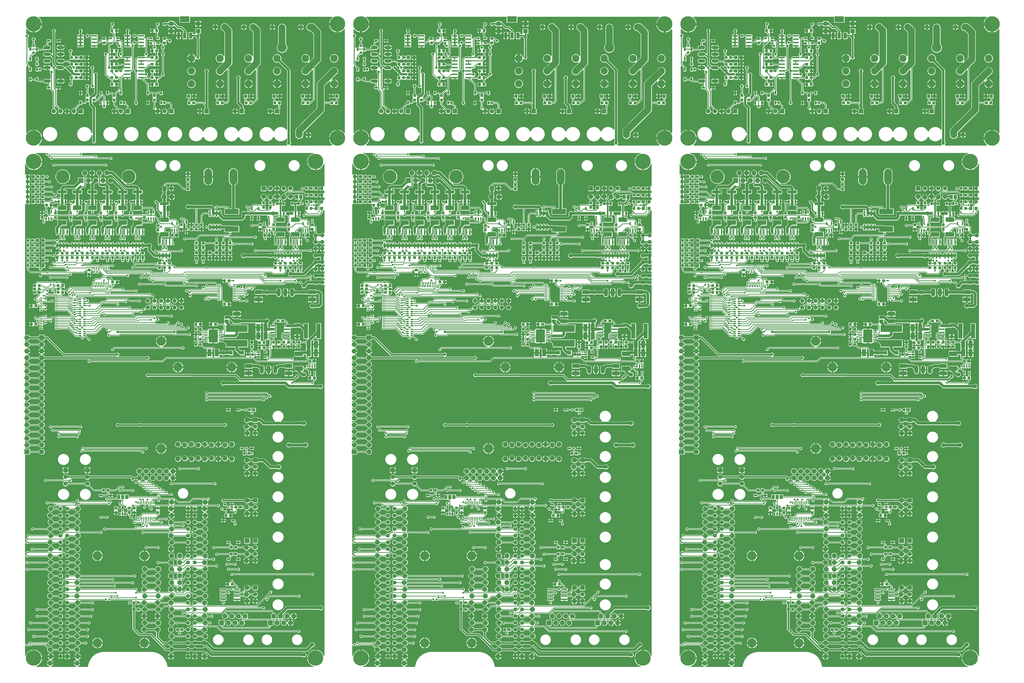
<source format=gtl>
G75*
G70*
%OFA0B0*%
%FSLAX25Y25*%
%IPPOS*%
%LPD*%
%AMOC8*
5,1,8,0,0,1.08239X$1,22.5*
%
%ADD100R,0.05790X0.05000*%
%ADD103C,0.05910*%
%ADD104R,0.08660X0.02360*%
%ADD105R,0.08700X0.02400*%
%ADD106R,0.13390X0.19690*%
%ADD107C,0.03200*%
%ADD108R,0.04720X0.04720*%
%ADD109R,0.10630X0.06300*%
%ADD11C,0.03100*%
%ADD110R,0.05910X0.05910*%
%ADD112R,0.02720X0.03900*%
%ADD114R,0.03540X0.01970*%
%ADD116R,0.07400X0.07400*%
%ADD118C,0.06000*%
%ADD121C,0.02800*%
%ADD127C,0.01000*%
%ADD129R,0.02360X0.08660*%
%ADD134R,0.03900X0.02720*%
%ADD135C,0.07400*%
%ADD139C,0.23000*%
%ADD145R,0.01200X0.03900*%
%ADD146C,0.04800*%
%ADD147OC8,0.07400*%
%ADD150C,0.06690*%
%ADD18OC8,0.06000*%
%ADD19R,0.06500X0.06500*%
%ADD21R,0.04330X0.03940*%
%ADD22R,0.06300X0.01180*%
%ADD24C,0.10000*%
%ADD26C,0.01200*%
%ADD27R,0.04600X0.06300*%
%ADD28C,0.02400*%
%ADD29C,0.05150*%
%ADD35R,0.12600X0.07090*%
%ADD36C,0.10950*%
%ADD38C,0.06500*%
%ADD41R,0.04720X0.02760*%
%ADD45R,0.14170X0.08660*%
%ADD46R,0.06300X0.10630*%
%ADD48R,0.03940X0.04330*%
%ADD52C,0.03800*%
%ADD54C,0.14000*%
%ADD61C,0.02900*%
%ADD63C,0.11810*%
%ADD65R,0.02400X0.08700*%
%ADD66C,0.13600*%
%ADD67R,0.06300X0.04600*%
%ADD69C,0.03960*%
%ADD70R,0.05000X0.05790*%
%ADD77R,0.02760X0.04720*%
%ADD78R,0.02560X0.00980*%
%ADD79C,0.04000*%
%ADD80C,0.10630*%
%ADD86R,0.03900X0.01200*%
%ADD87R,0.07090X0.06300*%
%ADD88C,0.01600*%
%ADD89C,0.20000*%
%ADD90R,0.32280X0.10240*%
%ADD93R,0.20870X0.07870*%
%ADD94R,0.06300X0.22440*%
%ADD97R,0.02170X0.04720*%
%ADD98R,0.04800X0.08800*%
X0030000Y0030000D02*
G75*
%LPD*%
D110*
X0095000Y0047500D03*
X0285000Y0047500D03*
D103*
X0285000Y0057500D03*
X0285000Y0067500D03*
X0285000Y0077500D03*
X0285000Y0087500D03*
X0285000Y0097500D03*
X0285000Y0107500D03*
X0285000Y0117500D03*
X0285000Y0127500D03*
X0285000Y0137500D03*
X0285000Y0147500D03*
X0285000Y0157500D03*
X0285000Y0167500D03*
X0285000Y0177500D03*
X0285000Y0187500D03*
X0285000Y0197500D03*
X0285000Y0207500D03*
X0285000Y0217500D03*
X0285000Y0227500D03*
X0285000Y0237500D03*
X0285000Y0247500D03*
X0285000Y0257500D03*
X0285000Y0267500D03*
X0275000Y0267500D03*
X0275000Y0257500D03*
X0275000Y0247500D03*
X0275000Y0237500D03*
X0275000Y0227500D03*
X0275000Y0217500D03*
X0275000Y0207500D03*
X0275000Y0197500D03*
X0275000Y0187500D03*
X0275000Y0177500D03*
X0275000Y0167500D03*
X0275000Y0157500D03*
X0275000Y0147500D03*
X0275000Y0137500D03*
X0275000Y0127500D03*
X0275000Y0117500D03*
X0275000Y0107500D03*
X0275000Y0097500D03*
X0275000Y0087500D03*
X0275000Y0077500D03*
X0275000Y0067500D03*
X0275000Y0057500D03*
X0275000Y0047500D03*
X0095000Y0057500D03*
X0095000Y0067500D03*
X0095000Y0077500D03*
X0095000Y0087500D03*
X0095000Y0097500D03*
X0095000Y0107500D03*
X0095000Y0117500D03*
X0095000Y0127500D03*
X0095000Y0137500D03*
X0095000Y0147500D03*
X0095000Y0157500D03*
X0095000Y0167500D03*
X0095000Y0177500D03*
X0095000Y0187500D03*
X0095000Y0197500D03*
X0095000Y0207500D03*
X0095000Y0217500D03*
X0095000Y0227500D03*
X0095000Y0237500D03*
X0095000Y0247500D03*
X0095000Y0257500D03*
X0095000Y0267500D03*
X0085000Y0267500D03*
X0085000Y0257500D03*
X0085000Y0247500D03*
X0085000Y0237500D03*
X0085000Y0227500D03*
X0085000Y0217500D03*
X0085000Y0207500D03*
X0085000Y0197500D03*
X0085000Y0187500D03*
X0085000Y0177500D03*
X0085000Y0167500D03*
X0085000Y0157500D03*
X0085000Y0147500D03*
X0085000Y0137500D03*
X0085000Y0127500D03*
X0085000Y0117500D03*
X0085000Y0107500D03*
X0085000Y0097500D03*
X0085000Y0087500D03*
X0085000Y0077500D03*
X0085000Y0067500D03*
X0085000Y0057500D03*
X0085000Y0047500D03*
D135*
X0070500Y0047500D03*
X0069500Y0037500D03*
X0069500Y0057500D03*
X0070500Y0067500D03*
X0069500Y0077500D03*
X0070500Y0087500D03*
X0069500Y0097500D03*
X0070500Y0107500D03*
X0069500Y0117500D03*
X0070500Y0127500D03*
X0069500Y0137500D03*
X0070500Y0147500D03*
X0069500Y0157500D03*
X0070500Y0167500D03*
X0069500Y0177500D03*
X0070500Y0187500D03*
X0069500Y0197500D03*
X0070500Y0207500D03*
X0069500Y0217500D03*
X0070500Y0227500D03*
X0069500Y0237500D03*
X0070500Y0247500D03*
X0069500Y0257500D03*
X0070500Y0267500D03*
X0110500Y0267500D03*
X0109500Y0257500D03*
X0110500Y0247500D03*
X0109500Y0237500D03*
X0110500Y0227500D03*
X0109500Y0217500D03*
X0110500Y0207500D03*
X0109500Y0197500D03*
X0110500Y0187500D03*
X0109500Y0177500D03*
X0110500Y0167500D03*
X0109500Y0157500D03*
X0110500Y0147500D03*
X0109500Y0137500D03*
X0110500Y0127500D03*
X0109500Y0117500D03*
X0110500Y0107500D03*
X0109500Y0097500D03*
X0110500Y0087500D03*
X0109500Y0077500D03*
X0110500Y0067500D03*
X0109500Y0057500D03*
X0110500Y0047500D03*
X0109500Y0037500D03*
X0209500Y0087500D03*
X0210500Y0097500D03*
X0209500Y0107500D03*
X0210500Y0117500D03*
X0209500Y0127500D03*
X0210500Y0137500D03*
X0209500Y0147500D03*
X0210500Y0157500D03*
X0209500Y0167500D03*
X0210500Y0177500D03*
X0229500Y0167500D03*
X0230500Y0157500D03*
X0229500Y0147500D03*
X0230500Y0137500D03*
X0229500Y0127500D03*
X0230500Y0117500D03*
X0229500Y0107500D03*
X0230500Y0097500D03*
X0229500Y0087500D03*
X0249500Y0087500D03*
X0250500Y0077500D03*
X0249500Y0067500D03*
X0250500Y0057500D03*
X0249500Y0047500D03*
X0250500Y0097500D03*
X0249500Y0107500D03*
X0250500Y0117500D03*
X0249500Y0127500D03*
X0250500Y0137500D03*
X0249500Y0147500D03*
X0250500Y0157500D03*
X0249500Y0167500D03*
X0250500Y0177500D03*
X0249500Y0187500D03*
X0250500Y0197500D03*
X0249500Y0207500D03*
X0250500Y0217500D03*
X0249500Y0227500D03*
X0250500Y0237500D03*
X0249500Y0247500D03*
X0250500Y0257500D03*
X0249500Y0267500D03*
X0250500Y0277500D03*
X0260000Y0342000D03*
X0270000Y0343000D03*
X0280000Y0342000D03*
X0290000Y0343000D03*
X0300000Y0342000D03*
X0310000Y0343000D03*
X0320000Y0342000D03*
X0330000Y0343000D03*
X0340000Y0342000D03*
X0340000Y0363500D03*
X0330000Y0362500D03*
X0320000Y0363500D03*
X0310000Y0362500D03*
X0300000Y0363500D03*
X0290000Y0362500D03*
X0280000Y0363500D03*
X0270000Y0362500D03*
X0260000Y0363500D03*
X0300500Y0277500D03*
X0299500Y0267500D03*
X0300500Y0257500D03*
X0299500Y0247500D03*
X0300500Y0237500D03*
X0299500Y0227500D03*
X0300500Y0217500D03*
X0299500Y0207500D03*
X0300500Y0197500D03*
X0299500Y0187500D03*
X0300500Y0177500D03*
X0299500Y0167500D03*
X0300500Y0157500D03*
X0299500Y0147500D03*
X0300500Y0137500D03*
X0299500Y0127500D03*
X0300500Y0117500D03*
X0299500Y0107500D03*
X0300500Y0097500D03*
X0299500Y0087500D03*
X0300500Y0077500D03*
X0299500Y0067500D03*
X0300500Y0057500D03*
X0299500Y0047500D03*
X0335000Y0097500D03*
X0340000Y0107500D03*
X0345000Y0097500D03*
X0350000Y0107500D03*
X0355000Y0097500D03*
X0360000Y0107500D03*
X0363000Y0130000D03*
X0362000Y0140000D03*
X0363000Y0150000D03*
X0362000Y0190000D03*
X0363000Y0200000D03*
X0362000Y0210000D03*
X0363000Y0260000D03*
X0362000Y0270000D03*
X0363000Y0280000D03*
X0363000Y0320000D03*
X0362000Y0330000D03*
X0363000Y0340000D03*
X0363000Y0380000D03*
X0362000Y0390000D03*
X0363000Y0400000D03*
X0262500Y0197500D03*
X0262500Y0187500D03*
X0262500Y0177500D03*
X0262500Y0167500D03*
X0262500Y0157500D03*
X0262500Y0147500D03*
X0230500Y0177500D03*
X0330000Y0107500D03*
X0402500Y0107500D03*
X0407500Y0097500D03*
X0412500Y0107500D03*
X0417500Y0097500D03*
X0422500Y0107500D03*
X0427500Y0097500D03*
X0432500Y0107500D03*
X0417500Y0732000D03*
X0427500Y0733000D03*
X0407500Y0733000D03*
X0397500Y0732000D03*
X0387500Y0733000D03*
X0250700Y0732500D03*
X0239300Y0732500D03*
X0159310Y0756910D03*
X0153840Y0768090D03*
X0142930Y0768090D03*
X0132060Y0768090D03*
X0121160Y0768090D03*
X0126590Y0756910D03*
X0137500Y0756910D03*
X0148400Y0756910D03*
X0035000Y0522500D03*
X0035000Y0512500D03*
X0035000Y0502500D03*
X0035000Y0492500D03*
X0035000Y0482500D03*
X0035000Y0472500D03*
X0035000Y0462500D03*
X0035000Y0452500D03*
X0035000Y0442500D03*
X0035000Y0432500D03*
X0035000Y0422500D03*
X0035000Y0412500D03*
X0035000Y0402500D03*
X0035000Y0392500D03*
X0035000Y0382500D03*
X0035000Y0372500D03*
X0035000Y0362500D03*
X0057000Y0362500D03*
X0057000Y0372500D03*
X0057000Y0382500D03*
X0057000Y0392500D03*
X0057000Y0402500D03*
X0057000Y0412500D03*
X0057000Y0422500D03*
X0057000Y0432500D03*
X0057000Y0442500D03*
X0057000Y0452500D03*
X0057000Y0462500D03*
X0057000Y0472500D03*
X0057000Y0482500D03*
X0057000Y0492500D03*
X0057000Y0502500D03*
X0057000Y0512500D03*
X0057000Y0352500D03*
D66*
X0140000Y0197500D03*
X0210000Y0197500D03*
X0210000Y0067500D03*
X0140000Y0067500D03*
X0260000Y0478600D03*
X0340000Y0478600D03*
D139*
X0465000Y0785000D03*
X0045000Y0785000D03*
X0045000Y0045000D03*
X0465000Y0045000D03*
D109*
X0425000Y0469490D03*
X0425000Y0480510D03*
X0365000Y0480510D03*
X0365000Y0469490D03*
X0347500Y0546990D03*
X0347500Y0558010D03*
X0380000Y0579490D03*
X0380000Y0590510D03*
X0460000Y0590510D03*
X0460000Y0579490D03*
D104*
X0422730Y0540000D03*
X0422730Y0535000D03*
X0422730Y0530000D03*
X0422730Y0525000D03*
X0402260Y0525000D03*
X0402260Y0530000D03*
X0402260Y0535000D03*
X0402260Y0540000D03*
D21*
X0409150Y0547500D03*
X0415840Y0547500D03*
X0417500Y0515850D03*
X0417500Y0509150D03*
X0432500Y0509150D03*
X0432500Y0515850D03*
X0440000Y0515850D03*
X0440000Y0509150D03*
X0456650Y0462500D03*
X0463340Y0462500D03*
X0388340Y0507500D03*
X0388340Y0515000D03*
X0381650Y0515000D03*
X0381650Y0507500D03*
X0370000Y0509150D03*
X0370000Y0515850D03*
X0335840Y0572500D03*
X0329150Y0572500D03*
X0315840Y0542500D03*
X0309150Y0542500D03*
X0293340Y0542500D03*
X0286650Y0542500D03*
X0329150Y0607500D03*
X0335840Y0607500D03*
X0337500Y0656650D03*
X0337500Y0663350D03*
X0327500Y0663350D03*
X0327500Y0656650D03*
X0317500Y0656650D03*
X0317500Y0663350D03*
X0297500Y0663350D03*
X0297500Y0656650D03*
X0287500Y0656650D03*
X0287500Y0663350D03*
X0287500Y0684150D03*
X0287500Y0690850D03*
X0295000Y0690850D03*
X0295000Y0684150D03*
X0280000Y0684150D03*
X0280000Y0690850D03*
X0275000Y0744150D03*
X0275000Y0750850D03*
X0230000Y0689850D03*
X0230000Y0683150D03*
X0210000Y0701650D03*
X0210000Y0708350D03*
X0190000Y0708350D03*
X0190000Y0701650D03*
X0167500Y0701650D03*
X0167500Y0708350D03*
X0145000Y0708350D03*
X0145000Y0701650D03*
X0122500Y0701650D03*
X0122500Y0708350D03*
X0100000Y0708350D03*
X0100000Y0701650D03*
X0077500Y0701650D03*
X0077500Y0708350D03*
X0070840Y0720000D03*
X0064150Y0720000D03*
X0057500Y0708350D03*
X0057500Y0701650D03*
X0080000Y0648350D03*
X0080000Y0641650D03*
X0087500Y0641650D03*
X0087500Y0648350D03*
X0095000Y0648350D03*
X0095000Y0641650D03*
X0102500Y0641650D03*
X0102500Y0648350D03*
X0110000Y0648350D03*
X0110000Y0641650D03*
X0117500Y0641650D03*
X0117500Y0648350D03*
X0125000Y0648350D03*
X0125000Y0641650D03*
X0132500Y0641650D03*
X0132500Y0648350D03*
X0140000Y0648350D03*
X0140000Y0641650D03*
X0147500Y0641650D03*
X0147500Y0648350D03*
X0155000Y0648350D03*
X0155000Y0641650D03*
X0162500Y0641650D03*
X0162500Y0648350D03*
X0170000Y0648350D03*
X0170000Y0641650D03*
X0177500Y0641650D03*
X0177500Y0648350D03*
X0185000Y0648350D03*
X0185000Y0641650D03*
X0192500Y0641650D03*
X0192500Y0648350D03*
X0200000Y0648350D03*
X0200000Y0641650D03*
X0207500Y0641650D03*
X0207500Y0648350D03*
X0232500Y0633350D03*
X0232500Y0626650D03*
X0240000Y0626650D03*
X0240000Y0633350D03*
X0247500Y0633350D03*
X0247500Y0626650D03*
X0169340Y0605500D03*
X0162650Y0605500D03*
X0088340Y0595000D03*
X0081650Y0595000D03*
X0053340Y0595000D03*
X0046650Y0595000D03*
X0048340Y0570000D03*
X0041650Y0570000D03*
X0041650Y0542500D03*
X0048340Y0542500D03*
X0187500Y0268350D03*
X0187500Y0261650D03*
X0331650Y0257500D03*
X0338340Y0257500D03*
X0340840Y0155000D03*
X0334150Y0155000D03*
X0405000Y0626650D03*
X0405000Y0633350D03*
X0412500Y0633350D03*
X0412500Y0626650D03*
X0420000Y0626650D03*
X0420000Y0633350D03*
X0427500Y0633350D03*
X0427500Y0626650D03*
X0435000Y0626650D03*
X0435000Y0633350D03*
X0442500Y0633350D03*
X0442500Y0626650D03*
X0425000Y0684150D03*
X0425000Y0690850D03*
X0402500Y0690850D03*
X0402500Y0684150D03*
X0397500Y0716650D03*
X0397500Y0723350D03*
X0387500Y0723350D03*
X0387500Y0716650D03*
D48*
X0382500Y0690850D03*
X0382500Y0684150D03*
X0389150Y0675000D03*
X0395840Y0675000D03*
X0446650Y0675000D03*
X0453340Y0675000D03*
X0460000Y0684150D03*
X0460000Y0690850D03*
X0458340Y0715000D03*
X0458340Y0725000D03*
X0458340Y0735000D03*
X0458340Y0745000D03*
X0451650Y0745000D03*
X0451650Y0735000D03*
X0451650Y0725000D03*
X0451650Y0715000D03*
X0425000Y0515850D03*
X0425000Y0509150D03*
X0410000Y0509150D03*
X0410000Y0515850D03*
X0402500Y0515850D03*
X0402500Y0509150D03*
X0370840Y0497500D03*
X0364150Y0497500D03*
X0366650Y0415000D03*
X0373340Y0415000D03*
X0365840Y0350000D03*
X0359150Y0350000D03*
X0353340Y0270000D03*
X0346650Y0270000D03*
X0345840Y0210000D03*
X0339150Y0210000D03*
X0339150Y0200000D03*
X0345840Y0200000D03*
X0265840Y0087500D03*
X0259150Y0087500D03*
X0200840Y0117500D03*
X0200840Y0127500D03*
X0194150Y0127500D03*
X0194150Y0117500D03*
X0195000Y0261650D03*
X0195000Y0268350D03*
X0167500Y0268350D03*
X0167500Y0261650D03*
X0155840Y0295000D03*
X0149150Y0295000D03*
X0230000Y0268350D03*
X0230000Y0261650D03*
X0286650Y0512500D03*
X0293340Y0512500D03*
X0293340Y0520000D03*
X0286650Y0520000D03*
X0286650Y0527500D03*
X0293340Y0527500D03*
X0293340Y0535000D03*
X0286650Y0535000D03*
X0258340Y0675000D03*
X0251650Y0675000D03*
X0265000Y0684150D03*
X0265000Y0690850D03*
X0127500Y0623350D03*
X0127500Y0616650D03*
X0088340Y0600000D03*
X0088340Y0590000D03*
X0081650Y0590000D03*
X0081650Y0600000D03*
X0053340Y0600000D03*
X0053340Y0590000D03*
X0046650Y0590000D03*
X0046650Y0600000D03*
X0043340Y0630000D03*
X0043340Y0637500D03*
X0043340Y0645000D03*
X0043340Y0652500D03*
X0043340Y0660000D03*
X0043340Y0667500D03*
X0036650Y0667500D03*
X0036650Y0660000D03*
X0036650Y0652500D03*
X0036650Y0645000D03*
X0036650Y0637500D03*
X0036650Y0630000D03*
X0051650Y0725000D03*
X0051650Y0732500D03*
X0051650Y0740000D03*
X0051650Y0747500D03*
X0051650Y0755000D03*
X0051650Y0762500D03*
X0058340Y0762500D03*
X0058340Y0755000D03*
X0058340Y0747500D03*
X0058340Y0740000D03*
X0058340Y0732500D03*
X0058340Y0725000D03*
X0456650Y0487500D03*
X0463340Y0487500D03*
D100*
X0437500Y0524040D03*
X0437500Y0540960D03*
D46*
X0454480Y0512500D03*
X0454480Y0500000D03*
X0465510Y0500000D03*
X0465510Y0512500D03*
X0390510Y0525000D03*
X0379480Y0525000D03*
X0379480Y0537500D03*
X0390510Y0537500D03*
X0318010Y0500000D03*
X0306980Y0500000D03*
D94*
X0450740Y0532500D03*
X0469250Y0532500D03*
D108*
X0465860Y0715000D03*
X0465860Y0725000D03*
X0465860Y0735000D03*
X0465860Y0745000D03*
X0474130Y0745000D03*
X0474130Y0735000D03*
X0474130Y0725000D03*
X0474130Y0715000D03*
X0337500Y0649130D03*
X0337500Y0640870D03*
X0327500Y0640870D03*
X0327500Y0649130D03*
X0317500Y0649130D03*
X0317500Y0640870D03*
X0307500Y0640870D03*
X0307500Y0649130D03*
X0297500Y0649130D03*
X0297500Y0640870D03*
X0287500Y0640870D03*
X0287500Y0649130D03*
X0275000Y0758370D03*
X0275000Y0766630D03*
X0059130Y0667500D03*
X0059130Y0660000D03*
X0059130Y0652500D03*
X0059130Y0645000D03*
X0059130Y0637500D03*
X0059130Y0630000D03*
X0050860Y0630000D03*
X0050860Y0637500D03*
X0050860Y0645000D03*
X0050860Y0652500D03*
X0050860Y0660000D03*
X0050860Y0667500D03*
X0044130Y0725000D03*
X0044130Y0732500D03*
X0044130Y0740000D03*
X0044130Y0747500D03*
X0044130Y0755000D03*
X0044130Y0762500D03*
X0035860Y0762500D03*
X0035860Y0755000D03*
X0035860Y0747500D03*
X0035860Y0740000D03*
X0035860Y0732500D03*
X0035860Y0725000D03*
D129*
X0080000Y0680240D03*
X0085000Y0680240D03*
X0090000Y0680240D03*
X0095000Y0680240D03*
X0102500Y0680240D03*
X0107500Y0680240D03*
X0112500Y0680240D03*
X0117500Y0680240D03*
X0125000Y0680240D03*
X0130000Y0680240D03*
X0135000Y0680240D03*
X0140000Y0680240D03*
X0147500Y0680240D03*
X0152500Y0680240D03*
X0157500Y0680240D03*
X0162500Y0680240D03*
X0170000Y0680240D03*
X0175000Y0680240D03*
X0180000Y0680240D03*
X0185000Y0680240D03*
X0192500Y0680240D03*
X0197500Y0680240D03*
X0202500Y0680240D03*
X0207500Y0680240D03*
X0207500Y0659760D03*
X0202500Y0659760D03*
X0197500Y0659760D03*
X0192500Y0659760D03*
X0185000Y0659760D03*
X0180000Y0659760D03*
X0175000Y0659760D03*
X0170000Y0659760D03*
X0162500Y0659760D03*
X0157500Y0659760D03*
X0152500Y0659760D03*
X0147500Y0659760D03*
X0140000Y0659760D03*
X0135000Y0659760D03*
X0130000Y0659760D03*
X0125000Y0659760D03*
X0117500Y0659760D03*
X0112500Y0659760D03*
X0107500Y0659760D03*
X0102500Y0659760D03*
X0095000Y0659760D03*
X0090000Y0659760D03*
X0085000Y0659760D03*
X0080000Y0659760D03*
X0232500Y0665240D03*
X0237500Y0665240D03*
X0242500Y0665240D03*
X0247500Y0665240D03*
X0247500Y0644760D03*
X0242500Y0644760D03*
X0237500Y0644760D03*
X0232500Y0644760D03*
X0405000Y0644760D03*
X0410000Y0644760D03*
X0415000Y0644760D03*
X0420000Y0644760D03*
X0427500Y0644760D03*
X0432500Y0644760D03*
X0437500Y0644760D03*
X0442500Y0644760D03*
X0442500Y0665240D03*
X0437500Y0665240D03*
X0432500Y0665240D03*
X0427500Y0665240D03*
X0420000Y0665240D03*
X0415000Y0665240D03*
X0410000Y0665240D03*
X0405000Y0665240D03*
D116*
X0363000Y0220000D03*
X0397500Y0097500D03*
X0325000Y0097500D03*
X0057000Y0522500D03*
X0035000Y0352500D03*
X0115690Y0756910D03*
D89*
X0088280Y0762500D03*
X0186710Y0762500D03*
D35*
X0177500Y0716020D03*
X0177500Y0693980D03*
X0155000Y0693980D03*
X0155000Y0716020D03*
X0132500Y0716020D03*
X0132500Y0693980D03*
X0110000Y0693980D03*
X0110000Y0716020D03*
X0087500Y0716020D03*
X0087500Y0693980D03*
X0200000Y0693980D03*
X0200000Y0716020D03*
X0240000Y0698520D03*
X0240000Y0676480D03*
X0412500Y0676480D03*
X0412500Y0698520D03*
X0435000Y0698520D03*
X0435000Y0676480D03*
X0440000Y0498520D03*
X0440000Y0476480D03*
D97*
X0456260Y0480120D03*
X0460000Y0480120D03*
X0463740Y0480120D03*
X0463740Y0469880D03*
X0456260Y0469880D03*
X0453740Y0682380D03*
X0450000Y0682380D03*
X0446260Y0682380D03*
X0446260Y0692620D03*
X0453740Y0692620D03*
X0396240Y0692620D03*
X0388760Y0692620D03*
X0388760Y0682380D03*
X0392500Y0682380D03*
X0396240Y0682380D03*
X0258740Y0682380D03*
X0255000Y0682380D03*
X0251260Y0682380D03*
X0251260Y0692620D03*
X0258740Y0692620D03*
X0223740Y0699880D03*
X0220000Y0699880D03*
X0216260Y0699880D03*
X0216260Y0710120D03*
X0223740Y0710120D03*
X0071240Y0710120D03*
X0063760Y0710120D03*
X0063760Y0699880D03*
X0067500Y0699880D03*
X0071240Y0699880D03*
D145*
X0133480Y0626490D03*
X0136040Y0626490D03*
X0138600Y0626490D03*
X0141160Y0626490D03*
X0143720Y0626490D03*
X0146280Y0626490D03*
X0148840Y0626490D03*
X0151390Y0626490D03*
X0153950Y0626490D03*
X0156510Y0626490D03*
X0156510Y0603510D03*
X0153950Y0603510D03*
X0151390Y0603510D03*
X0148840Y0603510D03*
X0146280Y0603510D03*
X0143720Y0603510D03*
X0141160Y0603510D03*
X0138600Y0603510D03*
X0136040Y0603510D03*
X0133480Y0603510D03*
X0200980Y0276490D03*
X0203540Y0276490D03*
X0206100Y0276490D03*
X0208660Y0276490D03*
X0211220Y0276490D03*
X0213780Y0276490D03*
X0216340Y0276490D03*
X0218890Y0276490D03*
X0221450Y0276490D03*
X0224010Y0276490D03*
X0224010Y0253510D03*
X0221450Y0253510D03*
X0218890Y0253510D03*
X0216340Y0253510D03*
X0213780Y0253510D03*
X0211220Y0253510D03*
X0208660Y0253510D03*
X0206100Y0253510D03*
X0203540Y0253510D03*
X0200980Y0253510D03*
D86*
X0078980Y0536040D03*
X0078980Y0538600D03*
X0078980Y0541160D03*
X0078980Y0543720D03*
X0078980Y0546280D03*
X0078980Y0548840D03*
X0078980Y0551400D03*
X0078980Y0553960D03*
X0078980Y0563540D03*
X0078980Y0566100D03*
X0078980Y0568660D03*
X0078980Y0571220D03*
X0078980Y0573780D03*
X0078980Y0576340D03*
X0078980Y0578900D03*
X0078980Y0581460D03*
X0056010Y0581460D03*
X0056010Y0578900D03*
X0056010Y0576340D03*
X0056010Y0573780D03*
X0056010Y0571220D03*
X0056010Y0568660D03*
X0056010Y0566100D03*
X0056010Y0563540D03*
X0056010Y0553960D03*
X0056010Y0551400D03*
X0056010Y0548840D03*
X0056010Y0546280D03*
X0056010Y0543720D03*
X0056010Y0541160D03*
X0056010Y0538600D03*
X0056010Y0536040D03*
X0321010Y0578480D03*
X0321010Y0581040D03*
X0321010Y0583600D03*
X0321010Y0586160D03*
X0321010Y0588720D03*
X0321010Y0591280D03*
X0321010Y0593840D03*
X0321010Y0596400D03*
X0321010Y0598960D03*
X0321010Y0601520D03*
X0343980Y0601520D03*
X0343980Y0598960D03*
X0343980Y0596400D03*
X0343980Y0593840D03*
X0343980Y0591280D03*
X0343980Y0588720D03*
X0343980Y0586160D03*
X0343980Y0583600D03*
X0343980Y0581040D03*
X0343980Y0578480D03*
D19*
X0387500Y0745000D03*
X0240000Y0745000D03*
X0375000Y0400000D03*
X0375000Y0340000D03*
X0375000Y0280000D03*
X0375000Y0220000D03*
X0375000Y0150000D03*
X0125000Y0325000D03*
X0092500Y0325000D03*
D38*
X0092500Y0315000D03*
X0092500Y0305000D03*
X0125000Y0305000D03*
X0125000Y0315000D03*
X0375000Y0320000D03*
X0375000Y0330000D03*
X0375000Y0380000D03*
X0375000Y0390000D03*
X0375000Y0270000D03*
X0375000Y0260000D03*
X0375000Y0210000D03*
X0375000Y0200000D03*
X0375000Y0190000D03*
X0375000Y0140000D03*
X0375000Y0130000D03*
X0397500Y0745000D03*
X0407500Y0745000D03*
X0417500Y0745000D03*
X0427500Y0745000D03*
X0250000Y0745000D03*
D18*
X0255000Y0577500D03*
X0265000Y0577500D03*
X0265000Y0567500D03*
X0255000Y0567500D03*
X0245000Y0567500D03*
X0245000Y0577500D03*
X0235000Y0577500D03*
X0225000Y0577500D03*
X0225000Y0567500D03*
X0235000Y0567500D03*
X0215000Y0567500D03*
X0215000Y0577500D03*
X0465000Y0605000D03*
X0465000Y0615000D03*
X0465000Y0625000D03*
X0465000Y0635000D03*
X0465000Y0645000D03*
X0475000Y0645000D03*
X0475000Y0635000D03*
X0475000Y0625000D03*
X0475000Y0615000D03*
X0475000Y0605000D03*
X0475000Y0655000D03*
X0475000Y0665000D03*
X0475000Y0675000D03*
X0465000Y0675000D03*
X0465000Y0665000D03*
X0465000Y0655000D03*
D63*
X0342500Y0756590D02*
X0342500Y0768410D01*
X0305000Y0768410D02*
X0305000Y0756590D01*
D54*
X0235000Y0517500D03*
X0235000Y0357500D03*
D77*
X0272500Y0680220D03*
X0272500Y0694780D03*
X0245000Y0707720D03*
X0245000Y0722280D03*
X0235000Y0722280D03*
X0235000Y0707720D03*
X0205000Y0725220D03*
X0205000Y0739780D03*
X0195000Y0739780D03*
X0195000Y0725220D03*
X0182500Y0725220D03*
X0182500Y0739780D03*
X0172500Y0739780D03*
X0172500Y0725220D03*
X0160000Y0725220D03*
X0160000Y0739780D03*
X0150000Y0739780D03*
X0150000Y0725220D03*
X0137500Y0725220D03*
X0137500Y0739780D03*
X0127500Y0739780D03*
X0127500Y0725220D03*
X0115000Y0725220D03*
X0115000Y0739780D03*
X0105000Y0739780D03*
X0105000Y0725220D03*
X0092500Y0725220D03*
X0092500Y0739780D03*
X0082500Y0739780D03*
X0082500Y0725220D03*
X0370000Y0714780D03*
X0380000Y0714780D03*
X0380000Y0700220D03*
X0370000Y0700220D03*
X0407500Y0707720D03*
X0407500Y0722280D03*
X0417500Y0722280D03*
X0417500Y0707720D03*
X0430000Y0707720D03*
X0430000Y0722280D03*
X0440000Y0722280D03*
X0440000Y0707720D03*
D78*
X0073210Y0597950D03*
X0073210Y0595980D03*
X0073210Y0594020D03*
X0073210Y0592050D03*
X0061790Y0592050D03*
X0061790Y0594020D03*
X0061790Y0595980D03*
X0061790Y0597950D03*
D134*
X0329880Y0273740D03*
X0329880Y0266260D03*
X0340080Y0266260D03*
X0340080Y0270000D03*
X0340080Y0273740D03*
X0379920Y0493760D03*
X0379920Y0497500D03*
X0379920Y0501240D03*
X0390110Y0501240D03*
X0390110Y0493760D03*
D22*
X0323520Y0517320D03*
X0323520Y0519880D03*
X0323520Y0522440D03*
X0323520Y0525000D03*
X0323520Y0527560D03*
X0323520Y0530120D03*
X0323520Y0532680D03*
X0301470Y0532680D03*
X0301470Y0530120D03*
X0301470Y0527560D03*
X0301470Y0525000D03*
X0301470Y0522440D03*
X0301470Y0519880D03*
X0301470Y0517320D03*
D106*
X0312500Y0525000D03*
D70*
X0339030Y0500000D03*
X0355960Y0500000D03*
D90*
X0347500Y0513980D03*
X0347500Y0536020D03*
D147*
X0252500Y0323500D03*
X0252500Y0313500D03*
X0242500Y0313500D03*
X0242500Y0323500D03*
X0232500Y0323500D03*
X0232500Y0313500D03*
X0222500Y0313500D03*
X0222500Y0323500D03*
X0212500Y0323500D03*
X0212500Y0313500D03*
X0202500Y0313500D03*
X0202500Y0323500D03*
D105*
X0327200Y0147500D03*
X0327200Y0142500D03*
X0327200Y0137500D03*
X0327200Y0132500D03*
X0347800Y0132500D03*
X0347800Y0137500D03*
X0347800Y0142500D03*
X0347800Y0147500D03*
D112*
X0181240Y0259920D03*
X0177500Y0259920D03*
X0173760Y0259920D03*
X0173760Y0270120D03*
X0181240Y0270120D03*
D27*
X0183500Y0285000D03*
X0177500Y0285000D03*
X0171500Y0285000D03*
X0437000Y0732500D03*
X0443000Y0732500D03*
D41*
X0349780Y0415000D03*
X0335210Y0415000D03*
X0355210Y0357500D03*
X0369780Y0357500D03*
X0342280Y0250000D03*
X0327710Y0250000D03*
X0335210Y0217500D03*
X0349780Y0217500D03*
X0349780Y0192500D03*
X0335210Y0192500D03*
X0159780Y0287500D03*
X0145210Y0287500D03*
D67*
X0332500Y0547000D03*
X0332500Y0553000D03*
D65*
X0322500Y0687200D03*
X0317500Y0687200D03*
X0312500Y0687200D03*
X0307500Y0687200D03*
X0307500Y0707800D03*
X0312500Y0707800D03*
X0317500Y0707800D03*
X0322500Y0707800D03*
D93*
X0340000Y0710490D03*
X0340000Y0684510D03*
D114*
X0120650Y0579720D03*
X0120650Y0576570D03*
X0120650Y0573430D03*
X0120650Y0570280D03*
X0120650Y0564720D03*
X0120650Y0561570D03*
X0120650Y0558430D03*
X0120650Y0555280D03*
X0120650Y0549720D03*
X0120650Y0546570D03*
X0120650Y0543430D03*
X0120650Y0540280D03*
X0120650Y0534720D03*
X0120650Y0531570D03*
X0120650Y0528430D03*
X0120650Y0525280D03*
X0114350Y0525280D03*
X0114350Y0528430D03*
X0114350Y0531570D03*
X0114350Y0534720D03*
X0114350Y0540280D03*
X0114350Y0543430D03*
X0114350Y0546570D03*
X0114350Y0549720D03*
X0114350Y0555280D03*
X0114350Y0558430D03*
X0114350Y0561570D03*
X0114350Y0564720D03*
X0114350Y0570280D03*
X0114350Y0573430D03*
X0114350Y0576570D03*
X0114350Y0579720D03*
D118*
X0385000Y0478000D02*
X0385000Y0472000D01*
X0395000Y0472000D02*
X0395000Y0478000D01*
X0405000Y0478000D02*
X0405000Y0472000D01*
X0410000Y0587000D02*
X0410000Y0593000D01*
X0420000Y0593000D02*
X0420000Y0587000D01*
X0430000Y0587000D02*
X0430000Y0593000D01*
D127*
X0049380Y0032750D02*
X0048570Y0032500D01*
X0068060Y0032500D01*
X0067500Y0032680D01*
X0066770Y0033050D01*
X0066110Y0033530D01*
X0065530Y0034110D01*
X0065050Y0034770D01*
X0064680Y0035500D01*
X0064420Y0036280D01*
X0064310Y0037000D01*
X0069000Y0037000D01*
X0069000Y0038000D01*
X0064310Y0038000D01*
X0064420Y0038720D01*
X0064680Y0039500D01*
X0065050Y0040230D01*
X0065530Y0040890D01*
X0066110Y0041470D01*
X0066770Y0041950D01*
X0067500Y0042320D01*
X0068280Y0042570D01*
X0068650Y0042630D01*
X0068500Y0042680D01*
X0067770Y0043050D01*
X0067110Y0043530D01*
X0066530Y0044110D01*
X0066050Y0044770D01*
X0065680Y0045500D01*
X0065420Y0046280D01*
X0065310Y0047000D01*
X0070000Y0047000D01*
X0070000Y0048000D01*
X0070000Y0052600D01*
X0070470Y0052600D01*
X0072270Y0053350D01*
X0073650Y0054720D01*
X0074100Y0055800D01*
X0081210Y0055800D01*
X0081480Y0055150D01*
X0082640Y0053980D01*
X0084170Y0053350D01*
X0085820Y0053350D01*
X0087350Y0053980D01*
X0088520Y0055150D01*
X0089150Y0056670D01*
X0089150Y0058330D01*
X0088520Y0059850D01*
X0087350Y0061020D01*
X0085820Y0061650D01*
X0084170Y0061650D01*
X0082640Y0061020D01*
X0081480Y0059850D01*
X0081210Y0059200D01*
X0074100Y0059200D01*
X0073650Y0060280D01*
X0072270Y0061650D01*
X0070470Y0062400D01*
X0068520Y0062400D01*
X0067450Y0061950D01*
X0063600Y0065800D01*
X0065900Y0065800D01*
X0066340Y0064720D01*
X0067720Y0063350D01*
X0069520Y0062600D01*
X0071470Y0062600D01*
X0073270Y0063350D01*
X0074650Y0064720D01*
X0075100Y0065800D01*
X0081210Y0065800D01*
X0081480Y0065150D01*
X0082640Y0063980D01*
X0084170Y0063350D01*
X0085820Y0063350D01*
X0087350Y0063980D01*
X0088520Y0065150D01*
X0089150Y0066670D01*
X0089150Y0068330D01*
X0088520Y0069850D01*
X0087350Y0071020D01*
X0085820Y0071650D01*
X0084170Y0071650D01*
X0082640Y0071020D01*
X0081480Y0069850D01*
X0081210Y0069200D01*
X0075100Y0069200D01*
X0074650Y0070280D01*
X0073270Y0071650D01*
X0071470Y0072400D01*
X0069520Y0072400D01*
X0067720Y0071650D01*
X0066340Y0070280D01*
X0065900Y0069200D01*
X0042040Y0069200D01*
X0041500Y0069750D01*
X0040520Y0070150D01*
X0039470Y0070150D01*
X0038500Y0069750D01*
X0037750Y0069000D01*
X0037350Y0068030D01*
X0037350Y0066970D01*
X0037460Y0066700D01*
X0037040Y0066700D01*
X0036500Y0067250D01*
X0035520Y0067650D01*
X0034470Y0067650D01*
X0033500Y0067250D01*
X0032750Y0066500D01*
X0032500Y0065890D01*
X0032500Y0176610D01*
X0032750Y0176000D01*
X0033500Y0175250D01*
X0034470Y0174850D01*
X0035520Y0174850D01*
X0036500Y0175250D01*
X0037040Y0175800D01*
X0064900Y0175800D01*
X0065340Y0174720D01*
X0066720Y0173350D01*
X0068520Y0172600D01*
X0070470Y0172600D01*
X0072270Y0173350D01*
X0073650Y0174720D01*
X0074100Y0175800D01*
X0081210Y0175800D01*
X0081480Y0175150D01*
X0082640Y0173980D01*
X0084170Y0173350D01*
X0085820Y0173350D01*
X0087350Y0173980D01*
X0088520Y0175150D01*
X0089150Y0176670D01*
X0089150Y0178330D01*
X0088520Y0179850D01*
X0087350Y0181020D01*
X0085820Y0181650D01*
X0084170Y0181650D01*
X0082640Y0181020D01*
X0081480Y0179850D01*
X0081210Y0179200D01*
X0074100Y0179200D01*
X0073650Y0180280D01*
X0072270Y0181650D01*
X0070470Y0182400D01*
X0068520Y0182400D01*
X0066720Y0181650D01*
X0065340Y0180280D01*
X0064900Y0179200D01*
X0037040Y0179200D01*
X0036500Y0179750D01*
X0035520Y0180150D01*
X0034470Y0180150D01*
X0033500Y0179750D01*
X0032750Y0179000D01*
X0032500Y0178390D01*
X0032500Y0186610D01*
X0032750Y0186000D01*
X0033500Y0185250D01*
X0034470Y0184850D01*
X0035520Y0184850D01*
X0036500Y0185250D01*
X0037040Y0185800D01*
X0065900Y0185800D01*
X0066340Y0184720D01*
X0067720Y0183350D01*
X0069520Y0182600D01*
X0071470Y0182600D01*
X0073270Y0183350D01*
X0074650Y0184720D01*
X0075100Y0185800D01*
X0081210Y0185800D01*
X0081480Y0185150D01*
X0082640Y0183980D01*
X0084170Y0183350D01*
X0085820Y0183350D01*
X0087350Y0183980D01*
X0088520Y0185150D01*
X0089150Y0186670D01*
X0089150Y0188330D01*
X0088520Y0189850D01*
X0087350Y0191020D01*
X0085820Y0191650D01*
X0084170Y0191650D01*
X0082640Y0191020D01*
X0081480Y0189850D01*
X0081210Y0189200D01*
X0075100Y0189200D01*
X0074650Y0190280D01*
X0073270Y0191650D01*
X0071470Y0192400D01*
X0069520Y0192400D01*
X0067720Y0191650D01*
X0066340Y0190280D01*
X0065900Y0189200D01*
X0037040Y0189200D01*
X0036500Y0189750D01*
X0035520Y0190150D01*
X0034470Y0190150D01*
X0033500Y0189750D01*
X0032750Y0189000D01*
X0032500Y0188390D01*
X0032500Y0196610D01*
X0032750Y0196000D01*
X0033500Y0195250D01*
X0034470Y0194850D01*
X0035520Y0194850D01*
X0036500Y0195250D01*
X0037040Y0195800D01*
X0064900Y0195800D01*
X0065340Y0194720D01*
X0066720Y0193350D01*
X0068520Y0192600D01*
X0070470Y0192600D01*
X0072270Y0193350D01*
X0073650Y0194720D01*
X0074100Y0195800D01*
X0081210Y0195800D01*
X0081480Y0195150D01*
X0082640Y0193980D01*
X0084170Y0193350D01*
X0085820Y0193350D01*
X0087350Y0193980D01*
X0088520Y0195150D01*
X0089150Y0196670D01*
X0089150Y0198330D01*
X0088520Y0199850D01*
X0087570Y0200800D01*
X0089290Y0200800D01*
X0091110Y0198980D01*
X0090840Y0198330D01*
X0090840Y0196670D01*
X0091480Y0195150D01*
X0092640Y0193980D01*
X0094170Y0193350D01*
X0095820Y0193350D01*
X0097350Y0193980D01*
X0098520Y0195150D01*
X0098790Y0195800D01*
X0104900Y0195800D01*
X0105340Y0194720D01*
X0106720Y0193350D01*
X0108520Y0192600D01*
X0110470Y0192600D01*
X0112270Y0193350D01*
X0113650Y0194720D01*
X0114400Y0196530D01*
X0114400Y0198470D01*
X0113650Y0200280D01*
X0112270Y0201650D01*
X0110470Y0202400D01*
X0108520Y0202400D01*
X0106720Y0201650D01*
X0105340Y0200280D01*
X0104900Y0199200D01*
X0098790Y0199200D01*
X0098520Y0199850D01*
X0097350Y0201020D01*
X0095820Y0201650D01*
X0094170Y0201650D01*
X0093520Y0201380D01*
X0090700Y0204200D01*
X0087570Y0204200D01*
X0088520Y0205150D01*
X0089150Y0206670D01*
X0089150Y0208330D01*
X0088520Y0209850D01*
X0087350Y0211020D01*
X0085820Y0211650D01*
X0084170Y0211650D01*
X0082640Y0211020D01*
X0081480Y0209850D01*
X0081210Y0209200D01*
X0075100Y0209200D01*
X0074650Y0210280D01*
X0073270Y0211650D01*
X0071470Y0212400D01*
X0069520Y0212400D01*
X0067720Y0211650D01*
X0066340Y0210280D01*
X0065900Y0209200D01*
X0044540Y0209200D01*
X0044000Y0209750D01*
X0043020Y0210150D01*
X0041970Y0210150D01*
X0041000Y0209750D01*
X0040250Y0209000D01*
X0039850Y0208030D01*
X0039850Y0206970D01*
X0040250Y0206000D01*
X0041000Y0205250D01*
X0041970Y0204850D01*
X0043020Y0204850D01*
X0044000Y0205250D01*
X0044540Y0205800D01*
X0065900Y0205800D01*
X0066340Y0204720D01*
X0066870Y0204200D01*
X0038040Y0204200D01*
X0037500Y0204750D01*
X0036520Y0205150D01*
X0035470Y0205150D01*
X0034500Y0204750D01*
X0033750Y0204000D01*
X0033350Y0203030D01*
X0033350Y0201970D01*
X0033750Y0201000D01*
X0034500Y0200250D01*
X0034750Y0200150D01*
X0034470Y0200150D01*
X0033500Y0199750D01*
X0032750Y0199000D01*
X0032500Y0198390D01*
X0032500Y0216610D01*
X0032750Y0216000D01*
X0033500Y0215250D01*
X0034470Y0214850D01*
X0035520Y0214850D01*
X0036500Y0215250D01*
X0037040Y0215800D01*
X0064900Y0215800D01*
X0065340Y0214720D01*
X0066720Y0213350D01*
X0068520Y0212600D01*
X0070470Y0212600D01*
X0072270Y0213350D01*
X0073650Y0214720D01*
X0074100Y0215800D01*
X0081210Y0215800D01*
X0081480Y0215150D01*
X0082640Y0213980D01*
X0084170Y0213350D01*
X0085820Y0213350D01*
X0087350Y0213980D01*
X0088520Y0215150D01*
X0089150Y0216670D01*
X0089150Y0218330D01*
X0088520Y0219850D01*
X0087570Y0220800D01*
X0090700Y0220800D01*
X0093520Y0223620D01*
X0094170Y0223350D01*
X0095820Y0223350D01*
X0097350Y0223980D01*
X0098520Y0225150D01*
X0098790Y0225800D01*
X0105900Y0225800D01*
X0106340Y0224720D01*
X0107720Y0223350D01*
X0109520Y0222600D01*
X0111470Y0222600D01*
X0113270Y0223350D01*
X0114650Y0224720D01*
X0115400Y0226530D01*
X0115400Y0228470D01*
X0114650Y0230280D01*
X0114130Y0230800D01*
X0142950Y0230800D01*
X0143500Y0230250D01*
X0144470Y0229850D01*
X0145520Y0229850D01*
X0146500Y0230250D01*
X0147240Y0231000D01*
X0147650Y0231970D01*
X0147650Y0233030D01*
X0147240Y0234000D01*
X0146500Y0234750D01*
X0145520Y0235150D01*
X0144470Y0235150D01*
X0143500Y0234750D01*
X0142950Y0234200D01*
X0113130Y0234200D01*
X0113650Y0234720D01*
X0114400Y0236530D01*
X0114400Y0238470D01*
X0113650Y0240280D01*
X0112270Y0241650D01*
X0110470Y0242400D01*
X0108520Y0242400D01*
X0106720Y0241650D01*
X0105340Y0240280D01*
X0104900Y0239200D01*
X0098790Y0239200D01*
X0098520Y0239850D01*
X0097350Y0241020D01*
X0095820Y0241650D01*
X0094170Y0241650D01*
X0092640Y0241020D01*
X0091480Y0239850D01*
X0090840Y0238330D01*
X0090840Y0236670D01*
X0091480Y0235150D01*
X0092420Y0234200D01*
X0089290Y0234200D01*
X0088300Y0233200D01*
X0086480Y0231380D01*
X0085820Y0231650D01*
X0084170Y0231650D01*
X0082640Y0231020D01*
X0081480Y0229850D01*
X0081210Y0229200D01*
X0075100Y0229200D01*
X0074650Y0230280D01*
X0073270Y0231650D01*
X0071470Y0232400D01*
X0069520Y0232400D01*
X0067720Y0231650D01*
X0066340Y0230280D01*
X0065900Y0229200D01*
X0039240Y0229200D01*
X0038700Y0229750D01*
X0037720Y0230150D01*
X0036670Y0230150D01*
X0035700Y0229750D01*
X0034950Y0229000D01*
X0034550Y0228030D01*
X0034550Y0226970D01*
X0034950Y0226000D01*
X0035700Y0225250D01*
X0035950Y0225150D01*
X0034970Y0225150D01*
X0034000Y0224750D01*
X0033250Y0224000D01*
X0032850Y0223030D01*
X0032850Y0221970D01*
X0033250Y0221000D01*
X0034000Y0220250D01*
X0034360Y0220100D01*
X0033500Y0219750D01*
X0032750Y0219000D01*
X0032500Y0218390D01*
X0032500Y0347600D01*
X0039190Y0347600D01*
X0039900Y0348300D01*
X0039900Y0350800D01*
X0052400Y0350800D01*
X0052840Y0349720D01*
X0054220Y0348350D01*
X0056020Y0347600D01*
X0057970Y0347600D01*
X0059770Y0348350D01*
X0061150Y0349720D01*
X0061900Y0351530D01*
X0061900Y0353470D01*
X0061150Y0355280D01*
X0059770Y0356650D01*
X0057970Y0357400D01*
X0056020Y0357400D01*
X0054220Y0356650D01*
X0052840Y0355280D01*
X0052400Y0354200D01*
X0039900Y0354200D01*
X0039900Y0356700D01*
X0039190Y0357400D01*
X0032500Y0357400D01*
X0032500Y0358230D01*
X0034020Y0357600D01*
X0035970Y0357600D01*
X0037770Y0358350D01*
X0039150Y0359720D01*
X0039600Y0360800D01*
X0052400Y0360800D01*
X0052840Y0359720D01*
X0054220Y0358350D01*
X0056020Y0357600D01*
X0057970Y0357600D01*
X0059770Y0358350D01*
X0061150Y0359720D01*
X0061900Y0361530D01*
X0061900Y0363470D01*
X0061150Y0365280D01*
X0059770Y0366650D01*
X0057970Y0367400D01*
X0056020Y0367400D01*
X0054220Y0366650D01*
X0052840Y0365280D01*
X0052400Y0364200D01*
X0039600Y0364200D01*
X0039150Y0365280D01*
X0037770Y0366650D01*
X0035970Y0367400D01*
X0034020Y0367400D01*
X0032500Y0366770D01*
X0032500Y0368230D01*
X0034020Y0367600D01*
X0035970Y0367600D01*
X0037770Y0368350D01*
X0039150Y0369720D01*
X0039600Y0370800D01*
X0052400Y0370800D01*
X0052840Y0369720D01*
X0054220Y0368350D01*
X0056020Y0367600D01*
X0057970Y0367600D01*
X0059770Y0368350D01*
X0061150Y0369720D01*
X0061900Y0371530D01*
X0061900Y0373470D01*
X0061150Y0375280D01*
X0059770Y0376650D01*
X0057970Y0377400D01*
X0056020Y0377400D01*
X0054220Y0376650D01*
X0052840Y0375280D01*
X0052400Y0374200D01*
X0039600Y0374200D01*
X0039150Y0375280D01*
X0037770Y0376650D01*
X0035970Y0377400D01*
X0034020Y0377400D01*
X0032500Y0376770D01*
X0032500Y0378230D01*
X0034020Y0377600D01*
X0035970Y0377600D01*
X0037770Y0378350D01*
X0039150Y0379720D01*
X0039600Y0380800D01*
X0052400Y0380800D01*
X0052840Y0379720D01*
X0054220Y0378350D01*
X0056020Y0377600D01*
X0057970Y0377600D01*
X0059770Y0378350D01*
X0061150Y0379720D01*
X0061900Y0381530D01*
X0061900Y0383470D01*
X0061150Y0385280D01*
X0059770Y0386650D01*
X0057970Y0387400D01*
X0056020Y0387400D01*
X0054220Y0386650D01*
X0052840Y0385280D01*
X0052400Y0384200D01*
X0039600Y0384200D01*
X0039150Y0385280D01*
X0037770Y0386650D01*
X0035970Y0387400D01*
X0034020Y0387400D01*
X0032500Y0386770D01*
X0032500Y0388230D01*
X0034020Y0387600D01*
X0035970Y0387600D01*
X0037770Y0388350D01*
X0039150Y0389720D01*
X0039600Y0390800D01*
X0052400Y0390800D01*
X0052840Y0389720D01*
X0054220Y0388350D01*
X0056020Y0387600D01*
X0057970Y0387600D01*
X0059770Y0388350D01*
X0061150Y0389720D01*
X0061900Y0391530D01*
X0061900Y0393470D01*
X0167040Y0393470D01*
X0166900Y0393120D02*
X0166900Y0391880D01*
X0167370Y0390740D01*
X0168240Y0389870D01*
X0169380Y0389400D01*
X0170610Y0389400D01*
X0171750Y0389870D01*
X0171980Y0390100D01*
X0200510Y0390100D01*
X0200740Y0389870D01*
X0201880Y0389400D01*
X0203110Y0389400D01*
X0204250Y0389870D01*
X0204480Y0390100D01*
X0328010Y0390100D01*
X0328240Y0389870D01*
X0329380Y0389400D01*
X0330610Y0389400D01*
X0331750Y0389870D01*
X0332620Y0390740D01*
X0333100Y0391880D01*
X0333100Y0393120D01*
X0332620Y0394260D01*
X0331750Y0395130D01*
X0330610Y0395600D01*
X0329380Y0395600D01*
X0328240Y0395130D01*
X0328010Y0394900D01*
X0204480Y0394900D01*
X0204250Y0395130D01*
X0203110Y0395600D01*
X0201880Y0395600D01*
X0200740Y0395130D01*
X0200510Y0394900D01*
X0171980Y0394900D01*
X0171750Y0395130D01*
X0170610Y0395600D01*
X0169380Y0395600D01*
X0168240Y0395130D01*
X0167370Y0394260D01*
X0166900Y0393120D01*
X0166900Y0392480D02*
X0115930Y0392480D01*
X0115520Y0392650D02*
X0114470Y0392650D01*
X0113500Y0392250D01*
X0112950Y0391700D01*
X0072040Y0391700D01*
X0071500Y0392250D01*
X0070520Y0392650D01*
X0069470Y0392650D01*
X0068500Y0392250D01*
X0067750Y0391500D01*
X0067350Y0390530D01*
X0067350Y0389470D01*
X0067750Y0388500D01*
X0068500Y0387750D01*
X0069470Y0387350D01*
X0070520Y0387350D01*
X0071500Y0387750D01*
X0072040Y0388300D01*
X0112950Y0388300D01*
X0113500Y0387750D01*
X0114470Y0387350D01*
X0115520Y0387350D01*
X0116500Y0387750D01*
X0117240Y0388500D01*
X0117650Y0389470D01*
X0117650Y0390530D01*
X0117240Y0391500D01*
X0116500Y0392250D01*
X0115520Y0392650D01*
X0114060Y0392480D02*
X0070930Y0392480D01*
X0069060Y0392480D02*
X0061900Y0392480D01*
X0061880Y0391500D02*
X0067750Y0391500D01*
X0067350Y0390510D02*
X0061480Y0390510D01*
X0060950Y0389530D02*
X0067350Y0389530D01*
X0067730Y0388540D02*
X0059970Y0388540D01*
X0059860Y0386570D02*
X0070320Y0386570D01*
X0070250Y0386500D02*
X0069850Y0385530D01*
X0069850Y0384470D01*
X0070250Y0383500D01*
X0071000Y0382750D01*
X0071970Y0382350D01*
X0072740Y0382350D01*
X0072790Y0382300D01*
X0081120Y0382300D01*
X0081000Y0382250D01*
X0080250Y0381500D01*
X0079850Y0380530D01*
X0079850Y0379470D01*
X0080250Y0378500D01*
X0081000Y0377750D01*
X0081610Y0377500D01*
X0081000Y0377250D01*
X0080250Y0376500D01*
X0079850Y0375530D01*
X0079850Y0374470D01*
X0080250Y0373500D01*
X0081000Y0372750D01*
X0081970Y0372350D01*
X0083020Y0372350D01*
X0084000Y0372750D01*
X0084540Y0373300D01*
X0107950Y0373300D01*
X0108500Y0372750D01*
X0109470Y0372350D01*
X0110520Y0372350D01*
X0111500Y0372750D01*
X0112240Y0373500D01*
X0112650Y0374470D01*
X0112650Y0375530D01*
X0112240Y0376500D01*
X0111500Y0377250D01*
X0110520Y0377650D01*
X0109470Y0377650D01*
X0108500Y0377250D01*
X0107950Y0376700D01*
X0084540Y0376700D01*
X0084000Y0377250D01*
X0083390Y0377500D01*
X0084000Y0377750D01*
X0084540Y0378300D01*
X0110450Y0378300D01*
X0111000Y0377750D01*
X0111970Y0377350D01*
X0113020Y0377350D01*
X0114000Y0377750D01*
X0114740Y0378500D01*
X0115150Y0379470D01*
X0115150Y0380530D01*
X0114740Y0381500D01*
X0114490Y0381750D01*
X0114500Y0381750D01*
X0115240Y0382500D01*
X0115650Y0383470D01*
X0115650Y0384530D01*
X0115240Y0385500D01*
X0114500Y0386250D01*
X0113520Y0386650D01*
X0112470Y0386650D01*
X0111500Y0386250D01*
X0110950Y0385700D01*
X0075080Y0385700D01*
X0074740Y0386500D01*
X0074000Y0387250D01*
X0073020Y0387650D01*
X0071970Y0387650D01*
X0071000Y0387250D01*
X0070250Y0386500D01*
X0069870Y0385590D02*
X0060840Y0385590D01*
X0061430Y0384600D02*
X0069850Y0384600D01*
X0070200Y0383620D02*
X0061840Y0383620D01*
X0061900Y0382630D02*
X0071290Y0382630D01*
X0073500Y0384000D02*
X0072500Y0385000D01*
X0073500Y0384000D02*
X0113000Y0384000D01*
X0113710Y0386570D02*
X0358500Y0386570D01*
X0357840Y0387220D02*
X0359220Y0385850D01*
X0361020Y0385100D01*
X0361960Y0385100D01*
X0361780Y0385070D01*
X0361000Y0384820D01*
X0360270Y0384450D01*
X0359610Y0383970D01*
X0359030Y0383390D01*
X0358550Y0382730D01*
X0358180Y0382000D01*
X0357920Y0381220D01*
X0357810Y0380500D01*
X0362500Y0380500D01*
X0362500Y0385100D01*
X0362970Y0385100D01*
X0364770Y0385850D01*
X0366150Y0387220D01*
X0366600Y0388300D01*
X0370890Y0388300D01*
X0371230Y0387480D01*
X0372480Y0386230D01*
X0374110Y0385550D01*
X0375880Y0385550D01*
X0377520Y0386230D01*
X0378770Y0387480D01*
X0379440Y0389120D01*
X0379440Y0390880D01*
X0378770Y0392520D01*
X0377520Y0393770D01*
X0375880Y0394450D01*
X0374110Y0394450D01*
X0372480Y0393770D01*
X0371230Y0392520D01*
X0370890Y0391700D01*
X0366600Y0391700D01*
X0366150Y0392780D01*
X0364770Y0394150D01*
X0362970Y0394900D01*
X0361020Y0394900D01*
X0359220Y0394150D01*
X0357840Y0392780D01*
X0357100Y0390970D01*
X0357100Y0389030D01*
X0357840Y0387220D01*
X0357710Y0387560D02*
X0116020Y0387560D01*
X0117260Y0388540D02*
X0357300Y0388540D01*
X0357100Y0389530D02*
X0330920Y0389530D01*
X0332390Y0390510D02*
X0357100Y0390510D01*
X0357310Y0391500D02*
X0332940Y0391500D01*
X0333100Y0392480D02*
X0357720Y0392480D01*
X0358530Y0393470D02*
X0332950Y0393470D01*
X0332430Y0394450D02*
X0359940Y0394450D01*
X0360220Y0395850D02*
X0362020Y0395100D01*
X0363970Y0395100D01*
X0365770Y0395850D01*
X0366730Y0396800D01*
X0370550Y0396800D01*
X0370550Y0396250D01*
X0371250Y0395550D01*
X0378740Y0395550D01*
X0379440Y0396250D01*
X0379440Y0396800D01*
X0381170Y0396800D01*
X0384780Y0393190D01*
X0385680Y0392290D01*
X0386860Y0391800D01*
X0444760Y0391800D01*
X0445120Y0391440D01*
X0446660Y0390800D01*
X0448330Y0390800D01*
X0449880Y0391440D01*
X0451060Y0392620D01*
X0451700Y0394160D01*
X0451700Y0395840D01*
X0451060Y0397380D01*
X0449880Y0398560D01*
X0448330Y0399200D01*
X0446660Y0399200D01*
X0445120Y0398560D01*
X0444760Y0398200D01*
X0414000Y0398200D01*
X0416370Y0400570D01*
X0417700Y0403770D01*
X0417700Y0407230D01*
X0416370Y0410430D01*
X0413920Y0412880D01*
X0410730Y0414200D01*
X0407270Y0414200D01*
X0404070Y0412880D01*
X0401620Y0410430D01*
X0400300Y0407230D01*
X0400300Y0403770D01*
X0401620Y0400570D01*
X0403990Y0398200D01*
X0388820Y0398200D01*
X0384310Y0402710D01*
X0383130Y0403200D01*
X0379440Y0403200D01*
X0379440Y0403750D01*
X0378740Y0404450D01*
X0371250Y0404450D01*
X0370550Y0403750D01*
X0370550Y0403200D01*
X0366730Y0403200D01*
X0365770Y0404150D01*
X0363970Y0404900D01*
X0362020Y0404900D01*
X0360220Y0404150D01*
X0358840Y0402780D01*
X0358100Y0400970D01*
X0358100Y0399030D01*
X0358840Y0397220D01*
X0360220Y0395850D01*
X0359650Y0396420D02*
X0060010Y0396420D01*
X0059770Y0396650D02*
X0057970Y0397400D01*
X0056020Y0397400D01*
X0054220Y0396650D01*
X0052840Y0395280D01*
X0052400Y0394200D01*
X0039600Y0394200D01*
X0039150Y0395280D01*
X0037770Y0396650D01*
X0035970Y0397400D01*
X0034020Y0397400D01*
X0032500Y0396770D01*
X0032500Y0398230D01*
X0034020Y0397600D01*
X0035970Y0397600D01*
X0037770Y0398350D01*
X0039150Y0399720D01*
X0039600Y0400800D01*
X0052400Y0400800D01*
X0052840Y0399720D01*
X0054220Y0398350D01*
X0056020Y0397600D01*
X0057970Y0397600D01*
X0059770Y0398350D01*
X0061150Y0399720D01*
X0061900Y0401530D01*
X0061900Y0403470D01*
X0061150Y0405280D01*
X0059770Y0406650D01*
X0057970Y0407400D01*
X0056020Y0407400D01*
X0054220Y0406650D01*
X0052840Y0405280D01*
X0052400Y0404200D01*
X0039600Y0404200D01*
X0039150Y0405280D01*
X0037770Y0406650D01*
X0035970Y0407400D01*
X0034020Y0407400D01*
X0032500Y0406770D01*
X0032500Y0408230D01*
X0034020Y0407600D01*
X0035970Y0407600D01*
X0037770Y0408350D01*
X0039150Y0409720D01*
X0039600Y0410800D01*
X0052400Y0410800D01*
X0052840Y0409720D01*
X0054220Y0408350D01*
X0056020Y0407600D01*
X0057970Y0407600D01*
X0059770Y0408350D01*
X0061150Y0409720D01*
X0061900Y0411530D01*
X0061900Y0413470D01*
X0061150Y0415280D01*
X0059770Y0416650D01*
X0057970Y0417400D01*
X0056020Y0417400D01*
X0054220Y0416650D01*
X0052840Y0415280D01*
X0052400Y0414200D01*
X0039600Y0414200D01*
X0039150Y0415280D01*
X0037770Y0416650D01*
X0035970Y0417400D01*
X0034020Y0417400D01*
X0032500Y0416770D01*
X0032500Y0418230D01*
X0034020Y0417600D01*
X0035970Y0417600D01*
X0037770Y0418350D01*
X0039150Y0419720D01*
X0039600Y0420800D01*
X0052400Y0420800D01*
X0052840Y0419720D01*
X0054220Y0418350D01*
X0056020Y0417600D01*
X0057970Y0417600D01*
X0059770Y0418350D01*
X0061150Y0419720D01*
X0061900Y0421530D01*
X0061900Y0423470D01*
X0061150Y0425280D01*
X0059770Y0426650D01*
X0057970Y0427400D01*
X0056020Y0427400D01*
X0054220Y0426650D01*
X0052840Y0425280D01*
X0052400Y0424200D01*
X0039600Y0424200D01*
X0039150Y0425280D01*
X0037770Y0426650D01*
X0035970Y0427400D01*
X0034020Y0427400D01*
X0032500Y0426770D01*
X0032500Y0428230D01*
X0034020Y0427600D01*
X0035970Y0427600D01*
X0037770Y0428350D01*
X0039150Y0429720D01*
X0039600Y0430800D01*
X0052400Y0430800D01*
X0052840Y0429720D01*
X0054220Y0428350D01*
X0056020Y0427600D01*
X0057970Y0427600D01*
X0059770Y0428350D01*
X0061150Y0429720D01*
X0061900Y0431530D01*
X0061900Y0433470D01*
X0061150Y0435280D01*
X0059770Y0436650D01*
X0057970Y0437400D01*
X0056020Y0437400D01*
X0054220Y0436650D01*
X0052840Y0435280D01*
X0052400Y0434200D01*
X0039600Y0434200D01*
X0039150Y0435280D01*
X0037770Y0436650D01*
X0035970Y0437400D01*
X0034020Y0437400D01*
X0032500Y0436770D01*
X0032500Y0438230D01*
X0034020Y0437600D01*
X0035970Y0437600D01*
X0037770Y0438350D01*
X0039150Y0439720D01*
X0039600Y0440800D01*
X0052400Y0440800D01*
X0052840Y0439720D01*
X0054220Y0438350D01*
X0056020Y0437600D01*
X0057970Y0437600D01*
X0059770Y0438350D01*
X0061150Y0439720D01*
X0061900Y0441530D01*
X0061900Y0443470D01*
X0061150Y0445280D01*
X0059770Y0446650D01*
X0057970Y0447400D01*
X0056020Y0447400D01*
X0054220Y0446650D01*
X0052840Y0445280D01*
X0052400Y0444200D01*
X0039600Y0444200D01*
X0039150Y0445280D01*
X0037770Y0446650D01*
X0035970Y0447400D01*
X0034020Y0447400D01*
X0032500Y0446770D01*
X0032500Y0448230D01*
X0034020Y0447600D01*
X0035970Y0447600D01*
X0037770Y0448350D01*
X0039150Y0449720D01*
X0039600Y0450800D01*
X0052400Y0450800D01*
X0052840Y0449720D01*
X0054220Y0448350D01*
X0056020Y0447600D01*
X0057970Y0447600D01*
X0059770Y0448350D01*
X0061150Y0449720D01*
X0061900Y0451530D01*
X0061900Y0453470D01*
X0061150Y0455280D01*
X0059770Y0456650D01*
X0057970Y0457400D01*
X0056020Y0457400D01*
X0054220Y0456650D01*
X0052840Y0455280D01*
X0052400Y0454200D01*
X0039600Y0454200D01*
X0039150Y0455280D01*
X0037770Y0456650D01*
X0035970Y0457400D01*
X0034020Y0457400D01*
X0032500Y0456770D01*
X0032500Y0458230D01*
X0034020Y0457600D01*
X0035970Y0457600D01*
X0037770Y0458350D01*
X0039150Y0459720D01*
X0039600Y0460800D01*
X0052400Y0460800D01*
X0052840Y0459720D01*
X0054220Y0458350D01*
X0056020Y0457600D01*
X0057970Y0457600D01*
X0059770Y0458350D01*
X0061150Y0459720D01*
X0061900Y0461530D01*
X0061900Y0463470D01*
X0061150Y0465280D01*
X0059770Y0466650D01*
X0057970Y0467400D01*
X0056020Y0467400D01*
X0054220Y0466650D01*
X0052840Y0465280D01*
X0052400Y0464200D01*
X0039600Y0464200D01*
X0039150Y0465280D01*
X0037770Y0466650D01*
X0035970Y0467400D01*
X0034020Y0467400D01*
X0032500Y0466770D01*
X0032500Y0468230D01*
X0034020Y0467600D01*
X0035970Y0467600D01*
X0037770Y0468350D01*
X0039150Y0469720D01*
X0039600Y0470800D01*
X0052400Y0470800D01*
X0052840Y0469720D01*
X0054220Y0468350D01*
X0056020Y0467600D01*
X0057970Y0467600D01*
X0059770Y0468350D01*
X0061150Y0469720D01*
X0061900Y0471530D01*
X0061900Y0473470D01*
X0061150Y0475280D01*
X0059770Y0476650D01*
X0057970Y0477400D01*
X0056020Y0477400D01*
X0054220Y0476650D01*
X0052840Y0475280D01*
X0052400Y0474200D01*
X0039600Y0474200D01*
X0039150Y0475280D01*
X0037770Y0476650D01*
X0035970Y0477400D01*
X0034020Y0477400D01*
X0032500Y0476770D01*
X0032500Y0478230D01*
X0034020Y0477600D01*
X0035970Y0477600D01*
X0037770Y0478350D01*
X0039150Y0479720D01*
X0039600Y0480800D01*
X0052400Y0480800D01*
X0052840Y0479720D01*
X0054220Y0478350D01*
X0056020Y0477600D01*
X0057970Y0477600D01*
X0059770Y0478350D01*
X0061150Y0479720D01*
X0061900Y0481530D01*
X0061900Y0483470D01*
X0061150Y0485280D01*
X0059770Y0486650D01*
X0057970Y0487400D01*
X0056020Y0487400D01*
X0054220Y0486650D01*
X0052840Y0485280D01*
X0052400Y0484200D01*
X0039600Y0484200D01*
X0039150Y0485280D01*
X0037770Y0486650D01*
X0035970Y0487400D01*
X0034020Y0487400D01*
X0032500Y0486770D01*
X0032500Y0488230D01*
X0034020Y0487600D01*
X0035970Y0487600D01*
X0037770Y0488350D01*
X0039150Y0489720D01*
X0039600Y0490800D01*
X0052400Y0490800D01*
X0052840Y0489720D01*
X0054220Y0488350D01*
X0056020Y0487600D01*
X0057970Y0487600D01*
X0059770Y0488350D01*
X0061150Y0489720D01*
X0061310Y0490100D01*
X0126850Y0490100D01*
X0126000Y0489750D01*
X0125250Y0489000D01*
X0124850Y0488030D01*
X0124850Y0486970D01*
X0125250Y0486000D01*
X0126000Y0485250D01*
X0126970Y0484850D01*
X0128020Y0484850D01*
X0129000Y0485250D01*
X0129540Y0485800D01*
X0238200Y0485800D01*
X0239200Y0486800D01*
X0243200Y0490800D01*
X0371790Y0490800D01*
X0376790Y0485800D01*
X0453480Y0485800D01*
X0453480Y0484840D01*
X0454180Y0484130D01*
X0457610Y0484130D01*
X0458040Y0483710D01*
X0457990Y0483680D01*
X0457910Y0483600D01*
X0457840Y0483680D01*
X0454680Y0483680D01*
X0453970Y0482980D01*
X0453970Y0482260D01*
X0453020Y0482650D01*
X0451970Y0482650D01*
X0451000Y0482250D01*
X0450250Y0481500D01*
X0449850Y0480530D01*
X0449850Y0479470D01*
X0450250Y0478500D01*
X0450570Y0478180D01*
X0447500Y0478180D01*
X0447500Y0480520D01*
X0446790Y0481220D01*
X0433200Y0481220D01*
X0432500Y0480520D01*
X0432500Y0472440D01*
X0433200Y0471730D01*
X0436850Y0471730D01*
X0437280Y0470690D01*
X0438180Y0469790D01*
X0443180Y0464790D01*
X0444360Y0464300D01*
X0444760Y0464300D01*
X0445120Y0463940D01*
X0446660Y0463300D01*
X0448330Y0463300D01*
X0449880Y0463940D01*
X0451060Y0465120D01*
X0451700Y0466660D01*
X0451700Y0468340D01*
X0451060Y0469880D01*
X0449880Y0471060D01*
X0448330Y0471700D01*
X0446660Y0471700D01*
X0445710Y0471310D01*
X0445290Y0471730D01*
X0446790Y0471730D01*
X0447500Y0472440D01*
X0447500Y0474780D01*
X0450320Y0474780D01*
X0453970Y0471120D01*
X0453970Y0467020D01*
X0454680Y0466320D01*
X0457840Y0466320D01*
X0458540Y0467020D01*
X0458540Y0472740D01*
X0457840Y0473440D01*
X0456460Y0473440D01*
X0452550Y0477350D01*
X0453020Y0477350D01*
X0453970Y0477740D01*
X0453970Y0477260D01*
X0454680Y0476560D01*
X0457840Y0476560D01*
X0457910Y0476630D01*
X0457990Y0476560D01*
X0458330Y0476360D01*
X0458720Y0476260D01*
X0459960Y0476260D01*
X0459960Y0480080D01*
X0460040Y0480080D01*
X0460040Y0476260D01*
X0461280Y0476260D01*
X0461660Y0476360D01*
X0462000Y0476560D01*
X0462080Y0476630D01*
X0462160Y0476560D01*
X0465320Y0476560D01*
X0466020Y0477260D01*
X0466020Y0482980D01*
X0465440Y0483560D01*
X0465440Y0483830D01*
X0465510Y0483830D01*
X0465890Y0483940D01*
X0466230Y0484130D01*
X0466510Y0484410D01*
X0466710Y0484760D01*
X0466810Y0485140D01*
X0466810Y0487020D01*
X0463830Y0487020D01*
X0463830Y0487980D01*
X0466810Y0487980D01*
X0466810Y0489860D01*
X0466710Y0490240D01*
X0466510Y0490590D01*
X0466230Y0490870D01*
X0465890Y0491060D01*
X0465510Y0491170D01*
X0463830Y0491170D01*
X0463830Y0487980D01*
X0462860Y0487980D01*
X0462860Y0487020D01*
X0459870Y0487020D01*
X0459870Y0486680D01*
X0459820Y0486740D01*
X0459820Y0490160D01*
X0459120Y0490870D01*
X0454610Y0490870D01*
X0454740Y0491000D01*
X0455150Y0491970D01*
X0455150Y0493030D01*
X0454960Y0493490D01*
X0458130Y0493490D01*
X0458830Y0494190D01*
X0458830Y0505810D01*
X0458400Y0506250D01*
X0458830Y0506690D01*
X0458830Y0516810D01*
X0464900Y0522880D01*
X0464900Y0520780D01*
X0465600Y0520080D01*
X0472900Y0520080D01*
X0473600Y0520780D01*
X0473600Y0544220D01*
X0472900Y0544920D01*
X0465600Y0544920D01*
X0464900Y0544220D01*
X0464900Y0531930D01*
X0455090Y0522120D01*
X0455090Y0544220D01*
X0454390Y0544920D01*
X0447100Y0544920D01*
X0446400Y0544220D01*
X0446400Y0541380D01*
X0444090Y0543680D01*
X0442920Y0544160D01*
X0441390Y0544160D01*
X0440890Y0544660D01*
X0434110Y0544660D01*
X0433400Y0543960D01*
X0433400Y0543200D01*
X0424200Y0543200D01*
X0424200Y0545700D01*
X0423200Y0546700D01*
X0420700Y0549200D01*
X0419210Y0549200D01*
X0419210Y0549970D01*
X0418510Y0550670D01*
X0413180Y0550670D01*
X0412500Y0549980D01*
X0411810Y0550670D01*
X0406490Y0550670D01*
X0405780Y0549970D01*
X0405780Y0549200D01*
X0404290Y0549200D01*
X0401790Y0546700D01*
X0400800Y0545700D01*
X0400800Y0542380D01*
X0397430Y0542380D01*
X0396730Y0541680D01*
X0396730Y0538320D01*
X0396850Y0538200D01*
X0394860Y0538200D01*
X0394860Y0543310D01*
X0394420Y0543750D01*
X0394880Y0543940D01*
X0396060Y0545120D01*
X0396700Y0546660D01*
X0396700Y0548340D01*
X0396060Y0549880D01*
X0394880Y0551060D01*
X0393330Y0551700D01*
X0391660Y0551700D01*
X0390120Y0551060D01*
X0389250Y0550190D01*
X0354010Y0550190D01*
X0354010Y0550630D01*
X0353310Y0551340D01*
X0343180Y0551340D01*
X0338810Y0555710D01*
X0337630Y0556200D01*
X0336440Y0556200D01*
X0336140Y0556500D01*
X0328850Y0556500D01*
X0328150Y0555800D01*
X0328150Y0550200D01*
X0328350Y0550000D01*
X0328150Y0549800D01*
X0328150Y0544200D01*
X0319210Y0544200D01*
X0319210Y0544970D01*
X0318510Y0545670D01*
X0313180Y0545670D01*
X0312660Y0545140D01*
X0312520Y0545390D01*
X0312240Y0545670D01*
X0311890Y0545870D01*
X0311510Y0545970D01*
X0309630Y0545970D01*
X0309630Y0542980D01*
X0308670Y0542980D01*
X0308670Y0542020D01*
X0309630Y0542020D01*
X0309630Y0539030D01*
X0311510Y0539030D01*
X0311890Y0539130D01*
X0312240Y0539330D01*
X0312520Y0539610D01*
X0312660Y0539860D01*
X0313180Y0539330D01*
X0318510Y0539330D01*
X0319210Y0540030D01*
X0319210Y0540800D01*
X0326790Y0540800D01*
X0327800Y0539800D01*
X0327800Y0534260D01*
X0327590Y0534470D01*
X0327250Y0534670D01*
X0326870Y0534770D01*
X0323520Y0534770D01*
X0320690Y0534770D01*
X0320690Y0535040D01*
X0320590Y0535420D01*
X0320390Y0535760D01*
X0320110Y0536040D01*
X0319770Y0536240D01*
X0319390Y0536340D01*
X0313000Y0536340D01*
X0313000Y0525500D01*
X0319170Y0525500D01*
X0319170Y0524500D01*
X0313000Y0524500D01*
X0313000Y0525500D01*
X0312000Y0525500D01*
X0312000Y0536340D01*
X0305610Y0536340D01*
X0305220Y0536240D01*
X0304880Y0536040D01*
X0304600Y0535760D01*
X0304410Y0535420D01*
X0304300Y0535040D01*
X0304300Y0534770D01*
X0301470Y0534770D01*
X0298130Y0534770D01*
X0297740Y0534670D01*
X0297400Y0534470D01*
X0297120Y0534190D01*
X0296930Y0533850D01*
X0296820Y0533470D01*
X0296820Y0533080D01*
X0296510Y0533390D01*
X0296510Y0537660D01*
X0295810Y0538370D01*
X0290880Y0538370D01*
X0290170Y0537660D01*
X0290170Y0532340D01*
X0290880Y0531630D01*
X0293460Y0531630D01*
X0294230Y0530870D01*
X0290880Y0530870D01*
X0290170Y0530160D01*
X0290170Y0527580D01*
X0289610Y0527020D01*
X0287130Y0527020D01*
X0287130Y0523830D01*
X0288300Y0523830D01*
X0288300Y0523670D01*
X0287130Y0523670D01*
X0287130Y0520480D01*
X0286170Y0520480D01*
X0286170Y0519520D01*
X0287130Y0519520D01*
X0287130Y0516330D01*
X0288300Y0516330D01*
X0288300Y0515870D01*
X0284180Y0515870D01*
X0283480Y0515160D01*
X0283480Y0509840D01*
X0284180Y0509130D01*
X0289120Y0509130D01*
X0289820Y0509840D01*
X0289820Y0512420D01*
X0290170Y0512770D01*
X0290170Y0509840D01*
X0290880Y0509130D01*
X0294300Y0509130D01*
X0297640Y0505800D01*
X0302410Y0505800D01*
X0302340Y0505510D01*
X0302340Y0500500D01*
X0306480Y0500500D01*
X0306480Y0499500D01*
X0302340Y0499500D01*
X0302340Y0494490D01*
X0302410Y0494200D01*
X0241790Y0494200D01*
X0236790Y0489200D01*
X0129540Y0489200D01*
X0129000Y0489750D01*
X0128140Y0490100D01*
X0213010Y0490100D01*
X0213240Y0489870D01*
X0214380Y0489400D01*
X0215610Y0489400D01*
X0216750Y0489870D01*
X0217620Y0490740D01*
X0218100Y0491880D01*
X0218100Y0493120D01*
X0217620Y0494260D01*
X0216750Y0495130D01*
X0215610Y0495600D01*
X0214380Y0495600D01*
X0213240Y0495130D01*
X0213010Y0494900D01*
X0171780Y0494900D01*
X0172620Y0495740D01*
X0173100Y0496880D01*
X0173100Y0498120D01*
X0172620Y0499260D01*
X0171750Y0500130D01*
X0170610Y0500600D01*
X0169380Y0500600D01*
X0168240Y0500130D01*
X0168010Y0499900D01*
X0090990Y0499900D01*
X0066360Y0524530D01*
X0065470Y0524900D01*
X0061900Y0524900D01*
X0061900Y0526700D01*
X0061190Y0527400D01*
X0052800Y0527400D01*
X0052100Y0526700D01*
X0052100Y0524900D01*
X0039310Y0524900D01*
X0039150Y0525280D01*
X0037770Y0526650D01*
X0035970Y0527400D01*
X0034020Y0527400D01*
X0032500Y0526770D01*
X0032500Y0721520D01*
X0032580Y0721440D01*
X0032920Y0721240D01*
X0033300Y0721140D01*
X0035360Y0721140D01*
X0035360Y0724500D01*
X0036360Y0724500D01*
X0036360Y0721140D01*
X0038420Y0721140D01*
X0038800Y0721240D01*
X0039150Y0721440D01*
X0039430Y0721720D01*
X0039620Y0722060D01*
X0039720Y0722440D01*
X0039720Y0724500D01*
X0036360Y0724500D01*
X0036360Y0725500D01*
X0035360Y0725500D01*
X0035360Y0728860D01*
X0035360Y0732000D01*
X0036360Y0732000D01*
X0036360Y0725500D01*
X0039720Y0725500D01*
X0039720Y0727560D01*
X0039620Y0727940D01*
X0039430Y0728280D01*
X0039150Y0728560D01*
X0038820Y0728750D01*
X0039150Y0728940D01*
X0039430Y0729220D01*
X0039620Y0729560D01*
X0039720Y0729940D01*
X0039720Y0732000D01*
X0036360Y0732000D01*
X0036360Y0733000D01*
X0035360Y0733000D01*
X0035360Y0736140D01*
X0035360Y0739500D01*
X0036360Y0739500D01*
X0036360Y0733000D01*
X0039720Y0733000D01*
X0039720Y0735060D01*
X0039620Y0735440D01*
X0039430Y0735780D01*
X0039150Y0736060D01*
X0038820Y0736250D01*
X0039150Y0736440D01*
X0039430Y0736720D01*
X0039620Y0737060D01*
X0039720Y0737440D01*
X0039720Y0739500D01*
X0036360Y0739500D01*
X0036360Y0740500D01*
X0035360Y0740500D01*
X0035360Y0743860D01*
X0035360Y0747000D01*
X0036360Y0747000D01*
X0036360Y0740500D01*
X0039720Y0740500D01*
X0039720Y0742560D01*
X0039620Y0742940D01*
X0039430Y0743280D01*
X0039150Y0743560D01*
X0038820Y0743750D01*
X0039150Y0743940D01*
X0039430Y0744220D01*
X0039620Y0744560D01*
X0039720Y0744940D01*
X0039720Y0747000D01*
X0036360Y0747000D01*
X0036360Y0748000D01*
X0035360Y0748000D01*
X0035360Y0751360D01*
X0035360Y0754500D01*
X0036360Y0754500D01*
X0036360Y0748000D01*
X0039720Y0748000D01*
X0039720Y0750060D01*
X0039620Y0750440D01*
X0039430Y0750780D01*
X0039150Y0751060D01*
X0038820Y0751250D01*
X0039150Y0751440D01*
X0039430Y0751720D01*
X0039620Y0752060D01*
X0039720Y0752440D01*
X0039720Y0754500D01*
X0036360Y0754500D01*
X0036360Y0755500D01*
X0035360Y0755500D01*
X0035360Y0758860D01*
X0035360Y0762000D01*
X0036360Y0762000D01*
X0036360Y0755500D01*
X0039720Y0755500D01*
X0039720Y0757560D01*
X0039620Y0757940D01*
X0039430Y0758280D01*
X0039150Y0758560D01*
X0038820Y0758750D01*
X0039150Y0758940D01*
X0039430Y0759220D01*
X0039620Y0759560D01*
X0039720Y0759940D01*
X0039720Y0762000D01*
X0036360Y0762000D01*
X0036360Y0763000D01*
X0035360Y0763000D01*
X0035360Y0766360D01*
X0033300Y0766360D01*
X0032920Y0766260D01*
X0032580Y0766060D01*
X0032500Y0765980D01*
X0032500Y0781420D01*
X0032740Y0780620D01*
X0033230Y0779440D01*
X0033830Y0778310D01*
X0034540Y0777250D01*
X0035350Y0776260D01*
X0036260Y0775360D01*
X0037240Y0774550D01*
X0038310Y0773840D01*
X0039430Y0773230D01*
X0040610Y0772750D01*
X0041830Y0772370D01*
X0043090Y0772130D01*
X0044360Y0772000D01*
X0044500Y0772000D01*
X0044500Y0784500D01*
X0045500Y0784500D01*
X0045500Y0785500D01*
X0058000Y0785500D01*
X0058000Y0785640D01*
X0057870Y0786910D01*
X0057620Y0788160D01*
X0057250Y0789380D01*
X0056760Y0790560D01*
X0056160Y0791690D01*
X0055450Y0792750D01*
X0054640Y0793740D01*
X0053740Y0794640D01*
X0052750Y0795450D01*
X0051690Y0796160D01*
X0050560Y0796770D01*
X0049380Y0797250D01*
X0048570Y0797500D01*
X0062750Y0797500D01*
X0062350Y0796530D01*
X0062350Y0795470D01*
X0062750Y0794500D01*
X0063500Y0793750D01*
X0064470Y0793350D01*
X0065520Y0793350D01*
X0065850Y0793480D01*
X0065850Y0792470D01*
X0066250Y0791500D01*
X0067000Y0790750D01*
X0067970Y0790350D01*
X0068850Y0790350D01*
X0068850Y0789470D01*
X0069250Y0788500D01*
X0070000Y0787750D01*
X0070970Y0787350D01*
X0072020Y0787350D01*
X0073000Y0787750D01*
X0073540Y0788300D01*
X0157950Y0788300D01*
X0158500Y0787750D01*
X0159470Y0787350D01*
X0160520Y0787350D01*
X0161500Y0787750D01*
X0162240Y0788500D01*
X0162650Y0789470D01*
X0162650Y0790530D01*
X0162240Y0791500D01*
X0161500Y0792250D01*
X0160520Y0792650D01*
X0159470Y0792650D01*
X0158500Y0792250D01*
X0157950Y0791700D01*
X0139830Y0791700D01*
X0140150Y0792470D01*
X0140150Y0793530D01*
X0139740Y0794500D01*
X0139000Y0795250D01*
X0138020Y0795650D01*
X0136970Y0795650D01*
X0136000Y0795250D01*
X0135450Y0794700D01*
X0117330Y0794700D01*
X0117650Y0795470D01*
X0117650Y0796530D01*
X0117240Y0797500D01*
X0461420Y0797500D01*
X0460610Y0797250D01*
X0459430Y0796770D01*
X0458310Y0796160D01*
X0457240Y0795450D01*
X0456260Y0794640D01*
X0455350Y0793740D01*
X0454540Y0792750D01*
X0453830Y0791690D01*
X0453230Y0790560D01*
X0452740Y0789380D01*
X0452370Y0788160D01*
X0452120Y0786910D01*
X0452000Y0785640D01*
X0452000Y0785500D01*
X0464500Y0785500D01*
X0464500Y0784500D01*
X0465500Y0784500D01*
X0465500Y0772000D01*
X0465640Y0772000D01*
X0466910Y0772130D01*
X0468160Y0772370D01*
X0469380Y0772750D01*
X0470560Y0773230D01*
X0471690Y0773840D01*
X0472750Y0774550D01*
X0473740Y0775360D01*
X0474640Y0776260D01*
X0475450Y0777250D01*
X0476160Y0778310D01*
X0476760Y0779440D01*
X0477250Y0780620D01*
X0477500Y0781420D01*
X0477500Y0748480D01*
X0477410Y0748560D01*
X0477070Y0748760D01*
X0476690Y0748860D01*
X0474630Y0748860D01*
X0474630Y0745500D01*
X0473630Y0745500D01*
X0473630Y0744500D01*
X0470270Y0744500D01*
X0470270Y0742440D01*
X0470370Y0742060D01*
X0470570Y0741720D01*
X0470850Y0741440D01*
X0471190Y0741240D01*
X0471570Y0741140D01*
X0473630Y0741140D01*
X0473630Y0744500D01*
X0474630Y0744500D01*
X0474630Y0741140D01*
X0476690Y0741140D01*
X0477070Y0741240D01*
X0477410Y0741440D01*
X0477500Y0741520D01*
X0477500Y0738480D01*
X0477410Y0738560D01*
X0477070Y0738760D01*
X0476690Y0738860D01*
X0474630Y0738860D01*
X0474630Y0735500D01*
X0473630Y0735500D01*
X0473630Y0734500D01*
X0470270Y0734500D01*
X0470270Y0732440D01*
X0470370Y0732060D01*
X0470570Y0731720D01*
X0470850Y0731440D01*
X0471190Y0731240D01*
X0471570Y0731140D01*
X0473630Y0731140D01*
X0473630Y0734500D01*
X0474630Y0734500D01*
X0474630Y0731140D01*
X0476690Y0731140D01*
X0477070Y0731240D01*
X0477410Y0731440D01*
X0477500Y0731520D01*
X0477500Y0728060D01*
X0476990Y0728560D01*
X0471270Y0728560D01*
X0470570Y0727860D01*
X0470570Y0722980D01*
X0469290Y0721700D01*
X0468300Y0720700D01*
X0468300Y0718560D01*
X0464770Y0718560D01*
X0465150Y0719470D01*
X0465150Y0720530D01*
X0464770Y0721440D01*
X0468720Y0721440D01*
X0469420Y0722140D01*
X0469420Y0727860D01*
X0468720Y0728560D01*
X0463000Y0728560D01*
X0462300Y0727860D01*
X0462300Y0726700D01*
X0461510Y0726700D01*
X0461510Y0727660D01*
X0460810Y0728370D01*
X0455880Y0728370D01*
X0455170Y0727660D01*
X0455170Y0722340D01*
X0455810Y0721700D01*
X0454290Y0721700D01*
X0453350Y0720760D01*
X0453350Y0721630D01*
X0454120Y0721630D01*
X0454820Y0722340D01*
X0454820Y0727660D01*
X0454120Y0728370D01*
X0449180Y0728370D01*
X0448480Y0727660D01*
X0448480Y0722340D01*
X0449180Y0721630D01*
X0449950Y0721630D01*
X0449950Y0718370D01*
X0449180Y0718370D01*
X0448480Y0717660D01*
X0448480Y0712340D01*
X0449180Y0711630D01*
X0450430Y0711630D01*
X0449500Y0711250D01*
X0448750Y0710500D01*
X0448350Y0709530D01*
X0448350Y0708470D01*
X0448750Y0707500D01*
X0449500Y0706750D01*
X0449620Y0706700D01*
X0449540Y0706700D01*
X0449000Y0707250D01*
X0448020Y0707650D01*
X0446970Y0707650D01*
X0446000Y0707250D01*
X0445250Y0706500D01*
X0444850Y0705530D01*
X0444850Y0704470D01*
X0445250Y0703500D01*
X0446000Y0702750D01*
X0446970Y0702350D01*
X0448020Y0702350D01*
X0449000Y0702750D01*
X0449540Y0703300D01*
X0470700Y0703300D01*
X0471700Y0704300D01*
X0475830Y0708430D01*
X0475830Y0711440D01*
X0476990Y0711440D01*
X0477500Y0711940D01*
X0477500Y0678440D01*
X0476740Y0679200D01*
X0473260Y0679200D01*
X0471460Y0677400D01*
X0468540Y0677400D01*
X0466740Y0679200D01*
X0466700Y0679200D01*
X0466700Y0688200D01*
X0463350Y0691550D01*
X0463170Y0691740D01*
X0463170Y0693510D01*
X0462460Y0694210D01*
X0461700Y0694210D01*
X0461700Y0695450D01*
X0462240Y0696000D01*
X0462650Y0696970D01*
X0462650Y0698030D01*
X0462240Y0699000D01*
X0461500Y0699750D01*
X0460520Y0700150D01*
X0459470Y0700150D01*
X0458500Y0699750D01*
X0457750Y0699000D01*
X0457350Y0698030D01*
X0457350Y0696970D01*
X0457750Y0696000D01*
X0458300Y0695450D01*
X0458300Y0694210D01*
X0457530Y0694210D01*
X0456830Y0693510D01*
X0456830Y0690200D01*
X0456020Y0690200D01*
X0456020Y0695480D01*
X0455440Y0696060D01*
X0455440Y0696960D01*
X0452180Y0700220D01*
X0442500Y0700220D01*
X0442500Y0702560D01*
X0441790Y0703270D01*
X0437400Y0703270D01*
X0437400Y0704470D01*
X0437420Y0704430D01*
X0437700Y0704150D01*
X0438040Y0703960D01*
X0438420Y0703850D01*
X0439810Y0703850D01*
X0439810Y0707530D01*
X0440190Y0707530D01*
X0440190Y0707910D01*
X0439810Y0707910D01*
X0439810Y0711580D01*
X0438420Y0711580D01*
X0438040Y0711480D01*
X0437700Y0711280D01*
X0437420Y0711000D01*
X0437400Y0710960D01*
X0437400Y0719880D01*
X0437420Y0719880D01*
X0437420Y0719420D01*
X0438120Y0718720D01*
X0441870Y0718720D01*
X0442570Y0719420D01*
X0442570Y0720800D01*
X0442950Y0720800D01*
X0443500Y0720250D01*
X0444470Y0719850D01*
X0445520Y0719850D01*
X0446500Y0720250D01*
X0447240Y0721000D01*
X0447650Y0721970D01*
X0447650Y0723030D01*
X0447240Y0724000D01*
X0446500Y0724750D01*
X0445520Y0725150D01*
X0444470Y0725150D01*
X0443500Y0724750D01*
X0442950Y0724200D01*
X0442590Y0724200D01*
X0444360Y0725970D01*
X0445030Y0726640D01*
X0445400Y0727520D01*
X0445400Y0728150D01*
X0445790Y0728150D01*
X0446500Y0728850D01*
X0446500Y0736150D01*
X0445790Y0736850D01*
X0440200Y0736850D01*
X0440000Y0736650D01*
X0439790Y0736850D01*
X0434200Y0736850D01*
X0433500Y0736150D01*
X0433500Y0735400D01*
X0431810Y0735400D01*
X0431650Y0735780D01*
X0430270Y0737150D01*
X0428470Y0737900D01*
X0426520Y0737900D01*
X0424720Y0737150D01*
X0423340Y0735780D01*
X0422600Y0733970D01*
X0422600Y0732030D01*
X0423340Y0730220D01*
X0424720Y0728850D01*
X0426520Y0728100D01*
X0428470Y0728100D01*
X0430270Y0728850D01*
X0431650Y0730220D01*
X0431810Y0730600D01*
X0433500Y0730600D01*
X0433500Y0728850D01*
X0434200Y0728150D01*
X0439750Y0728150D01*
X0438640Y0727030D01*
X0438640Y0727030D01*
X0437960Y0726360D01*
X0437600Y0725480D01*
X0437600Y0725320D01*
X0437420Y0725140D01*
X0437420Y0724680D01*
X0436000Y0724680D01*
X0435470Y0724900D01*
X0434520Y0724900D01*
X0434000Y0724680D01*
X0432570Y0724680D01*
X0432570Y0725140D01*
X0431870Y0725850D01*
X0428120Y0725850D01*
X0427420Y0725140D01*
X0427420Y0719420D01*
X0428120Y0718720D01*
X0431870Y0718720D01*
X0432570Y0719420D01*
X0432570Y0719880D01*
X0432600Y0719880D01*
X0432600Y0709640D01*
X0432570Y0709660D01*
X0432570Y0710580D01*
X0431870Y0711280D01*
X0428120Y0711280D01*
X0427760Y0710920D01*
X0426520Y0710920D01*
X0426380Y0711060D01*
X0424830Y0711700D01*
X0423160Y0711700D01*
X0421620Y0711060D01*
X0420440Y0709880D01*
X0420370Y0709730D01*
X0420370Y0710280D01*
X0420270Y0710660D01*
X0420070Y0711000D01*
X0419800Y0711280D01*
X0419450Y0711480D01*
X0419070Y0711580D01*
X0417690Y0711580D01*
X0417690Y0707910D01*
X0417310Y0707910D01*
X0417310Y0711580D01*
X0415920Y0711580D01*
X0415540Y0711480D01*
X0415200Y0711280D01*
X0414920Y0711000D01*
X0414900Y0710960D01*
X0414900Y0719880D01*
X0414920Y0719880D01*
X0414920Y0719420D01*
X0415620Y0718720D01*
X0419370Y0718720D01*
X0420070Y0719420D01*
X0420070Y0725140D01*
X0419370Y0725850D01*
X0415620Y0725850D01*
X0414920Y0725140D01*
X0414920Y0724680D01*
X0414900Y0724680D01*
X0414900Y0726010D01*
X0416150Y0727260D01*
X0416520Y0727100D01*
X0418470Y0727100D01*
X0420270Y0727850D01*
X0421650Y0729220D01*
X0422400Y0731030D01*
X0422400Y0732970D01*
X0421650Y0734780D01*
X0420660Y0735760D01*
X0423200Y0738300D01*
X0445950Y0738300D01*
X0448480Y0735760D01*
X0448480Y0732340D01*
X0449180Y0731630D01*
X0454120Y0731630D01*
X0454820Y0732340D01*
X0454820Y0737660D01*
X0454120Y0738370D01*
X0450690Y0738370D01*
X0447350Y0741700D01*
X0430490Y0741700D01*
X0431270Y0742480D01*
X0431940Y0744120D01*
X0431940Y0745880D01*
X0431270Y0747520D01*
X0430020Y0748770D01*
X0428380Y0749450D01*
X0426610Y0749450D01*
X0424980Y0748770D01*
X0423730Y0747520D01*
X0423050Y0745880D01*
X0423050Y0744120D01*
X0423730Y0742480D01*
X0424510Y0741700D01*
X0421790Y0741700D01*
X0420800Y0740700D01*
X0416990Y0736900D01*
X0416520Y0736900D01*
X0414720Y0736150D01*
X0413340Y0734780D01*
X0412600Y0732970D01*
X0412600Y0732500D01*
X0408000Y0732500D01*
X0408000Y0733500D01*
X0412680Y0733500D01*
X0412570Y0734220D01*
X0412320Y0735000D01*
X0411940Y0735730D01*
X0411460Y0736390D01*
X0410880Y0736970D01*
X0410220Y0737450D01*
X0409490Y0737820D01*
X0408710Y0738070D01*
X0408000Y0738190D01*
X0408000Y0733500D01*
X0407000Y0733500D01*
X0407000Y0738190D01*
X0406280Y0738070D01*
X0405500Y0737820D01*
X0404770Y0737450D01*
X0404110Y0736970D01*
X0403530Y0736390D01*
X0403050Y0735730D01*
X0402680Y0735000D01*
X0402420Y0734220D01*
X0402310Y0733500D01*
X0407000Y0733500D01*
X0407000Y0732500D01*
X0408000Y0732500D01*
X0408000Y0727810D01*
X0408710Y0727930D01*
X0409490Y0728180D01*
X0410220Y0728550D01*
X0410880Y0729030D01*
X0411460Y0729610D01*
X0411940Y0730270D01*
X0412320Y0731000D01*
X0412570Y0731780D01*
X0412600Y0731960D01*
X0412600Y0731030D01*
X0412750Y0730650D01*
X0410460Y0728360D01*
X0410100Y0727480D01*
X0410100Y0724680D01*
X0410070Y0724680D01*
X0410070Y0725140D01*
X0409370Y0725850D01*
X0405620Y0725850D01*
X0404920Y0725140D01*
X0404920Y0723980D01*
X0404080Y0723980D01*
X0402740Y0722650D01*
X0401970Y0722650D01*
X0401000Y0722250D01*
X0400860Y0722110D01*
X0400860Y0725810D01*
X0400160Y0726510D01*
X0399200Y0726510D01*
X0399200Y0727400D01*
X0400270Y0727850D01*
X0401650Y0729220D01*
X0402400Y0731030D01*
X0402400Y0731960D01*
X0402420Y0731780D01*
X0402680Y0731000D01*
X0403050Y0730270D01*
X0403530Y0729610D01*
X0404110Y0729030D01*
X0404770Y0728550D01*
X0405500Y0728180D01*
X0406280Y0727930D01*
X0407000Y0727810D01*
X0407000Y0732500D01*
X0402400Y0732500D01*
X0402400Y0732970D01*
X0401650Y0734780D01*
X0400270Y0736150D01*
X0398470Y0736900D01*
X0396520Y0736900D01*
X0394720Y0736150D01*
X0393340Y0734780D01*
X0392600Y0732970D01*
X0392600Y0731030D01*
X0393340Y0729220D01*
X0394720Y0727850D01*
X0395800Y0727400D01*
X0395800Y0726510D01*
X0394830Y0726510D01*
X0394130Y0725810D01*
X0394130Y0720880D01*
X0394830Y0720180D01*
X0399850Y0720180D01*
X0399850Y0719820D01*
X0394830Y0719820D01*
X0394130Y0719120D01*
X0394130Y0714200D01*
X0390860Y0714200D01*
X0390860Y0719120D01*
X0390160Y0719820D01*
X0386730Y0719820D01*
X0386380Y0720180D01*
X0390160Y0720180D01*
X0390860Y0720880D01*
X0390860Y0725810D01*
X0390160Y0726510D01*
X0389200Y0726510D01*
X0389200Y0728400D01*
X0390270Y0728850D01*
X0391650Y0730220D01*
X0392400Y0732030D01*
X0392400Y0733970D01*
X0391650Y0735780D01*
X0390270Y0737150D01*
X0388470Y0737900D01*
X0386520Y0737900D01*
X0384720Y0737150D01*
X0383340Y0735780D01*
X0382600Y0733970D01*
X0382600Y0732030D01*
X0383340Y0730220D01*
X0384720Y0728850D01*
X0385800Y0728400D01*
X0385800Y0726510D01*
X0384830Y0726510D01*
X0384130Y0725810D01*
X0384130Y0721700D01*
X0371790Y0721700D01*
X0370800Y0720700D01*
X0369290Y0719200D01*
X0364540Y0719200D01*
X0364000Y0719750D01*
X0363020Y0720150D01*
X0361970Y0720150D01*
X0361000Y0719750D01*
X0360250Y0719000D01*
X0359850Y0718030D01*
X0359850Y0716970D01*
X0360250Y0716000D01*
X0361000Y0715250D01*
X0361970Y0714850D01*
X0363020Y0714850D01*
X0364000Y0715250D01*
X0364540Y0715800D01*
X0367420Y0715800D01*
X0367420Y0713580D01*
X0367240Y0714000D01*
X0366500Y0714750D01*
X0365520Y0715150D01*
X0364470Y0715150D01*
X0363500Y0714750D01*
X0362750Y0714000D01*
X0362350Y0713030D01*
X0362350Y0711970D01*
X0362750Y0711000D01*
X0362830Y0710920D01*
X0360240Y0710920D01*
X0360090Y0711060D01*
X0358550Y0711700D01*
X0356880Y0711700D01*
X0355330Y0711060D01*
X0354150Y0709880D01*
X0353510Y0708340D01*
X0353510Y0706660D01*
X0354150Y0705120D01*
X0354510Y0704760D01*
X0354510Y0703830D01*
X0353890Y0703200D01*
X0328820Y0703200D01*
X0325700Y0706330D01*
X0325700Y0708440D01*
X0325210Y0709610D01*
X0324900Y0709930D01*
X0324900Y0712650D01*
X0324190Y0713350D01*
X0320800Y0713350D01*
X0320100Y0712650D01*
X0320100Y0711000D01*
X0319900Y0711000D01*
X0319900Y0712650D01*
X0319190Y0713350D01*
X0315800Y0713350D01*
X0315700Y0713250D01*
X0315700Y0715550D01*
X0316000Y0715250D01*
X0316970Y0714850D01*
X0318020Y0714850D01*
X0319000Y0715250D01*
X0319540Y0715800D01*
X0332280Y0715800D01*
X0332460Y0715630D01*
X0329070Y0715630D01*
X0328360Y0714930D01*
X0328360Y0706060D01*
X0329070Y0705360D01*
X0350930Y0705360D01*
X0351630Y0706060D01*
X0351630Y0714930D01*
X0350930Y0715630D01*
X0345700Y0715630D01*
X0345700Y0750230D01*
X0346520Y0750570D01*
X0348520Y0752570D01*
X0349600Y0755180D01*
X0349600Y0769820D01*
X0348520Y0772430D01*
X0346520Y0774430D01*
X0343910Y0775510D01*
X0341080Y0775510D01*
X0338470Y0774430D01*
X0336470Y0772430D01*
X0335390Y0769820D01*
X0335390Y0755180D01*
X0336470Y0752570D01*
X0338470Y0750570D01*
X0339300Y0750230D01*
X0339300Y0715630D01*
X0337260Y0715630D01*
X0333690Y0719200D01*
X0319540Y0719200D01*
X0319000Y0719750D01*
X0318020Y0720150D01*
X0316970Y0720150D01*
X0316000Y0719750D01*
X0315250Y0719000D01*
X0314850Y0718030D01*
X0314850Y0717180D01*
X0312710Y0719310D01*
X0311810Y0720210D01*
X0310630Y0720700D01*
X0277740Y0720700D01*
X0277380Y0721060D01*
X0275830Y0721700D01*
X0274160Y0721700D01*
X0272620Y0721060D01*
X0271440Y0719880D01*
X0270800Y0718340D01*
X0270800Y0716660D01*
X0271440Y0715120D01*
X0272620Y0713940D01*
X0274160Y0713300D01*
X0275830Y0713300D01*
X0277380Y0713940D01*
X0277740Y0714300D01*
X0285800Y0714300D01*
X0285800Y0694010D01*
X0284830Y0694010D01*
X0284130Y0693310D01*
X0284130Y0688380D01*
X0284830Y0687680D01*
X0290160Y0687680D01*
X0290860Y0688380D01*
X0290860Y0693310D01*
X0290160Y0694010D01*
X0289200Y0694010D01*
X0289200Y0714300D01*
X0308670Y0714300D01*
X0309300Y0713670D01*
X0309300Y0713250D01*
X0309190Y0713350D01*
X0305800Y0713350D01*
X0305100Y0712650D01*
X0305100Y0709500D01*
X0297090Y0709500D01*
X0294290Y0706700D01*
X0293300Y0705700D01*
X0293300Y0694010D01*
X0292330Y0694010D01*
X0291630Y0693310D01*
X0291630Y0688380D01*
X0292330Y0687680D01*
X0297660Y0687680D01*
X0298360Y0688380D01*
X0298360Y0693310D01*
X0297660Y0694010D01*
X0296700Y0694010D01*
X0296700Y0704300D01*
X0298500Y0706100D01*
X0305100Y0706100D01*
X0305100Y0702950D01*
X0305800Y0702250D01*
X0309190Y0702250D01*
X0309900Y0702950D01*
X0309900Y0705870D01*
X0310100Y0705670D01*
X0310100Y0702950D01*
X0310800Y0702250D01*
X0314190Y0702250D01*
X0314900Y0702950D01*
X0314900Y0704600D01*
X0315100Y0704600D01*
X0315100Y0702950D01*
X0315800Y0702250D01*
X0319190Y0702250D01*
X0319900Y0702950D01*
X0319900Y0703070D01*
X0324780Y0698190D01*
X0325680Y0697290D01*
X0326860Y0696800D01*
X0355850Y0696800D01*
X0357030Y0697290D01*
X0359530Y0699790D01*
X0360430Y0700690D01*
X0360910Y0701860D01*
X0360910Y0704520D01*
X0393270Y0704520D01*
X0392750Y0704000D01*
X0392350Y0703030D01*
X0392350Y0701970D01*
X0392750Y0701000D01*
X0393500Y0700250D01*
X0394470Y0699850D01*
X0394540Y0699850D01*
X0394540Y0696060D01*
X0393950Y0695480D01*
X0393950Y0689760D01*
X0394510Y0689200D01*
X0393200Y0689200D01*
X0391040Y0691360D01*
X0391040Y0695480D01*
X0390340Y0696180D01*
X0387180Y0696180D01*
X0386470Y0695480D01*
X0386470Y0692740D01*
X0386280Y0692550D01*
X0385670Y0692550D01*
X0385670Y0693510D01*
X0384960Y0694210D01*
X0380030Y0694210D01*
X0379330Y0693510D01*
X0379330Y0691700D01*
X0372040Y0691700D01*
X0371500Y0692250D01*
X0370520Y0692650D01*
X0369470Y0692650D01*
X0368500Y0692250D01*
X0367750Y0691500D01*
X0367350Y0690530D01*
X0367350Y0689470D01*
X0367750Y0688500D01*
X0368500Y0687750D01*
X0369470Y0687350D01*
X0370520Y0687350D01*
X0371500Y0687750D01*
X0372040Y0688300D01*
X0379330Y0688300D01*
X0379330Y0688180D01*
X0379850Y0687660D01*
X0379610Y0687520D01*
X0379330Y0687240D01*
X0379130Y0686900D01*
X0379030Y0686520D01*
X0379030Y0684640D01*
X0382010Y0684640D01*
X0382010Y0683670D01*
X0379030Y0683670D01*
X0379030Y0681790D01*
X0379130Y0681410D01*
X0379330Y0681070D01*
X0379610Y0680790D01*
X0379950Y0680590D01*
X0380330Y0680490D01*
X0382010Y0680490D01*
X0382010Y0683670D01*
X0382980Y0683670D01*
X0382980Y0680490D01*
X0384660Y0680490D01*
X0385040Y0680590D01*
X0385390Y0680790D01*
X0385670Y0681070D01*
X0385860Y0681410D01*
X0385970Y0681790D01*
X0385970Y0683670D01*
X0382980Y0683670D01*
X0382980Y0684640D01*
X0385970Y0684640D01*
X0385970Y0686520D01*
X0385860Y0686900D01*
X0385670Y0687240D01*
X0385390Y0687520D01*
X0385140Y0687660D01*
X0385670Y0688180D01*
X0385670Y0689150D01*
X0387090Y0689150D01*
X0387180Y0689060D01*
X0388540Y0689060D01*
X0391350Y0686240D01*
X0391220Y0686240D01*
X0390830Y0686140D01*
X0390490Y0685940D01*
X0390410Y0685870D01*
X0390340Y0685940D01*
X0387180Y0685940D01*
X0386470Y0685240D01*
X0386470Y0679520D01*
X0387060Y0678940D01*
X0387060Y0678370D01*
X0386680Y0678370D01*
X0385980Y0677660D01*
X0385980Y0672340D01*
X0386680Y0671630D01*
X0387450Y0671630D01*
X0387450Y0670780D01*
X0387350Y0670530D01*
X0387350Y0669470D01*
X0387750Y0668500D01*
X0388500Y0667750D01*
X0389470Y0667350D01*
X0390520Y0667350D01*
X0391500Y0667750D01*
X0392240Y0668500D01*
X0392650Y0669470D01*
X0392650Y0670530D01*
X0392240Y0671500D01*
X0391860Y0671880D01*
X0392320Y0672340D01*
X0392320Y0677660D01*
X0391620Y0678370D01*
X0390460Y0678370D01*
X0390460Y0678860D01*
X0390490Y0678820D01*
X0390830Y0678620D01*
X0391220Y0678520D01*
X0392460Y0678520D01*
X0392460Y0682340D01*
X0392540Y0682340D01*
X0392540Y0678520D01*
X0393220Y0678520D01*
X0392950Y0678370D01*
X0392670Y0678090D01*
X0392480Y0677740D01*
X0392370Y0677360D01*
X0392370Y0675480D01*
X0395360Y0675480D01*
X0395360Y0674520D01*
X0392370Y0674520D01*
X0392370Y0672640D01*
X0392480Y0672260D01*
X0392670Y0671910D01*
X0392950Y0671630D01*
X0393300Y0671440D01*
X0393680Y0671330D01*
X0395360Y0671330D01*
X0395360Y0674520D01*
X0396330Y0674520D01*
X0396330Y0675480D01*
X0399310Y0675480D01*
X0399310Y0677360D01*
X0399210Y0677740D01*
X0399010Y0678090D01*
X0398730Y0678370D01*
X0398390Y0678560D01*
X0398010Y0678670D01*
X0396330Y0678670D01*
X0396330Y0675480D01*
X0395360Y0675480D01*
X0395360Y0678670D01*
X0394230Y0678670D01*
X0394500Y0678820D01*
X0394580Y0678900D01*
X0394660Y0678820D01*
X0397820Y0678820D01*
X0398520Y0679520D01*
X0398520Y0680680D01*
X0400800Y0680680D01*
X0400800Y0676800D01*
X0401790Y0675800D01*
X0403350Y0674240D01*
X0402960Y0673860D01*
X0402600Y0672980D01*
X0402600Y0664760D01*
X0402620Y0664710D01*
X0402620Y0660410D01*
X0403320Y0659710D01*
X0406670Y0659710D01*
X0407380Y0660410D01*
X0407380Y0664710D01*
X0407400Y0664760D01*
X0407400Y0671510D01*
X0407620Y0671730D01*
X0419290Y0671730D01*
X0420000Y0672440D01*
X0420000Y0680520D01*
X0419290Y0681220D01*
X0405700Y0681220D01*
X0405000Y0680520D01*
X0405000Y0677400D01*
X0404200Y0678200D01*
X0404200Y0680990D01*
X0405160Y0680990D01*
X0405860Y0681690D01*
X0405860Y0685800D01*
X0421630Y0685800D01*
X0421630Y0681690D01*
X0422330Y0680990D01*
X0423300Y0680990D01*
X0423300Y0679300D01*
X0426820Y0675770D01*
X0427100Y0675490D01*
X0425460Y0673860D01*
X0425100Y0672980D01*
X0425100Y0664760D01*
X0425120Y0664710D01*
X0425120Y0660410D01*
X0425820Y0659710D01*
X0429170Y0659710D01*
X0429880Y0660410D01*
X0429880Y0664710D01*
X0429900Y0664760D01*
X0429900Y0671510D01*
X0430120Y0671730D01*
X0441790Y0671730D01*
X0442500Y0672440D01*
X0442500Y0680520D01*
X0441790Y0681220D01*
X0437620Y0681220D01*
X0441200Y0684800D01*
X0443970Y0684800D01*
X0443970Y0679520D01*
X0444560Y0678940D01*
X0444560Y0678370D01*
X0444180Y0678370D01*
X0443480Y0677660D01*
X0443480Y0672340D01*
X0444180Y0671630D01*
X0445960Y0671630D01*
X0449850Y0667750D01*
X0449850Y0666970D01*
X0450250Y0666000D01*
X0451000Y0665250D01*
X0451970Y0664850D01*
X0453020Y0664850D01*
X0454000Y0665250D01*
X0454740Y0666000D01*
X0455150Y0666970D01*
X0455150Y0668030D01*
X0454740Y0669000D01*
X0454000Y0669750D01*
X0453020Y0670150D01*
X0452250Y0670150D01*
X0451030Y0671380D01*
X0451180Y0671330D01*
X0452860Y0671330D01*
X0452860Y0674520D01*
X0449870Y0674520D01*
X0449870Y0672640D01*
X0449920Y0672490D01*
X0449820Y0672580D01*
X0449820Y0677660D01*
X0449120Y0678370D01*
X0447960Y0678370D01*
X0447960Y0678860D01*
X0447990Y0678820D01*
X0448330Y0678620D01*
X0448720Y0678520D01*
X0449960Y0678520D01*
X0449960Y0682340D01*
X0450040Y0682340D01*
X0450040Y0678520D01*
X0450720Y0678520D01*
X0450450Y0678370D01*
X0450170Y0678090D01*
X0449980Y0677740D01*
X0449870Y0677360D01*
X0449870Y0675480D01*
X0452860Y0675480D01*
X0452860Y0674520D01*
X0453830Y0674520D01*
X0453830Y0675480D01*
X0456810Y0675480D01*
X0456810Y0677360D01*
X0456710Y0677740D01*
X0456510Y0678090D01*
X0456230Y0678370D01*
X0455890Y0678560D01*
X0455510Y0678670D01*
X0453830Y0678670D01*
X0453830Y0675480D01*
X0452860Y0675480D01*
X0452860Y0678670D01*
X0451730Y0678670D01*
X0452000Y0678820D01*
X0452080Y0678900D01*
X0452160Y0678820D01*
X0455320Y0678820D01*
X0456020Y0679520D01*
X0456020Y0685240D01*
X0455440Y0685820D01*
X0455440Y0686460D01*
X0455100Y0686800D01*
X0456600Y0686800D01*
X0456530Y0686520D01*
X0456530Y0684640D01*
X0459510Y0684640D01*
X0459510Y0683670D01*
X0456530Y0683670D01*
X0456530Y0681790D01*
X0456630Y0681410D01*
X0456830Y0681070D01*
X0457110Y0680790D01*
X0457450Y0680590D01*
X0457830Y0680490D01*
X0459510Y0680490D01*
X0459510Y0683670D01*
X0460480Y0683670D01*
X0460480Y0680490D01*
X0462160Y0680490D01*
X0462540Y0680590D01*
X0462890Y0680790D01*
X0463170Y0681070D01*
X0463300Y0681290D01*
X0463300Y0679200D01*
X0463260Y0679200D01*
X0460800Y0676740D01*
X0460800Y0673260D01*
X0462600Y0671460D01*
X0462600Y0668540D01*
X0460800Y0666740D01*
X0460800Y0663260D01*
X0463260Y0660800D01*
X0466740Y0660800D01*
X0468540Y0662600D01*
X0471460Y0662600D01*
X0473260Y0660800D01*
X0476740Y0660800D01*
X0477500Y0661560D01*
X0477500Y0658860D01*
X0476860Y0659500D01*
X0475500Y0659500D01*
X0475500Y0655500D01*
X0474500Y0655500D01*
X0474500Y0659500D01*
X0473130Y0659500D01*
X0470500Y0656860D01*
X0470500Y0655500D01*
X0474500Y0655500D01*
X0474500Y0654500D01*
X0475500Y0654500D01*
X0475500Y0650500D01*
X0476860Y0650500D01*
X0477500Y0651140D01*
X0477500Y0648440D01*
X0476740Y0649200D01*
X0473260Y0649200D01*
X0472260Y0648200D01*
X0467740Y0648200D01*
X0466740Y0649200D01*
X0463260Y0649200D01*
X0460800Y0646740D01*
X0460800Y0643260D01*
X0463260Y0640800D01*
X0466740Y0640800D01*
X0467740Y0641800D01*
X0471800Y0641800D01*
X0471800Y0638200D01*
X0467740Y0638200D01*
X0466740Y0639200D01*
X0463260Y0639200D01*
X0460800Y0636740D01*
X0460800Y0635330D01*
X0446170Y0620700D01*
X0444440Y0620700D01*
X0444740Y0621000D01*
X0445150Y0621970D01*
X0445150Y0623030D01*
X0444960Y0623490D01*
X0445160Y0623490D01*
X0445860Y0624190D01*
X0445860Y0629120D01*
X0445160Y0629820D01*
X0439830Y0629820D01*
X0439130Y0629120D01*
X0439130Y0624190D01*
X0439830Y0623490D01*
X0440040Y0623490D01*
X0439850Y0623030D01*
X0439850Y0621970D01*
X0440250Y0621000D01*
X0440550Y0620700D01*
X0436940Y0620700D01*
X0437240Y0621000D01*
X0437650Y0621970D01*
X0437650Y0623030D01*
X0437460Y0623490D01*
X0437660Y0623490D01*
X0438360Y0624190D01*
X0438360Y0629120D01*
X0437660Y0629820D01*
X0432330Y0629820D01*
X0431630Y0629120D01*
X0431630Y0624190D01*
X0432330Y0623490D01*
X0432540Y0623490D01*
X0432350Y0623030D01*
X0432350Y0621970D01*
X0432750Y0621000D01*
X0433050Y0620700D01*
X0430240Y0620700D01*
X0429880Y0621060D01*
X0429200Y0621340D01*
X0429200Y0623490D01*
X0430160Y0623490D01*
X0430860Y0624190D01*
X0430860Y0629120D01*
X0430160Y0629820D01*
X0427580Y0629820D01*
X0427220Y0630180D01*
X0430160Y0630180D01*
X0430860Y0630880D01*
X0430860Y0631650D01*
X0431630Y0631650D01*
X0431630Y0630880D01*
X0432330Y0630180D01*
X0437660Y0630180D01*
X0438360Y0630880D01*
X0438360Y0634230D01*
X0439130Y0633460D01*
X0439130Y0630880D01*
X0439830Y0630180D01*
X0445160Y0630180D01*
X0445860Y0630880D01*
X0445860Y0635810D01*
X0445160Y0636510D01*
X0440890Y0636510D01*
X0440150Y0637250D01*
X0440150Y0638030D01*
X0439740Y0639000D01*
X0439340Y0639400D01*
X0439880Y0639940D01*
X0439880Y0641560D01*
X0440120Y0641560D01*
X0440120Y0639940D01*
X0440820Y0639230D01*
X0444170Y0639230D01*
X0444880Y0639940D01*
X0444880Y0642620D01*
X0445210Y0642950D01*
X0445700Y0644130D01*
X0445700Y0645400D01*
X0445210Y0646580D01*
X0444880Y0646910D01*
X0444880Y0649590D01*
X0444170Y0650290D01*
X0440820Y0650290D01*
X0440120Y0649590D01*
X0440120Y0647960D01*
X0439880Y0647960D01*
X0439880Y0649590D01*
X0439170Y0650290D01*
X0435820Y0650290D01*
X0435120Y0649590D01*
X0435120Y0647960D01*
X0434880Y0647960D01*
X0434880Y0649590D01*
X0434170Y0650290D01*
X0430820Y0650290D01*
X0430120Y0649590D01*
X0430120Y0647960D01*
X0429880Y0647960D01*
X0429880Y0649590D01*
X0429170Y0650290D01*
X0425820Y0650290D01*
X0425120Y0649590D01*
X0425120Y0647960D01*
X0422380Y0647960D01*
X0422380Y0649590D01*
X0421670Y0650290D01*
X0418320Y0650290D01*
X0417620Y0649590D01*
X0417620Y0647960D01*
X0417380Y0647960D01*
X0417380Y0649590D01*
X0416670Y0650290D01*
X0413320Y0650290D01*
X0412620Y0649590D01*
X0412620Y0647960D01*
X0412380Y0647960D01*
X0412380Y0649590D01*
X0411670Y0650290D01*
X0408320Y0650290D01*
X0407620Y0649590D01*
X0407620Y0647960D01*
X0407380Y0647960D01*
X0407380Y0649590D01*
X0406670Y0650290D01*
X0403320Y0650290D01*
X0402620Y0649590D01*
X0402620Y0648200D01*
X0400240Y0648200D01*
X0399880Y0648560D01*
X0398330Y0649200D01*
X0396660Y0649200D01*
X0395120Y0648560D01*
X0394760Y0648200D01*
X0360240Y0648200D01*
X0359880Y0648560D01*
X0358330Y0649200D01*
X0356660Y0649200D01*
X0355120Y0648560D01*
X0353940Y0647380D01*
X0353300Y0645840D01*
X0353300Y0644160D01*
X0353940Y0642620D01*
X0355120Y0641440D01*
X0356660Y0640800D01*
X0358330Y0640800D01*
X0359880Y0641440D01*
X0360240Y0641800D01*
X0394760Y0641800D01*
X0395120Y0641440D01*
X0396660Y0640800D01*
X0398330Y0640800D01*
X0399880Y0641440D01*
X0400240Y0641800D01*
X0402620Y0641800D01*
X0402620Y0639940D01*
X0403320Y0639230D01*
X0406670Y0639230D01*
X0407380Y0639940D01*
X0407380Y0641560D01*
X0407620Y0641560D01*
X0407620Y0639940D01*
X0408150Y0639400D01*
X0407750Y0639000D01*
X0407350Y0638030D01*
X0407350Y0636970D01*
X0407540Y0636510D01*
X0402330Y0636510D01*
X0401630Y0635810D01*
X0401630Y0630880D01*
X0402330Y0630180D01*
X0405270Y0630180D01*
X0404910Y0629820D01*
X0402330Y0629820D01*
X0401630Y0629120D01*
X0401630Y0628350D01*
X0304540Y0628350D01*
X0304000Y0628900D01*
X0303020Y0629300D01*
X0301970Y0629300D01*
X0301000Y0628900D01*
X0300450Y0628350D01*
X0257510Y0628350D01*
X0257240Y0629000D01*
X0256500Y0629750D01*
X0255520Y0630150D01*
X0254750Y0630150D01*
X0254200Y0630700D01*
X0253200Y0631700D01*
X0250860Y0631700D01*
X0250860Y0635810D01*
X0250160Y0636510D01*
X0245890Y0636510D01*
X0245150Y0637250D01*
X0245150Y0638030D01*
X0244740Y0639000D01*
X0244340Y0639400D01*
X0244880Y0639940D01*
X0244880Y0641560D01*
X0245120Y0641560D01*
X0245120Y0639940D01*
X0245820Y0639230D01*
X0249170Y0639230D01*
X0249880Y0639940D01*
X0249880Y0642620D01*
X0250210Y0642950D01*
X0250700Y0644130D01*
X0250700Y0645400D01*
X0250210Y0646580D01*
X0249880Y0646910D01*
X0249880Y0649590D01*
X0249670Y0649800D01*
X0264700Y0649800D01*
X0264750Y0649850D01*
X0265520Y0649850D01*
X0266500Y0650250D01*
X0267240Y0651000D01*
X0267650Y0651970D01*
X0267650Y0653030D01*
X0267240Y0654000D01*
X0266500Y0654750D01*
X0265520Y0655150D01*
X0264470Y0655150D01*
X0263500Y0654750D01*
X0262750Y0654000D01*
X0262420Y0653200D01*
X0244440Y0653200D01*
X0244740Y0653500D01*
X0245150Y0654470D01*
X0245150Y0655530D01*
X0244740Y0656500D01*
X0244200Y0657050D01*
X0244200Y0659730D01*
X0244880Y0660410D01*
X0244880Y0660480D01*
X0244920Y0660330D01*
X0245120Y0659980D01*
X0245390Y0659710D01*
X0245740Y0659510D01*
X0246120Y0659410D01*
X0247410Y0659410D01*
X0247410Y0665150D01*
X0247590Y0665150D01*
X0247590Y0659410D01*
X0248880Y0659410D01*
X0249260Y0659510D01*
X0249600Y0659710D01*
X0249880Y0659980D01*
X0250080Y0660330D01*
X0250180Y0660710D01*
X0250180Y0661170D01*
X0250250Y0661000D01*
X0251000Y0660250D01*
X0251970Y0659850D01*
X0253020Y0659850D01*
X0254000Y0660250D01*
X0254740Y0661000D01*
X0255150Y0661970D01*
X0255150Y0663030D01*
X0254740Y0664000D01*
X0254200Y0664550D01*
X0254200Y0665700D01*
X0253350Y0666550D01*
X0253350Y0671630D01*
X0254120Y0671630D01*
X0254820Y0672340D01*
X0254820Y0677660D01*
X0254120Y0678370D01*
X0253350Y0678370D01*
X0253350Y0678620D01*
X0253720Y0678520D01*
X0254960Y0678520D01*
X0254960Y0682340D01*
X0255040Y0682340D01*
X0255040Y0678520D01*
X0255720Y0678520D01*
X0255450Y0678370D01*
X0255170Y0678090D01*
X0254980Y0677740D01*
X0254870Y0677360D01*
X0254870Y0675480D01*
X0257860Y0675480D01*
X0257860Y0674520D01*
X0254870Y0674520D01*
X0254870Y0672640D01*
X0254980Y0672260D01*
X0255170Y0671910D01*
X0255450Y0671630D01*
X0255800Y0671440D01*
X0256180Y0671330D01*
X0257860Y0671330D01*
X0257860Y0674520D01*
X0258830Y0674520D01*
X0258830Y0675480D01*
X0261810Y0675480D01*
X0261810Y0677360D01*
X0261710Y0677740D01*
X0261510Y0678090D01*
X0261230Y0678370D01*
X0260890Y0678560D01*
X0260510Y0678670D01*
X0258830Y0678670D01*
X0258830Y0675480D01*
X0257860Y0675480D01*
X0257860Y0678670D01*
X0256730Y0678670D01*
X0257000Y0678820D01*
X0257080Y0678900D01*
X0257160Y0678820D01*
X0260320Y0678820D01*
X0261020Y0679520D01*
X0261020Y0685240D01*
X0260440Y0685820D01*
X0260440Y0686960D01*
X0260100Y0687300D01*
X0261700Y0687300D01*
X0262210Y0687810D01*
X0262350Y0687660D01*
X0262110Y0687520D01*
X0261830Y0687240D01*
X0261630Y0686900D01*
X0261530Y0686520D01*
X0261530Y0684640D01*
X0264510Y0684640D01*
X0264510Y0683670D01*
X0261530Y0683670D01*
X0261530Y0681790D01*
X0261630Y0681410D01*
X0261830Y0681070D01*
X0262110Y0680790D01*
X0262450Y0680590D01*
X0262830Y0680490D01*
X0264510Y0680490D01*
X0264510Y0683670D01*
X0265480Y0683670D01*
X0265480Y0680490D01*
X0267160Y0680490D01*
X0267540Y0680590D01*
X0267890Y0680790D01*
X0268170Y0681070D01*
X0268360Y0681410D01*
X0268470Y0681790D01*
X0268470Y0683670D01*
X0265480Y0683670D01*
X0265480Y0684640D01*
X0268470Y0684640D01*
X0268470Y0686520D01*
X0268360Y0686900D01*
X0268170Y0687240D01*
X0267890Y0687520D01*
X0267640Y0687660D01*
X0268170Y0688180D01*
X0268170Y0691610D01*
X0269670Y0693120D01*
X0269920Y0693220D01*
X0269920Y0691920D01*
X0268480Y0691920D01*
X0268170Y0690940D02*
X0270800Y0690940D01*
X0270800Y0691220D02*
X0270800Y0686800D01*
X0273510Y0684080D01*
X0272690Y0684080D01*
X0272690Y0680410D01*
X0272310Y0680410D01*
X0272310Y0684080D01*
X0270920Y0684080D01*
X0270540Y0683980D01*
X0270200Y0683780D01*
X0269920Y0683500D01*
X0269720Y0683160D01*
X0269620Y0682780D01*
X0269620Y0680410D01*
X0272310Y0680410D01*
X0272310Y0680030D01*
X0272690Y0680030D01*
X0272690Y0680410D01*
X0275370Y0680410D01*
X0275370Y0682450D01*
X0276630Y0682450D01*
X0276630Y0681690D01*
X0277330Y0680990D01*
X0282660Y0680990D01*
X0283360Y0681690D01*
X0283360Y0682450D01*
X0284130Y0682450D01*
X0284130Y0681690D01*
X0284830Y0680990D01*
X0290160Y0680990D01*
X0290860Y0681690D01*
X0290860Y0686620D01*
X0290160Y0687320D01*
X0284830Y0687320D01*
X0284130Y0686620D01*
X0284130Y0685850D01*
X0283360Y0685850D01*
X0283360Y0686620D01*
X0282660Y0687320D01*
X0277330Y0687320D01*
X0276630Y0686620D01*
X0276630Y0685850D01*
X0276550Y0685850D01*
X0274200Y0688200D01*
X0274200Y0691220D01*
X0274370Y0691220D01*
X0275070Y0691920D01*
X0276330Y0691920D01*
X0276330Y0691330D02*
X0279510Y0691330D01*
X0279510Y0690360D01*
X0276330Y0690360D01*
X0276330Y0688680D01*
X0276430Y0688300D01*
X0276630Y0687960D01*
X0276910Y0687680D01*
X0277250Y0687480D01*
X0277630Y0687380D01*
X0279510Y0687380D01*
X0279510Y0690360D01*
X0280480Y0690360D01*
X0280480Y0687380D01*
X0282360Y0687380D01*
X0282740Y0687480D01*
X0283080Y0687680D01*
X0283360Y0687960D01*
X0283560Y0688300D01*
X0283660Y0688680D01*
X0283660Y0690360D01*
X0280480Y0690360D01*
X0280480Y0691330D01*
X0279510Y0691330D01*
X0279510Y0694310D01*
X0277630Y0694310D01*
X0277250Y0694210D01*
X0276910Y0694020D01*
X0276630Y0693740D01*
X0276430Y0693390D01*
X0276330Y0693010D01*
X0276330Y0691330D01*
X0276330Y0689950D02*
X0274200Y0689950D01*
X0274200Y0688970D02*
X0276330Y0688970D01*
X0276620Y0687980D02*
X0274420Y0687980D01*
X0275400Y0687000D02*
X0277010Y0687000D01*
X0276630Y0686010D02*
X0276390Y0686010D01*
X0275840Y0684150D02*
X0280000Y0684150D01*
X0287500Y0684150D01*
X0290860Y0684040D02*
X0294510Y0684040D01*
X0294510Y0683670D02*
X0291330Y0683670D01*
X0291330Y0681990D01*
X0291430Y0681610D01*
X0291630Y0681260D01*
X0291910Y0680980D01*
X0292250Y0680790D01*
X0292630Y0680690D01*
X0294510Y0680690D01*
X0294510Y0683670D01*
X0294510Y0684640D01*
X0294510Y0687620D01*
X0292630Y0687620D01*
X0292250Y0687520D01*
X0291910Y0687320D01*
X0291630Y0687040D01*
X0291430Y0686700D01*
X0291330Y0686320D01*
X0291330Y0684640D01*
X0294510Y0684640D01*
X0295480Y0684640D01*
X0295480Y0687620D01*
X0297360Y0687620D01*
X0297740Y0687520D01*
X0298080Y0687320D01*
X0298360Y0687040D01*
X0298560Y0686700D01*
X0298660Y0686320D01*
X0298660Y0684640D01*
X0295480Y0684640D01*
X0295480Y0683670D01*
X0295480Y0680690D01*
X0297360Y0680690D01*
X0297740Y0680790D01*
X0298080Y0680980D01*
X0298360Y0681260D01*
X0298560Y0681610D01*
X0298660Y0681990D01*
X0298660Y0683670D01*
X0295480Y0683670D01*
X0294510Y0683670D01*
X0294510Y0683060D02*
X0295480Y0683060D01*
X0295480Y0684040D02*
X0305100Y0684040D01*
X0305100Y0683060D02*
X0298660Y0683060D01*
X0298660Y0682070D02*
X0305380Y0682070D01*
X0305100Y0682350D02*
X0305800Y0681650D01*
X0309190Y0681650D01*
X0309900Y0682350D01*
X0309900Y0684000D01*
X0310100Y0684000D01*
X0310100Y0682350D01*
X0310800Y0681650D01*
X0314190Y0681650D01*
X0314900Y0682350D01*
X0314900Y0684000D01*
X0315100Y0684000D01*
X0315100Y0682350D01*
X0315800Y0681650D01*
X0319190Y0681650D01*
X0319900Y0682350D01*
X0319900Y0684000D01*
X0320100Y0684000D01*
X0320100Y0682350D01*
X0320800Y0681650D01*
X0324190Y0681650D01*
X0324900Y0682350D01*
X0324900Y0684000D01*
X0328360Y0684000D01*
X0328360Y0680070D01*
X0329070Y0679370D01*
X0335690Y0679370D01*
X0335290Y0678970D01*
X0334900Y0678020D01*
X0334900Y0677300D01*
X0334290Y0676700D01*
X0291790Y0676700D01*
X0290800Y0675700D01*
X0286250Y0671150D01*
X0285700Y0671700D01*
X0272040Y0671700D01*
X0271500Y0672250D01*
X0270520Y0672650D01*
X0269470Y0672650D01*
X0268500Y0672250D01*
X0267750Y0671500D01*
X0267350Y0670530D01*
X0267350Y0669470D01*
X0267750Y0668500D01*
X0268500Y0667750D01*
X0269470Y0667350D01*
X0270520Y0667350D01*
X0271500Y0667750D01*
X0272040Y0668300D01*
X0284290Y0668300D01*
X0285800Y0666800D01*
X0285800Y0666510D01*
X0284830Y0666510D01*
X0284130Y0665810D01*
X0284130Y0660880D01*
X0284830Y0660180D01*
X0290160Y0660180D01*
X0290860Y0660880D01*
X0290860Y0665810D01*
X0290160Y0666510D01*
X0289200Y0666510D01*
X0289200Y0669300D01*
X0293200Y0673300D01*
X0328390Y0673300D01*
X0325800Y0670700D01*
X0325800Y0666510D01*
X0324830Y0666510D01*
X0324130Y0665810D01*
X0324130Y0660880D01*
X0324830Y0660180D01*
X0330160Y0660180D01*
X0330860Y0660880D01*
X0330860Y0665810D01*
X0330160Y0666510D01*
X0329200Y0666510D01*
X0329200Y0669300D01*
X0330700Y0670800D01*
X0372950Y0670800D01*
X0373500Y0670250D01*
X0330150Y0670250D01*
X0329200Y0669270D02*
X0335520Y0669270D01*
X0335250Y0669000D02*
X0334850Y0668030D01*
X0334850Y0666970D01*
X0335040Y0666510D01*
X0334830Y0666510D01*
X0334130Y0665810D01*
X0334130Y0660880D01*
X0334830Y0660180D01*
X0340160Y0660180D01*
X0340620Y0660630D01*
X0341000Y0660250D01*
X0341970Y0659850D01*
X0343020Y0659850D01*
X0344000Y0660250D01*
X0344540Y0660800D01*
X0367950Y0660800D01*
X0368500Y0660250D01*
X0369470Y0659850D01*
X0370520Y0659850D01*
X0371500Y0660250D01*
X0372240Y0661000D01*
X0372650Y0661970D01*
X0372650Y0663030D01*
X0372240Y0664000D01*
X0371500Y0664750D01*
X0370520Y0665150D01*
X0369470Y0665150D01*
X0368500Y0664750D01*
X0367950Y0664200D01*
X0344540Y0664200D01*
X0344000Y0664750D01*
X0343020Y0665150D01*
X0341970Y0665150D01*
X0341000Y0664750D01*
X0340860Y0664610D01*
X0340860Y0665810D01*
X0340160Y0666510D01*
X0339960Y0666510D01*
X0340150Y0666970D01*
X0340150Y0668030D01*
X0339740Y0669000D01*
X0339000Y0669750D01*
X0338020Y0670150D01*
X0336970Y0670150D01*
X0336000Y0669750D01*
X0335250Y0669000D01*
X0334950Y0668280D02*
X0329200Y0668280D01*
X0329200Y0667300D02*
X0334850Y0667300D01*
X0334630Y0666310D02*
X0330360Y0666310D01*
X0330860Y0665330D02*
X0334130Y0665330D01*
X0334130Y0664340D02*
X0330860Y0664340D01*
X0330860Y0663360D02*
X0334130Y0663360D01*
X0334130Y0662370D02*
X0330860Y0662370D01*
X0330860Y0661390D02*
X0334130Y0661390D01*
X0334610Y0660400D02*
X0330380Y0660400D01*
X0330160Y0659820D02*
X0330860Y0659120D01*
X0330860Y0654190D01*
X0330160Y0653490D01*
X0329200Y0653490D01*
X0329200Y0652700D01*
X0330360Y0652700D01*
X0331060Y0651990D01*
X0331060Y0646270D01*
X0330360Y0645570D01*
X0324640Y0645570D01*
X0323930Y0646270D01*
X0323930Y0651990D01*
X0324640Y0652700D01*
X0325800Y0652700D01*
X0325800Y0653490D01*
X0324830Y0653490D01*
X0324130Y0654190D01*
X0324130Y0659120D01*
X0324830Y0659820D01*
X0330160Y0659820D01*
X0330560Y0659420D02*
X0334430Y0659420D01*
X0334130Y0659120D02*
X0334130Y0654190D01*
X0334830Y0653490D01*
X0335800Y0653490D01*
X0335800Y0652700D01*
X0334640Y0652700D01*
X0333930Y0651990D01*
X0333930Y0646270D01*
X0334640Y0645570D01*
X0340360Y0645570D01*
X0341060Y0646270D01*
X0341060Y0651990D01*
X0340360Y0652700D01*
X0339200Y0652700D01*
X0339200Y0653490D01*
X0340160Y0653490D01*
X0340860Y0654190D01*
X0340860Y0659120D01*
X0340160Y0659820D01*
X0334830Y0659820D01*
X0334130Y0659120D01*
X0334130Y0658430D02*
X0330860Y0658430D01*
X0330860Y0657450D02*
X0334130Y0657450D01*
X0334130Y0656460D02*
X0330860Y0656460D01*
X0330860Y0655480D02*
X0334130Y0655480D01*
X0334130Y0654490D02*
X0330860Y0654490D01*
X0330180Y0653510D02*
X0334810Y0653510D01*
X0334460Y0652520D02*
X0330530Y0652520D01*
X0331060Y0651540D02*
X0333930Y0651540D01*
X0333930Y0650550D02*
X0331060Y0650550D01*
X0331060Y0649570D02*
X0333930Y0649570D01*
X0333930Y0648580D02*
X0331060Y0648580D01*
X0331060Y0647600D02*
X0333930Y0647600D01*
X0333930Y0646610D02*
X0331060Y0646610D01*
X0330410Y0645630D02*
X0334580Y0645630D01*
X0334940Y0644730D02*
X0334560Y0644630D01*
X0334210Y0644430D01*
X0333930Y0644150D01*
X0333740Y0643810D01*
X0333630Y0643430D01*
X0333630Y0641370D01*
X0337000Y0641370D01*
X0337000Y0644730D01*
X0334940Y0644730D01*
X0334610Y0644640D02*
X0330380Y0644640D01*
X0330440Y0644630D02*
X0330060Y0644730D01*
X0328000Y0644730D01*
X0328000Y0641370D01*
X0327000Y0641370D01*
X0327000Y0644730D01*
X0324940Y0644730D01*
X0324560Y0644630D01*
X0324210Y0644430D01*
X0323930Y0644150D01*
X0323740Y0643810D01*
X0323630Y0643430D01*
X0323630Y0641370D01*
X0327000Y0641370D01*
X0327000Y0640370D01*
X0323630Y0640370D01*
X0323630Y0638310D01*
X0323740Y0637920D01*
X0323930Y0637580D01*
X0324210Y0637300D01*
X0324560Y0637110D01*
X0324940Y0637000D01*
X0327000Y0637000D01*
X0327000Y0640370D01*
X0328000Y0640370D01*
X0328000Y0641370D01*
X0331360Y0641370D01*
X0331360Y0643430D01*
X0331260Y0643810D01*
X0331060Y0644150D01*
X0330780Y0644430D01*
X0330440Y0644630D01*
X0331300Y0643660D02*
X0333700Y0643660D01*
X0333630Y0642670D02*
X0331360Y0642670D01*
X0331360Y0641690D02*
X0333630Y0641690D01*
X0333630Y0640370D02*
X0333630Y0638310D01*
X0333740Y0637920D01*
X0333930Y0637580D01*
X0334210Y0637300D01*
X0334560Y0637110D01*
X0334940Y0637000D01*
X0337000Y0637000D01*
X0337000Y0640370D01*
X0333630Y0640370D01*
X0333630Y0639720D02*
X0331360Y0639720D01*
X0331360Y0640370D02*
X0328000Y0640370D01*
X0328000Y0637000D01*
X0330060Y0637000D01*
X0330440Y0637110D01*
X0330780Y0637300D01*
X0331060Y0637580D01*
X0331260Y0637920D01*
X0331360Y0638310D01*
X0331360Y0640370D01*
X0331360Y0638730D02*
X0333630Y0638730D01*
X0333840Y0637750D02*
X0331150Y0637750D01*
X0328000Y0637750D02*
X0327000Y0637750D01*
X0327000Y0638730D02*
X0328000Y0638730D01*
X0328000Y0639720D02*
X0327000Y0639720D01*
X0327000Y0640700D02*
X0318000Y0640700D01*
X0318000Y0640370D02*
X0318000Y0641370D01*
X0321360Y0641370D01*
X0321360Y0643430D01*
X0321260Y0643810D01*
X0321060Y0644150D01*
X0320780Y0644430D01*
X0320440Y0644630D01*
X0320060Y0644730D01*
X0318000Y0644730D01*
X0318000Y0641370D01*
X0317000Y0641370D01*
X0317000Y0644730D01*
X0314940Y0644730D01*
X0314560Y0644630D01*
X0314210Y0644430D01*
X0313930Y0644150D01*
X0313740Y0643810D01*
X0313630Y0643430D01*
X0313630Y0641370D01*
X0317000Y0641370D01*
X0317000Y0640370D01*
X0318000Y0640370D01*
X0321360Y0640370D01*
X0321360Y0638310D01*
X0321260Y0637920D01*
X0321060Y0637580D01*
X0320780Y0637300D01*
X0320440Y0637110D01*
X0320060Y0637000D01*
X0318000Y0637000D01*
X0318000Y0640370D01*
X0318000Y0639720D02*
X0317000Y0639720D01*
X0317000Y0640370D02*
X0317000Y0637000D01*
X0314940Y0637000D01*
X0314560Y0637110D01*
X0314210Y0637300D01*
X0313930Y0637580D01*
X0313740Y0637920D01*
X0313630Y0638310D01*
X0313630Y0640370D01*
X0317000Y0640370D01*
X0317000Y0640700D02*
X0308000Y0640700D01*
X0308000Y0640370D02*
X0308000Y0641370D01*
X0307000Y0641370D01*
X0307000Y0644730D01*
X0304940Y0644730D01*
X0304560Y0644630D01*
X0304210Y0644430D01*
X0303930Y0644150D01*
X0303740Y0643810D01*
X0303630Y0643430D01*
X0303630Y0641370D01*
X0307000Y0641370D01*
X0307000Y0640370D01*
X0303630Y0640370D01*
X0303630Y0638310D01*
X0303740Y0637920D01*
X0303930Y0637580D01*
X0304210Y0637300D01*
X0304560Y0637110D01*
X0304940Y0637000D01*
X0307000Y0637000D01*
X0307000Y0640370D01*
X0308000Y0640370D01*
X0311360Y0640370D01*
X0311360Y0638310D01*
X0311260Y0637920D01*
X0311060Y0637580D01*
X0310780Y0637300D01*
X0310440Y0637110D01*
X0310060Y0637000D01*
X0308000Y0637000D01*
X0308000Y0640370D01*
X0308000Y0639720D02*
X0307000Y0639720D01*
X0307000Y0640700D02*
X0301060Y0640700D01*
X0301060Y0639720D02*
X0303630Y0639720D01*
X0303630Y0638730D02*
X0301060Y0638730D01*
X0301060Y0638010D02*
X0301060Y0643730D01*
X0300360Y0644430D01*
X0294640Y0644430D01*
X0293930Y0643730D01*
X0293930Y0638010D01*
X0294640Y0637300D01*
X0295800Y0637300D01*
X0295800Y0637050D01*
X0295250Y0636500D01*
X0294850Y0635530D01*
X0294850Y0634470D01*
X0295250Y0633500D01*
X0296000Y0632750D01*
X0296970Y0632350D01*
X0298020Y0632350D01*
X0299000Y0632750D01*
X0299740Y0633500D01*
X0300150Y0634470D01*
X0300150Y0635530D01*
X0299740Y0636500D01*
X0299200Y0637050D01*
X0299200Y0637300D01*
X0300360Y0637300D01*
X0301060Y0638010D01*
X0300800Y0637750D02*
X0303840Y0637750D01*
X0307000Y0637750D02*
X0308000Y0637750D01*
X0308000Y0638730D02*
X0307000Y0638730D01*
X0308000Y0641370D02*
X0311360Y0641370D01*
X0311360Y0643430D01*
X0311260Y0643810D01*
X0311060Y0644150D01*
X0310780Y0644430D01*
X0310440Y0644630D01*
X0310060Y0644730D01*
X0308000Y0644730D01*
X0308000Y0641370D01*
X0308000Y0641690D02*
X0307000Y0641690D01*
X0307000Y0642670D02*
X0308000Y0642670D01*
X0308000Y0643660D02*
X0307000Y0643660D01*
X0307000Y0644640D02*
X0308000Y0644640D01*
X0310380Y0644640D02*
X0314610Y0644640D01*
X0314640Y0645570D02*
X0320360Y0645570D01*
X0321060Y0646270D01*
X0321060Y0651990D01*
X0320360Y0652700D01*
X0319200Y0652700D01*
X0319200Y0653490D01*
X0320160Y0653490D01*
X0320860Y0654190D01*
X0320860Y0659120D01*
X0320160Y0659820D01*
X0314830Y0659820D01*
X0314130Y0659120D01*
X0314130Y0654190D01*
X0314830Y0653490D01*
X0315800Y0653490D01*
X0315800Y0652700D01*
X0314640Y0652700D01*
X0313930Y0651990D01*
X0313930Y0650830D01*
X0311060Y0650830D01*
X0311060Y0651990D01*
X0310360Y0652700D01*
X0304640Y0652700D01*
X0303930Y0651990D01*
X0303930Y0646270D01*
X0304640Y0645570D01*
X0310360Y0645570D01*
X0311060Y0646270D01*
X0311060Y0647430D01*
X0313930Y0647430D01*
X0313930Y0646270D01*
X0314640Y0645570D01*
X0314580Y0645630D02*
X0310410Y0645630D01*
X0311060Y0646610D02*
X0313930Y0646610D01*
X0313700Y0643660D02*
X0311300Y0643660D01*
X0311360Y0642670D02*
X0313630Y0642670D01*
X0313630Y0641690D02*
X0311360Y0641690D01*
X0311360Y0639720D02*
X0313630Y0639720D01*
X0313630Y0638730D02*
X0311360Y0638730D01*
X0311150Y0637750D02*
X0313840Y0637750D01*
X0317000Y0637750D02*
X0318000Y0637750D01*
X0318000Y0638730D02*
X0317000Y0638730D01*
X0317000Y0641690D02*
X0318000Y0641690D01*
X0318000Y0642670D02*
X0317000Y0642670D01*
X0317000Y0643660D02*
X0318000Y0643660D01*
X0318000Y0644640D02*
X0317000Y0644640D01*
X0320380Y0644640D02*
X0324610Y0644640D01*
X0324580Y0645630D02*
X0320410Y0645630D01*
X0321060Y0646610D02*
X0323930Y0646610D01*
X0323930Y0647600D02*
X0321060Y0647600D01*
X0321060Y0648580D02*
X0323930Y0648580D01*
X0323930Y0649570D02*
X0321060Y0649570D01*
X0321060Y0650550D02*
X0323930Y0650550D01*
X0323930Y0651540D02*
X0321060Y0651540D01*
X0320530Y0652520D02*
X0324460Y0652520D01*
X0324810Y0653510D02*
X0320180Y0653510D01*
X0320860Y0654490D02*
X0324130Y0654490D01*
X0324130Y0655480D02*
X0320860Y0655480D01*
X0320860Y0656460D02*
X0324130Y0656460D01*
X0324130Y0657450D02*
X0320860Y0657450D01*
X0320860Y0658430D02*
X0324130Y0658430D01*
X0324430Y0659420D02*
X0320560Y0659420D01*
X0320160Y0660180D02*
X0320860Y0660880D01*
X0320860Y0665810D01*
X0320160Y0666510D01*
X0319200Y0666510D01*
X0319200Y0667950D01*
X0319740Y0668500D01*
X0320150Y0669470D01*
X0320150Y0670530D01*
X0319740Y0671500D01*
X0319000Y0672250D01*
X0318020Y0672650D01*
X0316970Y0672650D01*
X0316000Y0672250D01*
X0315250Y0671500D01*
X0314850Y0670530D01*
X0314850Y0669470D01*
X0315250Y0668500D01*
X0315800Y0667950D01*
X0315800Y0666510D01*
X0314830Y0666510D01*
X0314130Y0665810D01*
X0314130Y0665050D01*
X0300860Y0665050D01*
X0300860Y0665810D01*
X0300160Y0666510D01*
X0294830Y0666510D01*
X0294130Y0665810D01*
X0294130Y0660880D01*
X0294830Y0660180D01*
X0300160Y0660180D01*
X0300860Y0660880D01*
X0300860Y0661650D01*
X0314130Y0661650D01*
X0314130Y0660880D01*
X0314830Y0660180D01*
X0320160Y0660180D01*
X0320380Y0660400D02*
X0324610Y0660400D01*
X0324130Y0661390D02*
X0320860Y0661390D01*
X0320860Y0662370D02*
X0324130Y0662370D01*
X0324130Y0663360D02*
X0320860Y0663360D01*
X0320860Y0664340D02*
X0324130Y0664340D01*
X0324130Y0665330D02*
X0320860Y0665330D01*
X0320360Y0666310D02*
X0324630Y0666310D01*
X0325800Y0667300D02*
X0319200Y0667300D01*
X0319530Y0668280D02*
X0325800Y0668280D01*
X0325800Y0669270D02*
X0320060Y0669270D01*
X0320150Y0670250D02*
X0325800Y0670250D01*
X0326330Y0671240D02*
X0319850Y0671240D01*
X0319020Y0672220D02*
X0327310Y0672220D01*
X0328300Y0673210D02*
X0293110Y0673210D01*
X0292120Y0672220D02*
X0315970Y0672220D01*
X0315140Y0671240D02*
X0291140Y0671240D01*
X0290150Y0670250D02*
X0314850Y0670250D01*
X0314930Y0669270D02*
X0289200Y0669270D01*
X0289200Y0668280D02*
X0315470Y0668280D01*
X0315800Y0667300D02*
X0289200Y0667300D01*
X0290360Y0666310D02*
X0294630Y0666310D01*
X0294130Y0665330D02*
X0290860Y0665330D01*
X0290860Y0664340D02*
X0294130Y0664340D01*
X0294130Y0663360D02*
X0290860Y0663360D01*
X0290860Y0662370D02*
X0294130Y0662370D01*
X0294130Y0661390D02*
X0290860Y0661390D01*
X0290380Y0660400D02*
X0294610Y0660400D01*
X0294830Y0659820D02*
X0294130Y0659120D01*
X0294130Y0654190D01*
X0294830Y0653490D01*
X0295800Y0653490D01*
X0295800Y0652700D01*
X0294640Y0652700D01*
X0293930Y0651990D01*
X0293930Y0646270D01*
X0294640Y0645570D01*
X0300360Y0645570D01*
X0301060Y0646270D01*
X0301060Y0651990D01*
X0300360Y0652700D01*
X0299200Y0652700D01*
X0299200Y0653490D01*
X0300160Y0653490D01*
X0300860Y0654190D01*
X0300860Y0659120D01*
X0300160Y0659820D01*
X0294830Y0659820D01*
X0294430Y0659420D02*
X0290560Y0659420D01*
X0290860Y0659120D02*
X0290160Y0659820D01*
X0284830Y0659820D01*
X0284130Y0659120D01*
X0284130Y0654190D01*
X0284830Y0653490D01*
X0285800Y0653490D01*
X0285800Y0652700D01*
X0284640Y0652700D01*
X0283930Y0651990D01*
X0283930Y0646270D01*
X0284640Y0645570D01*
X0290360Y0645570D01*
X0291060Y0646270D01*
X0291060Y0651990D01*
X0290360Y0652700D01*
X0289200Y0652700D01*
X0289200Y0653490D01*
X0290160Y0653490D01*
X0290860Y0654190D01*
X0290860Y0659120D01*
X0290860Y0658430D02*
X0294130Y0658430D01*
X0294130Y0657450D02*
X0290860Y0657450D01*
X0290860Y0656460D02*
X0294130Y0656460D01*
X0294130Y0655480D02*
X0290860Y0655480D01*
X0290860Y0654490D02*
X0294130Y0654490D01*
X0294810Y0653510D02*
X0290180Y0653510D01*
X0290530Y0652520D02*
X0294460Y0652520D01*
X0293930Y0651540D02*
X0291060Y0651540D01*
X0291060Y0650550D02*
X0293930Y0650550D01*
X0293930Y0649570D02*
X0291060Y0649570D01*
X0291060Y0648580D02*
X0293930Y0648580D01*
X0293930Y0647600D02*
X0291060Y0647600D01*
X0291060Y0646610D02*
X0293930Y0646610D01*
X0294580Y0645630D02*
X0290410Y0645630D01*
X0290360Y0644430D02*
X0284640Y0644430D01*
X0283930Y0643730D01*
X0283930Y0638010D01*
X0284640Y0637300D01*
X0285800Y0637300D01*
X0285800Y0637050D01*
X0285250Y0636500D01*
X0284850Y0635530D01*
X0284850Y0634470D01*
X0285250Y0633500D01*
X0286000Y0632750D01*
X0286970Y0632350D01*
X0288020Y0632350D01*
X0289000Y0632750D01*
X0289740Y0633500D01*
X0290150Y0634470D01*
X0290150Y0635530D01*
X0289740Y0636500D01*
X0289200Y0637050D01*
X0289200Y0637300D01*
X0290360Y0637300D01*
X0291060Y0638010D01*
X0291060Y0643730D01*
X0290360Y0644430D01*
X0291060Y0643660D02*
X0293930Y0643660D01*
X0293930Y0642670D02*
X0291060Y0642670D01*
X0291060Y0641690D02*
X0293930Y0641690D01*
X0293930Y0640700D02*
X0291060Y0640700D01*
X0291060Y0639720D02*
X0293930Y0639720D01*
X0293930Y0638730D02*
X0291060Y0638730D01*
X0290800Y0637750D02*
X0294190Y0637750D01*
X0295510Y0636760D02*
X0289480Y0636760D01*
X0290040Y0635780D02*
X0294950Y0635780D01*
X0294850Y0634790D02*
X0290150Y0634790D01*
X0289870Y0633810D02*
X0295120Y0633810D01*
X0295930Y0632820D02*
X0289070Y0632820D01*
X0287500Y0635000D02*
X0287500Y0640870D01*
X0283930Y0640700D02*
X0249880Y0640700D01*
X0249880Y0641690D02*
X0283930Y0641690D01*
X0283930Y0642670D02*
X0249930Y0642670D01*
X0250500Y0643660D02*
X0283930Y0643660D01*
X0284580Y0645630D02*
X0250600Y0645630D01*
X0250700Y0644640D02*
X0304610Y0644640D01*
X0304580Y0645630D02*
X0300410Y0645630D01*
X0301060Y0646610D02*
X0303930Y0646610D01*
X0303930Y0647600D02*
X0301060Y0647600D01*
X0301060Y0648580D02*
X0303930Y0648580D01*
X0303930Y0649570D02*
X0301060Y0649570D01*
X0301060Y0650550D02*
X0303930Y0650550D01*
X0303930Y0651540D02*
X0301060Y0651540D01*
X0300530Y0652520D02*
X0304460Y0652520D01*
X0300860Y0654490D02*
X0314130Y0654490D01*
X0314130Y0655480D02*
X0300860Y0655480D01*
X0300860Y0656460D02*
X0314130Y0656460D01*
X0314130Y0657450D02*
X0300860Y0657450D01*
X0300860Y0658430D02*
X0314130Y0658430D01*
X0314430Y0659420D02*
X0300560Y0659420D01*
X0300380Y0660400D02*
X0314610Y0660400D01*
X0314130Y0661390D02*
X0300860Y0661390D01*
X0297500Y0663350D02*
X0317500Y0663350D01*
X0317500Y0670000D01*
X0314630Y0666310D02*
X0300360Y0666310D01*
X0300860Y0665330D02*
X0314130Y0665330D01*
X0317500Y0656650D02*
X0317500Y0649130D01*
X0307500Y0649130D01*
X0311060Y0651540D02*
X0313930Y0651540D01*
X0314460Y0652520D02*
X0310530Y0652520D01*
X0314810Y0653510D02*
X0300180Y0653510D01*
X0297500Y0656650D02*
X0297500Y0649130D01*
X0301060Y0643660D02*
X0303700Y0643660D01*
X0303630Y0642670D02*
X0301060Y0642670D01*
X0301060Y0641690D02*
X0303630Y0641690D01*
X0297500Y0640870D02*
X0297500Y0635000D01*
X0299480Y0636760D02*
X0407430Y0636760D01*
X0407350Y0637750D02*
X0341150Y0637750D01*
X0341060Y0637580D02*
X0341260Y0637920D01*
X0341360Y0638310D01*
X0341360Y0640370D01*
X0338000Y0640370D01*
X0338000Y0641370D01*
X0337000Y0641370D01*
X0337000Y0640370D01*
X0338000Y0640370D01*
X0338000Y0637000D01*
X0340060Y0637000D01*
X0340440Y0637110D01*
X0340780Y0637300D01*
X0341060Y0637580D01*
X0341360Y0638730D02*
X0407640Y0638730D01*
X0407840Y0639720D02*
X0407160Y0639720D01*
X0407380Y0640700D02*
X0407620Y0640700D01*
X0410000Y0637500D02*
X0410000Y0635850D01*
X0412500Y0633350D01*
X0405000Y0633350D01*
X0401630Y0633810D02*
X0299870Y0633810D01*
X0300150Y0634790D02*
X0401630Y0634790D01*
X0401630Y0635780D02*
X0300040Y0635780D01*
X0299070Y0632820D02*
X0401630Y0632820D01*
X0401630Y0631840D02*
X0250860Y0631840D01*
X0250860Y0632820D02*
X0285930Y0632820D01*
X0285120Y0633810D02*
X0250860Y0633810D01*
X0250860Y0634790D02*
X0284850Y0634790D01*
X0284950Y0635780D02*
X0250860Y0635780D01*
X0249660Y0639720D02*
X0283930Y0639720D01*
X0283930Y0638730D02*
X0244850Y0638730D01*
X0244660Y0639720D02*
X0245340Y0639720D01*
X0245120Y0640700D02*
X0244880Y0640700D01*
X0245150Y0637750D02*
X0284190Y0637750D01*
X0285510Y0636760D02*
X0245640Y0636760D01*
X0242500Y0637500D02*
X0246650Y0633350D01*
X0247500Y0633350D01*
X0252500Y0630000D02*
X0255000Y0627500D01*
X0255840Y0626650D01*
X0302500Y0626650D01*
X0405000Y0626650D01*
X0405000Y0627500D01*
X0407500Y0630000D01*
X0425000Y0630000D01*
X0427500Y0627500D01*
X0427500Y0626650D01*
X0427500Y0617500D01*
X0425800Y0621340D02*
X0425120Y0621060D01*
X0423940Y0619880D01*
X0423300Y0618340D01*
X0423300Y0616660D01*
X0423940Y0615120D01*
X0425120Y0613940D01*
X0426660Y0613300D01*
X0428330Y0613300D01*
X0429880Y0613940D01*
X0430240Y0614300D01*
X0448130Y0614300D01*
X0449310Y0614790D01*
X0460500Y0625970D01*
X0460500Y0625500D01*
X0464500Y0625500D01*
X0464500Y0629500D01*
X0464020Y0629500D01*
X0465320Y0630800D01*
X0466740Y0630800D01*
X0467740Y0631800D01*
X0472260Y0631800D01*
X0473260Y0630800D01*
X0476740Y0630800D01*
X0477500Y0631560D01*
X0477500Y0628860D01*
X0476860Y0629500D01*
X0475500Y0629500D01*
X0475500Y0625500D01*
X0474500Y0625500D01*
X0474500Y0629500D01*
X0473130Y0629500D01*
X0470500Y0626860D01*
X0470500Y0625500D01*
X0474500Y0625500D01*
X0474500Y0624500D01*
X0475500Y0624500D01*
X0475500Y0620500D01*
X0476860Y0620500D01*
X0477500Y0621140D01*
X0477500Y0618440D01*
X0476740Y0619200D01*
X0473260Y0619200D01*
X0472260Y0618200D01*
X0467740Y0618200D01*
X0466740Y0619200D01*
X0463260Y0619200D01*
X0460800Y0616740D01*
X0460800Y0613260D01*
X0463260Y0610800D01*
X0466740Y0610800D01*
X0467740Y0611800D01*
X0472260Y0611800D01*
X0473260Y0610800D01*
X0476740Y0610800D01*
X0477500Y0611560D01*
X0477500Y0608440D01*
X0476740Y0609200D01*
X0473260Y0609200D01*
X0472260Y0608200D01*
X0467740Y0608200D01*
X0466740Y0609200D01*
X0463260Y0609200D01*
X0462260Y0608200D01*
X0459200Y0608200D01*
X0459200Y0612950D01*
X0459740Y0613500D01*
X0460150Y0614470D01*
X0460150Y0615530D01*
X0459740Y0616500D01*
X0459000Y0617250D01*
X0458020Y0617650D01*
X0456970Y0617650D01*
X0456000Y0617250D01*
X0455250Y0616500D01*
X0454850Y0615530D01*
X0454850Y0614470D01*
X0455250Y0613500D01*
X0455800Y0612950D01*
X0455800Y0608200D01*
X0451860Y0608200D01*
X0450680Y0607710D01*
X0447170Y0604200D01*
X0446660Y0604200D01*
X0445120Y0603560D01*
X0443940Y0602380D01*
X0443300Y0600840D01*
X0443300Y0599160D01*
X0443940Y0597620D01*
X0445120Y0596440D01*
X0446660Y0595800D01*
X0448330Y0595800D01*
X0449880Y0596440D01*
X0451060Y0597620D01*
X0451700Y0599160D01*
X0451700Y0599670D01*
X0453820Y0601800D01*
X0462260Y0601800D01*
X0463260Y0600800D01*
X0466740Y0600800D01*
X0467740Y0601800D01*
X0472260Y0601800D01*
X0473260Y0600800D01*
X0476740Y0600800D01*
X0477500Y0601560D01*
X0477500Y0048580D01*
X0477250Y0049380D01*
X0476760Y0050560D01*
X0476160Y0051690D01*
X0475450Y0052750D01*
X0474640Y0053740D01*
X0473740Y0054640D01*
X0472750Y0055450D01*
X0471690Y0056160D01*
X0470560Y0056770D01*
X0469380Y0057250D01*
X0468160Y0057630D01*
X0466910Y0057870D01*
X0465640Y0058000D01*
X0465500Y0058000D01*
X0465500Y0045500D01*
X0464500Y0045500D01*
X0464500Y0058000D01*
X0464360Y0058000D01*
X0463090Y0057870D01*
X0461830Y0057630D01*
X0460610Y0057250D01*
X0459430Y0056770D01*
X0458310Y0056160D01*
X0457240Y0055450D01*
X0456260Y0054640D01*
X0455350Y0053740D01*
X0454540Y0052750D01*
X0453830Y0051690D01*
X0453230Y0050560D01*
X0452740Y0049380D01*
X0452370Y0048160D01*
X0452120Y0046910D01*
X0452000Y0045640D01*
X0452000Y0045500D01*
X0464500Y0045500D01*
X0464500Y0044500D01*
X0452000Y0044500D01*
X0452000Y0044360D01*
X0452120Y0043090D01*
X0452370Y0041840D01*
X0452740Y0040620D01*
X0453230Y0039440D01*
X0453830Y0038310D01*
X0454540Y0037250D01*
X0455350Y0036260D01*
X0456260Y0035360D01*
X0457240Y0034550D01*
X0458310Y0033840D01*
X0459430Y0033230D01*
X0460610Y0032750D01*
X0461420Y0032500D01*
X0244750Y0032500D01*
X0244750Y0032790D01*
X0243510Y0038230D01*
X0241090Y0043250D01*
X0237610Y0047610D01*
X0237610Y0047610D01*
X0237610Y0047610D01*
X0233250Y0051090D01*
X0233250Y0051090D01*
X0228220Y0053510D01*
X0222790Y0054750D01*
X0147210Y0054750D01*
X0141770Y0053510D01*
X0136750Y0051090D01*
X0136750Y0051090D01*
X0132390Y0047610D01*
X0128910Y0043250D01*
X0126490Y0038230D01*
X0126490Y0038230D01*
X0125250Y0032790D01*
X0125250Y0032500D01*
X0110940Y0032500D01*
X0111490Y0032680D01*
X0112220Y0033050D01*
X0112880Y0033530D01*
X0113460Y0034110D01*
X0113940Y0034770D01*
X0114320Y0035500D01*
X0114570Y0036280D01*
X0114680Y0037000D01*
X0110000Y0037000D01*
X0110000Y0038000D01*
X0114680Y0038000D01*
X0114570Y0038720D01*
X0114320Y0039500D01*
X0113940Y0040230D01*
X0113460Y0040890D01*
X0112880Y0041470D01*
X0112220Y0041950D01*
X0111490Y0042320D01*
X0111340Y0042370D01*
X0111710Y0042430D01*
X0112490Y0042680D01*
X0113220Y0043050D01*
X0113880Y0043530D01*
X0114460Y0044110D01*
X0114940Y0044770D01*
X0115320Y0045500D01*
X0115570Y0046280D01*
X0115680Y0047000D01*
X0111000Y0047000D01*
X0111000Y0048000D01*
X0115680Y0048000D01*
X0115570Y0048720D01*
X0115320Y0049500D01*
X0114940Y0050230D01*
X0114460Y0050890D01*
X0113880Y0051470D01*
X0113220Y0051950D01*
X0112490Y0052320D01*
X0111710Y0052570D01*
X0111000Y0052690D01*
X0111000Y0048000D01*
X0110000Y0048000D01*
X0110000Y0052600D01*
X0110470Y0052600D01*
X0112270Y0053350D01*
X0113650Y0054720D01*
X0114400Y0056530D01*
X0114400Y0058470D01*
X0113650Y0060280D01*
X0112270Y0061650D01*
X0110470Y0062400D01*
X0108520Y0062400D01*
X0106720Y0061650D01*
X0105340Y0060280D01*
X0104900Y0059200D01*
X0098790Y0059200D01*
X0098520Y0059850D01*
X0097350Y0061020D01*
X0095820Y0061650D01*
X0094170Y0061650D01*
X0092640Y0061020D01*
X0091480Y0059850D01*
X0090840Y0058330D01*
X0090840Y0056670D01*
X0091480Y0055150D01*
X0092640Y0053980D01*
X0094170Y0053350D01*
X0095820Y0053350D01*
X0097350Y0053980D01*
X0098520Y0055150D01*
X0098790Y0055800D01*
X0104900Y0055800D01*
X0105340Y0054720D01*
X0106720Y0053350D01*
X0108520Y0052600D01*
X0109460Y0052600D01*
X0109280Y0052570D01*
X0108500Y0052320D01*
X0107770Y0051950D01*
X0107110Y0051470D01*
X0106530Y0050890D01*
X0106050Y0050230D01*
X0105680Y0049500D01*
X0105420Y0048720D01*
X0105310Y0048000D01*
X0110000Y0048000D01*
X0110000Y0047000D01*
X0105310Y0047000D01*
X0105420Y0046280D01*
X0105680Y0045500D01*
X0106050Y0044770D01*
X0106530Y0044110D01*
X0107110Y0043530D01*
X0107770Y0043050D01*
X0108500Y0042680D01*
X0108650Y0042630D01*
X0108280Y0042570D01*
X0107500Y0042320D01*
X0106770Y0041950D01*
X0106110Y0041470D01*
X0105530Y0040890D01*
X0105050Y0040230D01*
X0104680Y0039500D01*
X0104420Y0038720D01*
X0104310Y0038000D01*
X0109000Y0038000D01*
X0109000Y0037000D01*
X0104310Y0037000D01*
X0104420Y0036280D01*
X0104680Y0035500D01*
X0105050Y0034770D01*
X0105530Y0034110D01*
X0106110Y0033530D01*
X0106770Y0033050D01*
X0107500Y0032680D01*
X0108060Y0032500D01*
X0070940Y0032500D01*
X0071490Y0032680D01*
X0072220Y0033050D01*
X0072880Y0033530D01*
X0073460Y0034110D01*
X0073940Y0034770D01*
X0074320Y0035500D01*
X0074570Y0036280D01*
X0074680Y0037000D01*
X0070000Y0037000D01*
X0070000Y0038000D01*
X0074680Y0038000D01*
X0074570Y0038720D01*
X0074320Y0039500D01*
X0073940Y0040230D01*
X0073460Y0040890D01*
X0072880Y0041470D01*
X0072220Y0041950D01*
X0071490Y0042320D01*
X0071340Y0042370D01*
X0071710Y0042430D01*
X0072490Y0042680D01*
X0073220Y0043050D01*
X0073880Y0043530D01*
X0074460Y0044110D01*
X0074940Y0044770D01*
X0075320Y0045500D01*
X0075570Y0046280D01*
X0075680Y0047000D01*
X0071000Y0047000D01*
X0071000Y0048000D01*
X0075680Y0048000D01*
X0075570Y0048720D01*
X0075320Y0049500D01*
X0074940Y0050230D01*
X0074460Y0050890D01*
X0073880Y0051470D01*
X0073220Y0051950D01*
X0072490Y0052320D01*
X0071710Y0052570D01*
X0071000Y0052690D01*
X0071000Y0048000D01*
X0070000Y0048000D01*
X0065310Y0048000D01*
X0065420Y0048720D01*
X0065680Y0049500D01*
X0066050Y0050230D01*
X0066530Y0050890D01*
X0067110Y0051470D01*
X0067770Y0051950D01*
X0068500Y0052320D01*
X0069280Y0052570D01*
X0069460Y0052600D01*
X0068520Y0052600D01*
X0066720Y0053350D01*
X0065340Y0054720D01*
X0064600Y0056530D01*
X0064600Y0058470D01*
X0065040Y0059550D01*
X0032500Y0059550D01*
X0032500Y0058570D02*
X0064630Y0058570D01*
X0064600Y0057580D02*
X0048310Y0057580D01*
X0048160Y0057630D02*
X0046910Y0057870D01*
X0045640Y0058000D01*
X0045500Y0058000D01*
X0045500Y0045500D01*
X0058000Y0045500D01*
X0058000Y0045640D01*
X0057870Y0046910D01*
X0057620Y0048160D01*
X0057250Y0049380D01*
X0056760Y0050560D01*
X0056160Y0051690D01*
X0055450Y0052750D01*
X0054640Y0053740D01*
X0053740Y0054640D01*
X0052750Y0055450D01*
X0051690Y0056160D01*
X0050560Y0056770D01*
X0049380Y0057250D01*
X0048160Y0057630D01*
X0045500Y0057580D02*
X0044500Y0057580D01*
X0044500Y0058000D02*
X0044360Y0058000D01*
X0043090Y0057870D01*
X0041830Y0057630D01*
X0040610Y0057250D01*
X0039430Y0056770D01*
X0038310Y0056160D01*
X0037240Y0055450D01*
X0036260Y0054640D01*
X0035350Y0053740D01*
X0034540Y0052750D01*
X0033830Y0051690D01*
X0033230Y0050560D01*
X0032740Y0049380D01*
X0032500Y0048580D01*
X0032500Y0064110D01*
X0032750Y0063500D01*
X0033500Y0062750D01*
X0034470Y0062350D01*
X0035520Y0062350D01*
X0036500Y0062750D01*
X0036670Y0062920D01*
X0036790Y0062800D01*
X0042200Y0062800D01*
X0042700Y0063300D01*
X0061290Y0063300D01*
X0065040Y0059550D01*
X0064060Y0060540D02*
X0032500Y0060540D01*
X0032500Y0061520D02*
X0063070Y0061520D01*
X0062090Y0062510D02*
X0035900Y0062510D01*
X0034100Y0062510D02*
X0032500Y0062510D01*
X0032500Y0063490D02*
X0032760Y0063490D01*
X0035000Y0065000D02*
X0037000Y0065000D01*
X0037500Y0064500D01*
X0041500Y0064500D01*
X0042000Y0065000D01*
X0062000Y0065000D01*
X0069500Y0057500D01*
X0085000Y0057500D01*
X0089150Y0057580D02*
X0090840Y0057580D01*
X0090880Y0056600D02*
X0089120Y0056600D01*
X0088710Y0055610D02*
X0091280Y0055610D01*
X0092000Y0054630D02*
X0087990Y0054630D01*
X0086530Y0053640D02*
X0093460Y0053640D01*
X0094510Y0051950D02*
X0091850Y0051950D01*
X0091460Y0051850D01*
X0091120Y0051650D01*
X0090840Y0051370D01*
X0090650Y0051030D01*
X0090540Y0050650D01*
X0090540Y0047980D01*
X0094510Y0047980D01*
X0094510Y0047020D01*
X0090540Y0047020D01*
X0090540Y0044350D01*
X0090650Y0043970D01*
X0090840Y0043630D01*
X0091120Y0043350D01*
X0091460Y0043150D01*
X0091850Y0043050D01*
X0094510Y0043050D01*
X0094510Y0047020D01*
X0095480Y0047020D01*
X0095480Y0047980D01*
X0099450Y0047980D01*
X0099450Y0050650D01*
X0099350Y0051030D01*
X0099150Y0051370D01*
X0098870Y0051650D01*
X0098530Y0051850D01*
X0098150Y0051950D01*
X0095480Y0051950D01*
X0095480Y0047980D01*
X0094510Y0047980D01*
X0094510Y0051950D01*
X0094510Y0051670D02*
X0095480Y0051670D01*
X0095480Y0050690D02*
X0094510Y0050690D01*
X0094510Y0049700D02*
X0095480Y0049700D01*
X0095480Y0048720D02*
X0094510Y0048720D01*
X0094510Y0047730D02*
X0085480Y0047730D01*
X0085480Y0047980D02*
X0089430Y0047980D01*
X0089340Y0048540D01*
X0089120Y0049210D01*
X0088800Y0049830D01*
X0088390Y0050400D01*
X0087900Y0050900D01*
X0087330Y0051310D01*
X0086710Y0051630D01*
X0086040Y0051840D01*
X0085480Y0051930D01*
X0085480Y0047980D01*
X0085480Y0047020D01*
X0089430Y0047020D01*
X0089340Y0046460D01*
X0089120Y0045790D01*
X0088800Y0045170D01*
X0088390Y0044600D01*
X0087900Y0044100D01*
X0087330Y0043690D01*
X0086710Y0043370D01*
X0086040Y0043160D01*
X0085480Y0043070D01*
X0085480Y0047020D01*
X0084510Y0047020D01*
X0080570Y0047020D01*
X0080650Y0046460D01*
X0080870Y0045790D01*
X0081190Y0045170D01*
X0081600Y0044600D01*
X0082100Y0044100D01*
X0082660Y0043690D01*
X0083290Y0043370D01*
X0083950Y0043160D01*
X0084510Y0043070D01*
X0084510Y0047020D01*
X0084510Y0047980D01*
X0080570Y0047980D01*
X0080650Y0048540D01*
X0080870Y0049210D01*
X0081190Y0049830D01*
X0081600Y0050400D01*
X0082100Y0050900D01*
X0082660Y0051310D01*
X0083290Y0051630D01*
X0083950Y0051840D01*
X0084510Y0051930D01*
X0084510Y0047980D01*
X0085480Y0047980D01*
X0085000Y0047500D02*
X0070500Y0047500D01*
X0071000Y0047730D02*
X0084510Y0047730D01*
X0084510Y0046750D02*
X0085480Y0046750D01*
X0085480Y0045760D02*
X0084510Y0045760D01*
X0084510Y0044780D02*
X0085480Y0044780D01*
X0085480Y0043790D02*
X0084510Y0043790D01*
X0082530Y0043790D02*
X0074140Y0043790D01*
X0074940Y0044780D02*
X0081470Y0044780D01*
X0080890Y0045760D02*
X0075400Y0045760D01*
X0075640Y0046750D02*
X0080610Y0046750D01*
X0080710Y0048720D02*
X0075570Y0048720D01*
X0075210Y0049700D02*
X0081120Y0049700D01*
X0081880Y0050690D02*
X0074610Y0050690D01*
X0073600Y0051670D02*
X0083420Y0051670D01*
X0084510Y0051670D02*
X0085480Y0051670D01*
X0085480Y0050690D02*
X0084510Y0050690D01*
X0084510Y0049700D02*
X0085480Y0049700D01*
X0085480Y0048720D02*
X0084510Y0048720D01*
X0086570Y0051670D02*
X0091150Y0051670D01*
X0090550Y0050690D02*
X0088110Y0050690D01*
X0088870Y0049700D02*
X0090540Y0049700D01*
X0090540Y0048720D02*
X0089280Y0048720D01*
X0089390Y0046750D02*
X0090540Y0046750D01*
X0090540Y0045760D02*
X0089110Y0045760D01*
X0088520Y0044780D02*
X0090540Y0044780D01*
X0090750Y0043790D02*
X0087470Y0043790D01*
X0094510Y0043790D02*
X0095480Y0043790D01*
X0095480Y0043050D02*
X0098150Y0043050D01*
X0098530Y0043150D01*
X0098870Y0043350D01*
X0099150Y0043630D01*
X0099350Y0043970D01*
X0099450Y0044350D01*
X0099450Y0047020D01*
X0095480Y0047020D01*
X0095480Y0043050D01*
X0095480Y0044780D02*
X0094510Y0044780D01*
X0094510Y0045760D02*
X0095480Y0045760D01*
X0095480Y0046750D02*
X0094510Y0046750D01*
X0095480Y0047730D02*
X0110000Y0047730D01*
X0110000Y0048720D02*
X0111000Y0048720D01*
X0111000Y0049700D02*
X0110000Y0049700D01*
X0110000Y0050690D02*
X0111000Y0050690D01*
X0111000Y0051670D02*
X0110000Y0051670D01*
X0110600Y0052660D02*
X0111000Y0052660D01*
X0111190Y0052660D02*
X0140000Y0052660D01*
X0141770Y0053510D02*
X0141770Y0053510D01*
X0142350Y0053640D02*
X0112570Y0053640D01*
X0113550Y0054630D02*
X0146660Y0054630D01*
X0143680Y0060040D02*
X0144620Y0060580D01*
X0145480Y0061250D01*
X0146250Y0062020D01*
X0146910Y0062880D01*
X0147460Y0063820D01*
X0147870Y0064830D01*
X0148150Y0065880D01*
X0148300Y0066960D01*
X0148300Y0067000D01*
X0140500Y0067000D01*
X0140500Y0068000D01*
X0148300Y0068000D01*
X0148300Y0068040D01*
X0148150Y0069120D01*
X0147870Y0070170D01*
X0147460Y0071180D01*
X0146910Y0072120D01*
X0146250Y0072980D01*
X0145480Y0073750D01*
X0144620Y0074420D01*
X0143680Y0074960D01*
X0142670Y0075380D01*
X0141620Y0075660D01*
X0140540Y0075800D01*
X0140500Y0075800D01*
X0140500Y0068000D01*
X0139500Y0068000D01*
X0139500Y0075800D01*
X0139450Y0075800D01*
X0138370Y0075660D01*
X0137320Y0075380D01*
X0136320Y0074960D01*
X0135380Y0074420D01*
X0134510Y0073750D01*
X0133740Y0072980D01*
X0133080Y0072120D01*
X0132540Y0071180D01*
X0132120Y0070170D01*
X0131840Y0069120D01*
X0131700Y0068040D01*
X0131700Y0068000D01*
X0139500Y0068000D01*
X0139500Y0067000D01*
X0140500Y0067000D01*
X0140500Y0059200D01*
X0140540Y0059200D01*
X0141620Y0059340D01*
X0142670Y0059620D01*
X0143680Y0060040D01*
X0144530Y0060540D02*
X0205460Y0060540D01*
X0205380Y0060580D02*
X0206320Y0060040D01*
X0207320Y0059620D01*
X0208370Y0059340D01*
X0209450Y0059200D01*
X0209500Y0059200D01*
X0209500Y0067000D01*
X0210500Y0067000D01*
X0210500Y0068000D01*
X0218300Y0068000D01*
X0218300Y0068040D01*
X0218150Y0069120D01*
X0217870Y0070170D01*
X0217460Y0071180D01*
X0216910Y0072120D01*
X0216250Y0072980D01*
X0215480Y0073750D01*
X0214620Y0074420D01*
X0213680Y0074960D01*
X0212670Y0075380D01*
X0211620Y0075660D01*
X0210540Y0075800D01*
X0210500Y0075800D01*
X0210500Y0068000D01*
X0209500Y0068000D01*
X0209500Y0075800D01*
X0209450Y0075800D01*
X0208370Y0075660D01*
X0207320Y0075380D01*
X0206320Y0074960D01*
X0205380Y0074420D01*
X0204510Y0073750D01*
X0203740Y0072980D01*
X0203080Y0072120D01*
X0202540Y0071180D01*
X0202120Y0070170D01*
X0201840Y0069120D01*
X0201700Y0068040D01*
X0201700Y0068000D01*
X0209500Y0068000D01*
X0209500Y0067000D01*
X0201700Y0067000D01*
X0201700Y0066960D01*
X0201840Y0065880D01*
X0202120Y0064830D01*
X0202540Y0063820D01*
X0203080Y0062880D01*
X0203740Y0062020D01*
X0204510Y0061250D01*
X0205380Y0060580D01*
X0204240Y0061520D02*
X0145750Y0061520D01*
X0146630Y0062510D02*
X0203370Y0062510D01*
X0202730Y0063490D02*
X0147270Y0063490D01*
X0147730Y0064480D02*
X0202270Y0064480D01*
X0201950Y0065460D02*
X0148040Y0065460D01*
X0148230Y0066450D02*
X0201760Y0066450D01*
X0201750Y0068420D02*
X0148250Y0068420D01*
X0148080Y0069400D02*
X0201910Y0069400D01*
X0202210Y0070390D02*
X0147790Y0070390D01*
X0147350Y0071370D02*
X0202650Y0071370D01*
X0203260Y0072360D02*
X0146730Y0072360D01*
X0145890Y0073340D02*
X0204100Y0073340D01*
X0205260Y0074330D02*
X0144740Y0074330D01*
X0142830Y0075310D02*
X0207160Y0075310D01*
X0209500Y0075310D02*
X0210500Y0075310D01*
X0210500Y0074330D02*
X0209500Y0074330D01*
X0209500Y0073340D02*
X0210500Y0073340D01*
X0210500Y0072360D02*
X0209500Y0072360D01*
X0209500Y0071370D02*
X0210500Y0071370D01*
X0210500Y0070390D02*
X0209500Y0070390D01*
X0209500Y0069400D02*
X0210500Y0069400D01*
X0210500Y0068420D02*
X0209500Y0068420D01*
X0209500Y0067430D02*
X0140500Y0067430D01*
X0140500Y0066450D02*
X0139500Y0066450D01*
X0139500Y0067000D02*
X0139500Y0059200D01*
X0139450Y0059200D01*
X0138370Y0059340D01*
X0137320Y0059620D01*
X0136320Y0060040D01*
X0135380Y0060580D01*
X0134510Y0061250D01*
X0133740Y0062020D01*
X0133080Y0062880D01*
X0132540Y0063820D01*
X0132120Y0064830D01*
X0131840Y0065880D01*
X0131700Y0066960D01*
X0131700Y0067000D01*
X0139500Y0067000D01*
X0139500Y0067430D02*
X0125150Y0067430D01*
X0125150Y0066970D02*
X0124740Y0066000D01*
X0124000Y0065250D01*
X0123020Y0064850D01*
X0121970Y0064850D01*
X0121000Y0065250D01*
X0120450Y0065800D01*
X0115100Y0065800D01*
X0114650Y0064720D01*
X0113270Y0063350D01*
X0111470Y0062600D01*
X0109520Y0062600D01*
X0107720Y0063350D01*
X0106340Y0064720D01*
X0105900Y0065800D01*
X0098790Y0065800D01*
X0098520Y0065150D01*
X0097350Y0063980D01*
X0095820Y0063350D01*
X0094170Y0063350D01*
X0092640Y0063980D01*
X0091480Y0065150D01*
X0090840Y0066670D01*
X0090840Y0068330D01*
X0091480Y0069850D01*
X0092640Y0071020D01*
X0094170Y0071650D01*
X0095820Y0071650D01*
X0097350Y0071020D01*
X0098520Y0069850D01*
X0098790Y0069200D01*
X0105900Y0069200D01*
X0106340Y0070280D01*
X0107720Y0071650D01*
X0109520Y0072400D01*
X0111470Y0072400D01*
X0113270Y0071650D01*
X0114650Y0070280D01*
X0115100Y0069200D01*
X0120450Y0069200D01*
X0121000Y0069750D01*
X0121970Y0070150D01*
X0123020Y0070150D01*
X0124000Y0069750D01*
X0124740Y0069000D01*
X0125150Y0068030D01*
X0125150Y0066970D01*
X0124930Y0066450D02*
X0131760Y0066450D01*
X0131950Y0065460D02*
X0124200Y0065460D01*
X0122500Y0067500D02*
X0110500Y0067500D01*
X0095000Y0067500D01*
X0097980Y0070390D02*
X0106450Y0070390D01*
X0105980Y0069400D02*
X0098700Y0069400D01*
X0096510Y0071370D02*
X0107440Y0071370D01*
X0108520Y0072600D02*
X0110470Y0072600D01*
X0112270Y0073350D01*
X0113650Y0074720D01*
X0114100Y0075800D01*
X0122950Y0075800D01*
X0123500Y0075250D01*
X0124470Y0074850D01*
X0125520Y0074850D01*
X0126500Y0075250D01*
X0127240Y0076000D01*
X0127650Y0076970D01*
X0127650Y0078030D01*
X0127240Y0079000D01*
X0126500Y0079750D01*
X0125520Y0080150D01*
X0124470Y0080150D01*
X0123500Y0079750D01*
X0122950Y0079200D01*
X0114100Y0079200D01*
X0113650Y0080280D01*
X0112270Y0081650D01*
X0110470Y0082400D01*
X0108520Y0082400D01*
X0106720Y0081650D01*
X0105340Y0080280D01*
X0104900Y0079200D01*
X0098790Y0079200D01*
X0098520Y0079850D01*
X0097350Y0081020D01*
X0095820Y0081650D01*
X0094170Y0081650D01*
X0092640Y0081020D01*
X0091480Y0079850D01*
X0090840Y0078330D01*
X0090840Y0076670D01*
X0091480Y0075150D01*
X0092640Y0073980D01*
X0094170Y0073350D01*
X0095820Y0073350D01*
X0097350Y0073980D01*
X0098520Y0075150D01*
X0098790Y0075800D01*
X0104900Y0075800D01*
X0105340Y0074720D01*
X0106720Y0073350D01*
X0108520Y0072600D01*
X0109410Y0072360D02*
X0071580Y0072360D01*
X0070470Y0072600D02*
X0072270Y0073350D01*
X0073650Y0074720D01*
X0074100Y0075800D01*
X0081210Y0075800D01*
X0081480Y0075150D01*
X0082640Y0073980D01*
X0084170Y0073350D01*
X0085820Y0073350D01*
X0087350Y0073980D01*
X0088520Y0075150D01*
X0089150Y0076670D01*
X0089150Y0078330D01*
X0088520Y0079850D01*
X0087350Y0081020D01*
X0085820Y0081650D01*
X0084170Y0081650D01*
X0082640Y0081020D01*
X0081480Y0079850D01*
X0081210Y0079200D01*
X0074100Y0079200D01*
X0073650Y0080280D01*
X0072270Y0081650D01*
X0070470Y0082400D01*
X0068520Y0082400D01*
X0066720Y0081650D01*
X0065340Y0080280D01*
X0064900Y0079200D01*
X0047040Y0079200D01*
X0046500Y0079750D01*
X0045520Y0080150D01*
X0044470Y0080150D01*
X0043500Y0079750D01*
X0042750Y0079000D01*
X0042350Y0078030D01*
X0042350Y0076970D01*
X0042750Y0076000D01*
X0043500Y0075250D01*
X0044470Y0074850D01*
X0045520Y0074850D01*
X0046500Y0075250D01*
X0047040Y0075800D01*
X0064900Y0075800D01*
X0065340Y0074720D01*
X0066720Y0073350D01*
X0068520Y0072600D01*
X0070470Y0072600D01*
X0069410Y0072360D02*
X0032500Y0072360D01*
X0032500Y0073340D02*
X0066740Y0073340D01*
X0065740Y0074330D02*
X0032500Y0074330D01*
X0032500Y0075310D02*
X0043440Y0075310D01*
X0042630Y0076300D02*
X0032500Y0076300D01*
X0032500Y0077280D02*
X0042350Y0077280D01*
X0042450Y0078270D02*
X0032500Y0078270D01*
X0032500Y0079250D02*
X0043000Y0079250D01*
X0045000Y0077500D02*
X0069500Y0077500D01*
X0085000Y0077500D01*
X0088770Y0079250D02*
X0091230Y0079250D01*
X0090840Y0078270D02*
X0089150Y0078270D01*
X0089150Y0077280D02*
X0090840Y0077280D01*
X0091000Y0076300D02*
X0088990Y0076300D01*
X0088580Y0075310D02*
X0091410Y0075310D01*
X0092300Y0074330D02*
X0087690Y0074330D01*
X0086510Y0071370D02*
X0093490Y0071370D01*
X0092010Y0070390D02*
X0087980Y0070390D01*
X0088700Y0069400D02*
X0091290Y0069400D01*
X0090880Y0068420D02*
X0089110Y0068420D01*
X0089150Y0067430D02*
X0090840Y0067430D01*
X0090940Y0066450D02*
X0089050Y0066450D01*
X0088650Y0065460D02*
X0091350Y0065460D01*
X0092150Y0064480D02*
X0087840Y0064480D01*
X0086170Y0063490D02*
X0093830Y0063490D01*
X0093850Y0061520D02*
X0086140Y0061520D01*
X0087830Y0060540D02*
X0092160Y0060540D01*
X0091350Y0059550D02*
X0088640Y0059550D01*
X0089050Y0058570D02*
X0090940Y0058570D01*
X0095000Y0057500D02*
X0109500Y0057500D01*
X0114020Y0055610D02*
X0240990Y0055610D01*
X0241140Y0055470D02*
X0242020Y0055100D01*
X0246190Y0055100D01*
X0246340Y0054720D01*
X0247720Y0053350D01*
X0249520Y0052600D01*
X0250000Y0052600D01*
X0250000Y0048000D01*
X0254680Y0048000D01*
X0254570Y0048720D01*
X0254320Y0049500D01*
X0253940Y0050230D01*
X0253460Y0050890D01*
X0252880Y0051470D01*
X0252220Y0051950D01*
X0251490Y0052320D01*
X0250710Y0052570D01*
X0250540Y0052600D01*
X0251470Y0052600D01*
X0253270Y0053350D01*
X0254650Y0054720D01*
X0254810Y0055100D01*
X0261370Y0055100D01*
X0261970Y0054850D01*
X0263020Y0054850D01*
X0263630Y0055100D01*
X0271520Y0055100D01*
X0272640Y0053980D01*
X0274170Y0053350D01*
X0275820Y0053350D01*
X0277350Y0053980D01*
X0278470Y0055100D01*
X0281520Y0055100D01*
X0282640Y0053980D01*
X0284170Y0053350D01*
X0285820Y0053350D01*
X0287350Y0053980D01*
X0287670Y0054300D01*
X0296770Y0054300D01*
X0297720Y0053350D01*
X0299520Y0052600D01*
X0300000Y0052600D01*
X0300000Y0048000D01*
X0304680Y0048000D01*
X0304570Y0048720D01*
X0304320Y0049500D01*
X0303940Y0050230D01*
X0303460Y0050890D01*
X0302880Y0051470D01*
X0302220Y0051950D01*
X0301490Y0052320D01*
X0300710Y0052570D01*
X0300540Y0052600D01*
X0301470Y0052600D01*
X0302460Y0053010D01*
X0307280Y0048190D01*
X0308180Y0047290D01*
X0309360Y0046800D01*
X0444760Y0046800D01*
X0445120Y0046440D01*
X0446660Y0045800D01*
X0448330Y0045800D01*
X0449880Y0046440D01*
X0451060Y0047620D01*
X0451700Y0049160D01*
X0451700Y0050840D01*
X0451060Y0052380D01*
X0449880Y0053560D01*
X0448330Y0054200D01*
X0446660Y0054200D01*
X0445120Y0053560D01*
X0444760Y0053200D01*
X0311320Y0053200D01*
X0304940Y0059590D01*
X0304650Y0060280D01*
X0303270Y0061650D01*
X0301470Y0062400D01*
X0299520Y0062400D01*
X0297720Y0061650D01*
X0296770Y0060700D01*
X0287670Y0060700D01*
X0287350Y0061020D01*
X0285820Y0061650D01*
X0284170Y0061650D01*
X0282640Y0061020D01*
X0281520Y0059900D01*
X0278470Y0059900D01*
X0277350Y0061020D01*
X0275820Y0061650D01*
X0274170Y0061650D01*
X0272640Y0061020D01*
X0271520Y0059900D01*
X0263630Y0059900D01*
X0263020Y0060150D01*
X0261970Y0060150D01*
X0261370Y0059900D01*
X0254810Y0059900D01*
X0254650Y0060280D01*
X0253270Y0061650D01*
X0251470Y0062400D01*
X0249520Y0062400D01*
X0247720Y0061650D01*
X0246340Y0060280D01*
X0246190Y0059900D01*
X0243490Y0059900D01*
X0238290Y0065100D01*
X0245190Y0065100D01*
X0245340Y0064720D01*
X0246720Y0063350D01*
X0248520Y0062600D01*
X0250470Y0062600D01*
X0252270Y0063350D01*
X0253650Y0064720D01*
X0253810Y0065100D01*
X0271520Y0065100D01*
X0272640Y0063980D01*
X0274170Y0063350D01*
X0275820Y0063350D01*
X0277350Y0063980D01*
X0278470Y0065100D01*
X0281520Y0065100D01*
X0282640Y0063980D01*
X0284170Y0063350D01*
X0285820Y0063350D01*
X0287350Y0063980D01*
X0287670Y0064300D01*
X0295770Y0064300D01*
X0296720Y0063350D01*
X0298520Y0062600D01*
X0300470Y0062600D01*
X0302170Y0063300D01*
X0309780Y0055690D01*
X0310680Y0054790D01*
X0311860Y0054300D01*
X0453130Y0054300D01*
X0454310Y0054790D01*
X0460320Y0060800D01*
X0460830Y0060800D01*
X0462380Y0061440D01*
X0463560Y0062620D01*
X0464200Y0064160D01*
X0464200Y0065840D01*
X0463560Y0067380D01*
X0462380Y0068560D01*
X0460830Y0069200D01*
X0459160Y0069200D01*
X0457620Y0068560D01*
X0456440Y0067380D01*
X0455800Y0065840D01*
X0455800Y0065330D01*
X0451170Y0060700D01*
X0313820Y0060700D01*
X0304310Y0070210D01*
X0303290Y0070630D01*
X0302270Y0071650D01*
X0300470Y0072400D01*
X0298520Y0072400D01*
X0296720Y0071650D01*
X0295770Y0070700D01*
X0287670Y0070700D01*
X0287350Y0071020D01*
X0285820Y0071650D01*
X0284170Y0071650D01*
X0282640Y0071020D01*
X0281520Y0069900D01*
X0278470Y0069900D01*
X0277350Y0071020D01*
X0275820Y0071650D01*
X0274170Y0071650D01*
X0272640Y0071020D01*
X0271520Y0069900D01*
X0253810Y0069900D01*
X0253650Y0070280D01*
X0252270Y0071650D01*
X0250470Y0072400D01*
X0248520Y0072400D01*
X0246720Y0071650D01*
X0245340Y0070280D01*
X0245190Y0069900D01*
X0238490Y0069900D01*
X0231900Y0076490D01*
X0231900Y0083190D01*
X0247100Y0083190D01*
X0246720Y0083350D02*
X0248520Y0082600D01*
X0250470Y0082600D01*
X0252270Y0083350D01*
X0253650Y0084720D01*
X0254400Y0086530D01*
X0254400Y0088470D01*
X0253650Y0090280D01*
X0252270Y0091650D01*
X0250470Y0092400D01*
X0248520Y0092400D01*
X0246720Y0091650D01*
X0245340Y0090280D01*
X0244600Y0088470D01*
X0244600Y0086530D01*
X0245340Y0084720D01*
X0246720Y0083350D01*
X0245890Y0084180D02*
X0233100Y0084180D01*
X0233650Y0084720D02*
X0234400Y0086530D01*
X0234400Y0088470D01*
X0233650Y0090280D01*
X0232270Y0091650D01*
X0230470Y0092400D01*
X0228520Y0092400D01*
X0226720Y0091650D01*
X0225340Y0090280D01*
X0225190Y0089900D01*
X0213810Y0089900D01*
X0213650Y0090280D01*
X0212270Y0091650D01*
X0210470Y0092400D01*
X0208520Y0092400D01*
X0206720Y0091650D01*
X0205340Y0090280D01*
X0204600Y0088470D01*
X0204600Y0086530D01*
X0205340Y0084720D01*
X0206720Y0083350D01*
X0208520Y0082600D01*
X0210470Y0082600D01*
X0212270Y0083350D01*
X0213650Y0084720D01*
X0213810Y0085100D01*
X0225190Y0085100D01*
X0225340Y0084720D01*
X0226720Y0083350D01*
X0227100Y0083190D01*
X0211900Y0083190D01*
X0213100Y0084180D02*
X0225890Y0084180D01*
X0227100Y0083190D02*
X0227100Y0076290D01*
X0222030Y0081360D01*
X0221360Y0082030D01*
X0220470Y0082400D01*
X0203490Y0082400D01*
X0196550Y0089340D01*
X0196550Y0114130D01*
X0196620Y0114130D01*
X0197320Y0114840D01*
X0197320Y0120160D01*
X0196620Y0120870D01*
X0196550Y0120870D01*
X0196550Y0124130D01*
X0196620Y0124130D01*
X0197320Y0124840D01*
X0197320Y0130160D01*
X0197180Y0130300D01*
X0197810Y0130300D01*
X0197670Y0130160D01*
X0197670Y0124840D01*
X0198380Y0124130D01*
X0203310Y0124130D01*
X0204010Y0124840D01*
X0204010Y0125800D01*
X0204900Y0125800D01*
X0205340Y0124720D01*
X0206720Y0123350D01*
X0208520Y0122600D01*
X0210470Y0122600D01*
X0212270Y0123350D01*
X0213650Y0124720D01*
X0214100Y0125800D01*
X0224900Y0125800D01*
X0225340Y0124720D01*
X0226720Y0123350D01*
X0228520Y0122600D01*
X0230470Y0122600D01*
X0232270Y0123350D01*
X0233650Y0124720D01*
X0234100Y0125800D01*
X0244900Y0125800D01*
X0245340Y0124720D01*
X0245870Y0124200D01*
X0239290Y0124200D01*
X0238300Y0123200D01*
X0234860Y0119770D01*
X0234650Y0120280D01*
X0233270Y0121650D01*
X0231470Y0122400D01*
X0229520Y0122400D01*
X0227720Y0121650D01*
X0226340Y0120280D01*
X0225900Y0119200D01*
X0215100Y0119200D01*
X0214650Y0120280D01*
X0213270Y0121650D01*
X0211470Y0122400D01*
X0209520Y0122400D01*
X0207720Y0121650D01*
X0206340Y0120280D01*
X0205900Y0119200D01*
X0204010Y0119200D01*
X0204010Y0120160D01*
X0203310Y0120870D01*
X0198380Y0120870D01*
X0197670Y0120160D01*
X0197670Y0114840D01*
X0198380Y0114130D01*
X0203310Y0114130D01*
X0204010Y0114840D01*
X0204010Y0115800D01*
X0205900Y0115800D01*
X0206340Y0114720D01*
X0207720Y0113350D01*
X0209520Y0112600D01*
X0210000Y0112600D01*
X0210000Y0108000D01*
X0214680Y0108000D01*
X0214570Y0108720D01*
X0214320Y0109500D01*
X0213940Y0110230D01*
X0213460Y0110890D01*
X0212880Y0111470D01*
X0212220Y0111950D01*
X0211490Y0112320D01*
X0210710Y0112570D01*
X0210540Y0112600D01*
X0211470Y0112600D01*
X0213270Y0113350D01*
X0214650Y0114720D01*
X0215100Y0115800D01*
X0225900Y0115800D01*
X0226340Y0114720D01*
X0227720Y0113350D01*
X0229520Y0112600D01*
X0230000Y0112600D01*
X0230000Y0108000D01*
X0234680Y0108000D01*
X0234570Y0108720D01*
X0234320Y0109500D01*
X0233940Y0110230D01*
X0233460Y0110890D01*
X0232880Y0111470D01*
X0232220Y0111950D01*
X0231490Y0112320D01*
X0230710Y0112570D01*
X0230540Y0112600D01*
X0231470Y0112600D01*
X0233270Y0113350D01*
X0234650Y0114720D01*
X0235100Y0115800D01*
X0235700Y0115800D01*
X0240700Y0120800D01*
X0246870Y0120800D01*
X0246340Y0120280D01*
X0245600Y0118470D01*
X0245600Y0116530D01*
X0246340Y0114720D01*
X0247720Y0113350D01*
X0249520Y0112600D01*
X0251470Y0112600D01*
X0253270Y0113350D01*
X0254650Y0114720D01*
X0255100Y0115800D01*
X0271210Y0115800D01*
X0271480Y0115150D01*
X0272420Y0114200D01*
X0269540Y0114200D01*
X0269000Y0114750D01*
X0268020Y0115150D01*
X0266970Y0115150D01*
X0266000Y0114750D01*
X0265250Y0114000D01*
X0264850Y0113030D01*
X0264850Y0111970D01*
X0265250Y0111000D01*
X0266000Y0110250D01*
X0266970Y0109850D01*
X0268020Y0109850D01*
X0269000Y0110250D01*
X0269540Y0110800D01*
X0272420Y0110800D01*
X0271480Y0109850D01*
X0271210Y0109200D01*
X0254100Y0109200D01*
X0253650Y0110280D01*
X0252270Y0111650D01*
X0250470Y0112400D01*
X0248520Y0112400D01*
X0246720Y0111650D01*
X0245340Y0110280D01*
X0244600Y0108470D01*
X0244600Y0106530D01*
X0245340Y0104720D01*
X0246720Y0103350D01*
X0248520Y0102600D01*
X0250470Y0102600D01*
X0252270Y0103350D01*
X0253650Y0104720D01*
X0254100Y0105800D01*
X0271210Y0105800D01*
X0271480Y0105150D01*
X0272640Y0103980D01*
X0274170Y0103350D01*
X0275820Y0103350D01*
X0277350Y0103980D01*
X0278520Y0105150D01*
X0278850Y0105950D01*
X0280840Y0107940D01*
X0280840Y0106670D01*
X0281480Y0105150D01*
X0282640Y0103980D01*
X0284170Y0103350D01*
X0285820Y0103350D01*
X0287350Y0103980D01*
X0288520Y0105150D01*
X0288790Y0105800D01*
X0294900Y0105800D01*
X0295340Y0104720D01*
X0296720Y0103350D01*
X0298520Y0102600D01*
X0300470Y0102600D01*
X0302270Y0103350D01*
X0303650Y0104720D01*
X0304100Y0105800D01*
X0307950Y0105800D01*
X0308500Y0105250D01*
X0309470Y0104850D01*
X0310520Y0104850D01*
X0311500Y0105250D01*
X0312240Y0106000D01*
X0312650Y0106970D01*
X0312650Y0108030D01*
X0312240Y0109000D01*
X0311500Y0109750D01*
X0310520Y0110150D01*
X0309470Y0110150D01*
X0308500Y0109750D01*
X0307950Y0109200D01*
X0304100Y0109200D01*
X0303650Y0110280D01*
X0303130Y0110800D01*
X0325700Y0110800D01*
X0333200Y0118300D01*
X0385450Y0118300D01*
X0386000Y0117750D01*
X0386970Y0117350D01*
X0388020Y0117350D01*
X0389000Y0117750D01*
X0389740Y0118500D01*
X0390150Y0119470D01*
X0390150Y0120530D01*
X0389740Y0121500D01*
X0389000Y0122250D01*
X0388020Y0122650D01*
X0386970Y0122650D01*
X0386000Y0122250D01*
X0385450Y0121700D01*
X0378600Y0121700D01*
X0389850Y0132950D01*
X0389850Y0131970D01*
X0390250Y0131000D01*
X0391000Y0130250D01*
X0391970Y0129850D01*
X0393020Y0129850D01*
X0394000Y0130250D01*
X0394740Y0131000D01*
X0395150Y0131970D01*
X0395150Y0132750D01*
X0398200Y0135800D01*
X0437950Y0135800D01*
X0438500Y0135250D01*
X0439470Y0134850D01*
X0440520Y0134850D01*
X0441500Y0135250D01*
X0442240Y0136000D01*
X0442650Y0136970D01*
X0442650Y0138030D01*
X0442240Y0139000D01*
X0441500Y0139750D01*
X0440520Y0140150D01*
X0439470Y0140150D01*
X0438500Y0139750D01*
X0437950Y0139200D01*
X0396790Y0139200D01*
X0395800Y0138200D01*
X0392740Y0135150D01*
X0392050Y0135150D01*
X0397750Y0140850D01*
X0398520Y0140850D01*
X0399500Y0141250D01*
X0400240Y0142000D01*
X0400650Y0142970D01*
X0400650Y0144030D01*
X0400240Y0145000D01*
X0399500Y0145750D01*
X0398520Y0146150D01*
X0397470Y0146150D01*
X0396500Y0145750D01*
X0395750Y0145000D01*
X0395350Y0144030D01*
X0395350Y0143250D01*
X0376290Y0124200D01*
X0303130Y0124200D01*
X0303650Y0124720D01*
X0304400Y0126530D01*
X0325030Y0126530D01*
X0324850Y0126970D02*
X0325250Y0126000D01*
X0326000Y0125250D01*
X0326970Y0124850D01*
X0328020Y0124850D01*
X0329000Y0125250D01*
X0329740Y0126000D01*
X0330150Y0126970D01*
X0330150Y0128030D01*
X0329740Y0129000D01*
X0329000Y0129750D01*
X0328900Y0129790D01*
X0328900Y0130100D01*
X0332040Y0130100D01*
X0332750Y0130800D01*
X0332750Y0134200D01*
X0332040Y0134900D01*
X0322350Y0134900D01*
X0321650Y0134200D01*
X0321650Y0130800D01*
X0322350Y0130100D01*
X0325500Y0130100D01*
X0325500Y0129250D01*
X0325250Y0129000D01*
X0324850Y0128030D01*
X0324850Y0126970D01*
X0324850Y0127520D02*
X0304400Y0127520D01*
X0304400Y0128470D02*
X0303650Y0130280D01*
X0302270Y0131650D01*
X0300470Y0132400D01*
X0298520Y0132400D01*
X0296720Y0131650D01*
X0295340Y0130280D01*
X0294900Y0129200D01*
X0288790Y0129200D01*
X0288520Y0129850D01*
X0287350Y0131020D01*
X0285820Y0131650D01*
X0284170Y0131650D01*
X0282640Y0131020D01*
X0281480Y0129850D01*
X0280840Y0128330D01*
X0280840Y0126670D01*
X0281110Y0126020D01*
X0279290Y0124200D01*
X0277570Y0124200D01*
X0278520Y0125150D01*
X0279150Y0126670D01*
X0279150Y0128330D01*
X0278520Y0129850D01*
X0277350Y0131020D01*
X0275820Y0131650D01*
X0274170Y0131650D01*
X0272640Y0131020D01*
X0271480Y0129850D01*
X0271210Y0129200D01*
X0254100Y0129200D01*
X0253650Y0130280D01*
X0252270Y0131650D01*
X0250470Y0132400D01*
X0248520Y0132400D01*
X0246720Y0131650D01*
X0245340Y0130280D01*
X0244900Y0129200D01*
X0234100Y0129200D01*
X0233650Y0130280D01*
X0233130Y0130800D01*
X0235700Y0130800D01*
X0236700Y0131800D01*
X0240700Y0135800D01*
X0245900Y0135800D01*
X0246340Y0134720D01*
X0247720Y0133350D01*
X0249520Y0132600D01*
X0251470Y0132600D01*
X0253270Y0133350D01*
X0254650Y0134720D01*
X0255100Y0135800D01*
X0271210Y0135800D01*
X0271480Y0135150D01*
X0272640Y0133980D01*
X0274170Y0133350D01*
X0275820Y0133350D01*
X0277350Y0133980D01*
X0278520Y0135150D01*
X0279150Y0136670D01*
X0279150Y0138330D01*
X0278520Y0139850D01*
X0277570Y0140800D01*
X0279290Y0140800D01*
X0281110Y0138980D01*
X0280840Y0138330D01*
X0280840Y0136670D01*
X0281480Y0135150D01*
X0282640Y0133980D01*
X0284170Y0133350D01*
X0285820Y0133350D01*
X0287350Y0133980D01*
X0288520Y0135150D01*
X0288790Y0135800D01*
X0295900Y0135800D01*
X0296340Y0134720D01*
X0297720Y0133350D01*
X0299520Y0132600D01*
X0301470Y0132600D01*
X0303270Y0133350D01*
X0304650Y0134720D01*
X0305400Y0136530D01*
X0305400Y0138470D01*
X0304650Y0140280D01*
X0303270Y0141650D01*
X0301470Y0142400D01*
X0299520Y0142400D01*
X0297720Y0141650D01*
X0296340Y0140280D01*
X0295900Y0139200D01*
X0288790Y0139200D01*
X0288520Y0139850D01*
X0287350Y0141020D01*
X0285820Y0141650D01*
X0284170Y0141650D01*
X0283520Y0141380D01*
X0281700Y0143200D01*
X0280700Y0144200D01*
X0277570Y0144200D01*
X0278520Y0145150D01*
X0279150Y0146670D01*
X0279150Y0148330D01*
X0278520Y0149850D01*
X0277350Y0151020D01*
X0275820Y0151650D01*
X0274170Y0151650D01*
X0272640Y0151020D01*
X0271480Y0149850D01*
X0270840Y0148330D01*
X0270840Y0148250D01*
X0266790Y0144200D01*
X0266530Y0144200D01*
X0266940Y0144770D01*
X0267320Y0145500D01*
X0267570Y0146280D01*
X0267680Y0147000D01*
X0263000Y0147000D01*
X0263000Y0148000D01*
X0267680Y0148000D01*
X0267570Y0148720D01*
X0267320Y0149500D01*
X0266940Y0150230D01*
X0266530Y0150800D01*
X0268200Y0150800D01*
X0269200Y0151800D01*
X0272010Y0154610D01*
X0272640Y0153980D01*
X0274170Y0153350D01*
X0275820Y0153350D01*
X0277350Y0153980D01*
X0278520Y0155150D01*
X0279150Y0156670D01*
X0279150Y0158330D01*
X0278520Y0159850D01*
X0277350Y0161020D01*
X0275820Y0161650D01*
X0274170Y0161650D01*
X0272640Y0161020D01*
X0271480Y0159850D01*
X0270840Y0158330D01*
X0270840Y0158250D01*
X0266790Y0154200D01*
X0266130Y0154200D01*
X0266650Y0154720D01*
X0267400Y0156530D01*
X0267400Y0158470D01*
X0266650Y0160280D01*
X0266130Y0160800D01*
X0268200Y0160800D01*
X0269200Y0161800D01*
X0272010Y0164610D01*
X0272640Y0163980D01*
X0274170Y0163350D01*
X0275820Y0163350D01*
X0277350Y0163980D01*
X0278520Y0165150D01*
X0279150Y0166670D01*
X0279150Y0168330D01*
X0278520Y0169850D01*
X0277350Y0171020D01*
X0275820Y0171650D01*
X0274170Y0171650D01*
X0272640Y0171020D01*
X0271480Y0169850D01*
X0270840Y0168330D01*
X0270840Y0168250D01*
X0266790Y0164200D01*
X0266130Y0164200D01*
X0266650Y0164720D01*
X0267400Y0166530D01*
X0267400Y0168470D01*
X0266650Y0170280D01*
X0266130Y0170800D01*
X0268200Y0170800D01*
X0269200Y0171800D01*
X0272010Y0174610D01*
X0272640Y0173980D01*
X0274170Y0173350D01*
X0275820Y0173350D01*
X0277350Y0173980D01*
X0278520Y0175150D01*
X0279150Y0176670D01*
X0279150Y0178330D01*
X0278520Y0179850D01*
X0277570Y0180800D01*
X0282420Y0180800D01*
X0281480Y0179850D01*
X0280840Y0178330D01*
X0280840Y0176670D01*
X0281480Y0175150D01*
X0282640Y0173980D01*
X0284170Y0173350D01*
X0285820Y0173350D01*
X0287350Y0173980D01*
X0288520Y0175150D01*
X0288790Y0175800D01*
X0295900Y0175800D01*
X0296340Y0174720D01*
X0297720Y0173350D01*
X0299520Y0172600D01*
X0301470Y0172600D01*
X0303270Y0173350D01*
X0304650Y0174720D01*
X0305400Y0176530D01*
X0305400Y0178470D01*
X0304650Y0180280D01*
X0304130Y0180800D01*
X0315450Y0180800D01*
X0316000Y0180250D01*
X0316970Y0179850D01*
X0318020Y0179850D01*
X0319000Y0180250D01*
X0319740Y0181000D01*
X0320150Y0181970D01*
X0320150Y0183030D01*
X0319740Y0184000D01*
X0319000Y0184750D01*
X0318020Y0185150D01*
X0316970Y0185150D01*
X0316000Y0184750D01*
X0315450Y0184200D01*
X0303130Y0184200D01*
X0303650Y0184720D01*
X0304400Y0186530D01*
X0304400Y0188470D01*
X0303650Y0190280D01*
X0303130Y0190800D01*
X0310950Y0190800D01*
X0311500Y0190250D01*
X0312470Y0189850D01*
X0313520Y0189850D01*
X0314500Y0190250D01*
X0315240Y0191000D01*
X0315650Y0191970D01*
X0315650Y0193030D01*
X0315240Y0194000D01*
X0314500Y0194750D01*
X0313520Y0195150D01*
X0312470Y0195150D01*
X0311500Y0194750D01*
X0310950Y0194200D01*
X0304130Y0194200D01*
X0304650Y0194720D01*
X0305400Y0196530D01*
X0305400Y0198470D01*
X0304650Y0200280D01*
X0303270Y0201650D01*
X0301470Y0202400D01*
X0299520Y0202400D01*
X0297720Y0201650D01*
X0296340Y0200280D01*
X0295900Y0199200D01*
X0288790Y0199200D01*
X0288520Y0199850D01*
X0287350Y0201020D01*
X0285820Y0201650D01*
X0284170Y0201650D01*
X0282640Y0201020D01*
X0281480Y0199850D01*
X0280840Y0198330D01*
X0280840Y0196670D01*
X0281480Y0195150D01*
X0282420Y0194200D01*
X0277570Y0194200D01*
X0278520Y0195150D01*
X0279150Y0196670D01*
X0279150Y0198330D01*
X0278520Y0199850D01*
X0277350Y0201020D01*
X0275820Y0201650D01*
X0274170Y0201650D01*
X0272640Y0201020D01*
X0271480Y0199850D01*
X0270840Y0198330D01*
X0270840Y0198250D01*
X0266790Y0194200D01*
X0266130Y0194200D01*
X0266650Y0194720D01*
X0267400Y0196530D01*
X0267400Y0198470D01*
X0266650Y0200280D01*
X0265270Y0201650D01*
X0263470Y0202400D01*
X0261520Y0202400D01*
X0259720Y0201650D01*
X0258340Y0200280D01*
X0257600Y0198470D01*
X0257600Y0196530D01*
X0258340Y0194720D01*
X0258870Y0194200D01*
X0256200Y0194200D01*
X0254950Y0195450D01*
X0255400Y0196530D01*
X0255400Y0198470D01*
X0254650Y0200280D01*
X0253270Y0201650D01*
X0251470Y0202400D01*
X0250540Y0202400D01*
X0250710Y0202430D01*
X0251490Y0202680D01*
X0252220Y0203050D01*
X0252880Y0203530D01*
X0253460Y0204110D01*
X0253940Y0204770D01*
X0254320Y0205500D01*
X0254570Y0206280D01*
X0254680Y0207000D01*
X0250000Y0207000D01*
X0250000Y0208000D01*
X0254680Y0208000D01*
X0254570Y0208720D01*
X0254320Y0209500D01*
X0253940Y0210230D01*
X0253460Y0210890D01*
X0252880Y0211470D01*
X0252220Y0211950D01*
X0251490Y0212320D01*
X0250710Y0212570D01*
X0250540Y0212600D01*
X0251470Y0212600D01*
X0253270Y0213350D01*
X0254650Y0214720D01*
X0255100Y0215800D01*
X0271210Y0215800D01*
X0271480Y0215150D01*
X0272640Y0213980D01*
X0274170Y0213350D01*
X0275820Y0213350D01*
X0277350Y0213980D01*
X0278520Y0215150D01*
X0279150Y0216670D01*
X0279150Y0218330D01*
X0278520Y0219850D01*
X0277350Y0221020D01*
X0275820Y0221650D01*
X0274170Y0221650D01*
X0272640Y0221020D01*
X0271480Y0219850D01*
X0271210Y0219200D01*
X0255100Y0219200D01*
X0254650Y0220280D01*
X0253270Y0221650D01*
X0251470Y0222400D01*
X0249520Y0222400D01*
X0247720Y0221650D01*
X0246340Y0220280D01*
X0245600Y0218470D01*
X0245600Y0216530D01*
X0246340Y0214720D01*
X0247720Y0213350D01*
X0249520Y0212600D01*
X0250000Y0212600D01*
X0250000Y0208000D01*
X0249000Y0208000D01*
X0249000Y0212690D01*
X0248280Y0212570D01*
X0247500Y0212320D01*
X0246770Y0211950D01*
X0246110Y0211470D01*
X0245530Y0210890D01*
X0245050Y0210230D01*
X0244680Y0209500D01*
X0244420Y0208720D01*
X0244310Y0208000D01*
X0249000Y0208000D01*
X0249000Y0207000D01*
X0250000Y0207000D01*
X0250000Y0202400D01*
X0249520Y0202400D01*
X0247720Y0201650D01*
X0246340Y0200280D01*
X0245600Y0198470D01*
X0245600Y0196530D01*
X0246340Y0194720D01*
X0247720Y0193350D01*
X0249520Y0192600D01*
X0251470Y0192600D01*
X0252550Y0193050D01*
X0254790Y0190800D01*
X0258870Y0190800D01*
X0258340Y0190280D01*
X0257600Y0188470D01*
X0257600Y0186530D01*
X0258340Y0184720D01*
X0258870Y0184200D01*
X0255200Y0184200D01*
X0253950Y0185450D01*
X0254400Y0186530D01*
X0254400Y0188470D01*
X0253650Y0190280D01*
X0252270Y0191650D01*
X0250470Y0192400D01*
X0248520Y0192400D01*
X0246720Y0191650D01*
X0245340Y0190280D01*
X0244900Y0189200D01*
X0232040Y0189200D01*
X0231500Y0189750D01*
X0230520Y0190150D01*
X0229470Y0190150D01*
X0228500Y0189750D01*
X0227750Y0189000D01*
X0227350Y0188030D01*
X0227350Y0186970D01*
X0227750Y0186000D01*
X0228500Y0185250D01*
X0229470Y0184850D01*
X0230520Y0184850D01*
X0231500Y0185250D01*
X0232040Y0185800D01*
X0244900Y0185800D01*
X0245340Y0184720D01*
X0246720Y0183350D01*
X0248520Y0182600D01*
X0250470Y0182600D01*
X0251550Y0183050D01*
X0252700Y0181890D01*
X0251470Y0182400D01*
X0249520Y0182400D01*
X0247720Y0181650D01*
X0246340Y0180280D01*
X0245600Y0178470D01*
X0245600Y0176530D01*
X0246340Y0174720D01*
X0247720Y0173350D01*
X0249520Y0172600D01*
X0251470Y0172600D01*
X0252550Y0173050D01*
X0254790Y0170800D01*
X0258870Y0170800D01*
X0258340Y0170280D01*
X0257600Y0168470D01*
X0257600Y0166530D01*
X0258340Y0164720D01*
X0258870Y0164200D01*
X0255200Y0164200D01*
X0253950Y0165450D01*
X0254400Y0166530D01*
X0254400Y0168470D01*
X0253650Y0170280D01*
X0252270Y0171650D01*
X0250470Y0172400D01*
X0248520Y0172400D01*
X0246720Y0171650D01*
X0245340Y0170280D01*
X0244600Y0168470D01*
X0244600Y0166530D01*
X0245340Y0164720D01*
X0246720Y0163350D01*
X0248520Y0162600D01*
X0250470Y0162600D01*
X0251550Y0163050D01*
X0252700Y0161890D01*
X0251470Y0162400D01*
X0249520Y0162400D01*
X0247720Y0161650D01*
X0246340Y0160280D01*
X0245600Y0158470D01*
X0245600Y0156530D01*
X0246340Y0154720D01*
X0247720Y0153350D01*
X0249520Y0152600D01*
X0251470Y0152600D01*
X0252550Y0153050D01*
X0254790Y0150800D01*
X0258470Y0150800D01*
X0258050Y0150230D01*
X0257680Y0149500D01*
X0257420Y0148720D01*
X0257310Y0148000D01*
X0262000Y0148000D01*
X0262000Y0147000D01*
X0257310Y0147000D01*
X0257420Y0146280D01*
X0257680Y0145500D01*
X0258050Y0144770D01*
X0258470Y0144200D01*
X0258200Y0144200D01*
X0254400Y0148000D01*
X0254400Y0148470D01*
X0253650Y0150280D01*
X0252270Y0151650D01*
X0250470Y0152400D01*
X0248520Y0152400D01*
X0246720Y0151650D01*
X0245340Y0150280D01*
X0244600Y0148470D01*
X0244600Y0146530D01*
X0245340Y0144720D01*
X0245870Y0144200D01*
X0233130Y0144200D01*
X0233650Y0144720D01*
X0234400Y0146530D01*
X0234400Y0148470D01*
X0233650Y0150280D01*
X0232270Y0151650D01*
X0230470Y0152400D01*
X0228520Y0152400D01*
X0226720Y0151650D01*
X0225340Y0150280D01*
X0224900Y0149200D01*
X0214100Y0149200D01*
X0213650Y0150280D01*
X0212270Y0151650D01*
X0210470Y0152400D01*
X0208520Y0152400D01*
X0206720Y0151650D01*
X0205340Y0150280D01*
X0204600Y0148470D01*
X0204600Y0146530D01*
X0205340Y0144720D01*
X0205870Y0144200D01*
X0199540Y0144200D01*
X0199000Y0144750D01*
X0198390Y0145000D01*
X0199000Y0145250D01*
X0199740Y0146000D01*
X0200150Y0146970D01*
X0200150Y0148030D01*
X0199740Y0149000D01*
X0199000Y0149750D01*
X0198020Y0150150D01*
X0196970Y0150150D01*
X0196000Y0149750D01*
X0195450Y0149200D01*
X0115100Y0149200D01*
X0114650Y0150280D01*
X0114130Y0150800D01*
X0162950Y0150800D01*
X0163500Y0150250D01*
X0164470Y0149850D01*
X0165520Y0149850D01*
X0166500Y0150250D01*
X0167240Y0151000D01*
X0167650Y0151970D01*
X0167650Y0153030D01*
X0167240Y0154000D01*
X0166500Y0154750D01*
X0165520Y0155150D01*
X0164470Y0155150D01*
X0163500Y0154750D01*
X0162950Y0154200D01*
X0113130Y0154200D01*
X0113650Y0154720D01*
X0114100Y0155800D01*
X0190450Y0155800D01*
X0191000Y0155250D01*
X0191970Y0154850D01*
X0193020Y0154850D01*
X0194000Y0155250D01*
X0194740Y0156000D01*
X0195150Y0156970D01*
X0195150Y0158030D01*
X0194740Y0159000D01*
X0194000Y0159750D01*
X0193020Y0160150D01*
X0191970Y0160150D01*
X0191000Y0159750D01*
X0190450Y0159200D01*
X0114100Y0159200D01*
X0113650Y0160280D01*
X0113130Y0160800D01*
X0160450Y0160800D01*
X0161000Y0160250D01*
X0161970Y0159850D01*
X0163020Y0159850D01*
X0164000Y0160250D01*
X0164740Y0161000D01*
X0165150Y0161970D01*
X0165150Y0163030D01*
X0164740Y0164000D01*
X0164000Y0164750D01*
X0163020Y0165150D01*
X0161970Y0165150D01*
X0161000Y0164750D01*
X0160450Y0164200D01*
X0114130Y0164200D01*
X0114650Y0164720D01*
X0115100Y0165800D01*
X0193450Y0165800D01*
X0194000Y0165250D01*
X0194970Y0164850D01*
X0196020Y0164850D01*
X0197000Y0165250D01*
X0197740Y0166000D01*
X0198150Y0166970D01*
X0198150Y0168030D01*
X0197740Y0169000D01*
X0197000Y0169750D01*
X0196020Y0170150D01*
X0194970Y0170150D01*
X0194000Y0169750D01*
X0193450Y0169200D01*
X0115100Y0169200D01*
X0114650Y0170280D01*
X0113270Y0171650D01*
X0111470Y0172400D01*
X0109520Y0172400D01*
X0107720Y0171650D01*
X0106340Y0170280D01*
X0105900Y0169200D01*
X0098790Y0169200D01*
X0098520Y0169850D01*
X0097350Y0171020D01*
X0095820Y0171650D01*
X0094170Y0171650D01*
X0092640Y0171020D01*
X0091480Y0169850D01*
X0090840Y0168330D01*
X0090840Y0166670D01*
X0091480Y0165150D01*
X0092420Y0164200D01*
X0089290Y0164200D01*
X0088300Y0163200D01*
X0086480Y0161380D01*
X0085820Y0161650D01*
X0084170Y0161650D01*
X0082640Y0161020D01*
X0081480Y0159850D01*
X0081210Y0159200D01*
X0074100Y0159200D01*
X0073650Y0160280D01*
X0072270Y0161650D01*
X0070470Y0162400D01*
X0068520Y0162400D01*
X0066720Y0161650D01*
X0065340Y0160280D01*
X0064600Y0158470D01*
X0064600Y0156530D01*
X0065340Y0154720D01*
X0066720Y0153350D01*
X0068520Y0152600D01*
X0070470Y0152600D01*
X0072270Y0153350D01*
X0073650Y0154720D01*
X0074100Y0155800D01*
X0081210Y0155800D01*
X0081480Y0155150D01*
X0082640Y0153980D01*
X0084170Y0153350D01*
X0085820Y0153350D01*
X0087350Y0153980D01*
X0088520Y0155150D01*
X0089150Y0156670D01*
X0089150Y0158330D01*
X0088880Y0158980D01*
X0090700Y0160800D01*
X0092420Y0160800D01*
X0091480Y0159850D01*
X0090840Y0158330D01*
X0090840Y0156670D01*
X0091480Y0155150D01*
X0092420Y0154200D01*
X0089290Y0154200D01*
X0088300Y0153200D01*
X0086480Y0151380D01*
X0085820Y0151650D01*
X0084170Y0151650D01*
X0082640Y0151020D01*
X0081480Y0149850D01*
X0081210Y0149200D01*
X0075100Y0149200D01*
X0074650Y0150280D01*
X0073270Y0151650D01*
X0071470Y0152400D01*
X0069520Y0152400D01*
X0067720Y0151650D01*
X0066340Y0150280D01*
X0065600Y0148470D01*
X0065600Y0146530D01*
X0066340Y0144720D01*
X0067720Y0143350D01*
X0069520Y0142600D01*
X0071470Y0142600D01*
X0073270Y0143350D01*
X0074650Y0144720D01*
X0075100Y0145800D01*
X0081210Y0145800D01*
X0081480Y0145150D01*
X0082640Y0143980D01*
X0084170Y0143350D01*
X0085820Y0143350D01*
X0087350Y0143980D01*
X0088520Y0145150D01*
X0089150Y0146670D01*
X0089150Y0148330D01*
X0088880Y0148980D01*
X0090700Y0150800D01*
X0092420Y0150800D01*
X0091480Y0149850D01*
X0090840Y0148330D01*
X0090840Y0146670D01*
X0091480Y0145150D01*
X0092420Y0144200D01*
X0089290Y0144200D01*
X0088300Y0143200D01*
X0086480Y0141380D01*
X0085820Y0141650D01*
X0084170Y0141650D01*
X0082640Y0141020D01*
X0081480Y0139850D01*
X0081210Y0139200D01*
X0074100Y0139200D01*
X0073650Y0140280D01*
X0072270Y0141650D01*
X0070470Y0142400D01*
X0068520Y0142400D01*
X0066720Y0141650D01*
X0065340Y0140280D01*
X0064600Y0138470D01*
X0064600Y0136530D01*
X0065340Y0134720D01*
X0066720Y0133350D01*
X0068520Y0132600D01*
X0070470Y0132600D01*
X0072270Y0133350D01*
X0073650Y0134720D01*
X0074100Y0135800D01*
X0081210Y0135800D01*
X0081480Y0135150D01*
X0082640Y0133980D01*
X0084170Y0133350D01*
X0085820Y0133350D01*
X0087350Y0133980D01*
X0088520Y0135150D01*
X0089150Y0136670D01*
X0089150Y0138330D01*
X0088880Y0138980D01*
X0090700Y0140800D01*
X0092420Y0140800D01*
X0091480Y0139850D01*
X0090840Y0138330D01*
X0090840Y0136670D01*
X0091480Y0135150D01*
X0092420Y0134200D01*
X0089290Y0134200D01*
X0088300Y0133200D01*
X0086480Y0131380D01*
X0085820Y0131650D01*
X0084170Y0131650D01*
X0082640Y0131020D01*
X0081480Y0129850D01*
X0081210Y0129200D01*
X0075100Y0129200D01*
X0074650Y0130280D01*
X0073270Y0131650D01*
X0071470Y0132400D01*
X0069520Y0132400D01*
X0067720Y0131650D01*
X0066340Y0130280D01*
X0065600Y0128470D01*
X0065600Y0126530D01*
X0032500Y0126530D01*
X0032500Y0125550D02*
X0066000Y0125550D01*
X0066340Y0124720D02*
X0067720Y0123350D01*
X0069520Y0122600D01*
X0071470Y0122600D01*
X0073270Y0123350D01*
X0074650Y0124720D01*
X0075100Y0125800D01*
X0081210Y0125800D01*
X0081480Y0125150D01*
X0082640Y0123980D01*
X0084170Y0123350D01*
X0085820Y0123350D01*
X0087350Y0123980D01*
X0088520Y0125150D01*
X0089150Y0126670D01*
X0089150Y0128330D01*
X0088880Y0128980D01*
X0090700Y0130800D01*
X0092420Y0130800D01*
X0091480Y0129850D01*
X0090840Y0128330D01*
X0090840Y0126670D01*
X0091480Y0125150D01*
X0092640Y0123980D01*
X0094170Y0123350D01*
X0095820Y0123350D01*
X0097350Y0123980D01*
X0098520Y0125150D01*
X0098790Y0125800D01*
X0105900Y0125800D01*
X0106340Y0124720D01*
X0107720Y0123350D01*
X0109520Y0122600D01*
X0111470Y0122600D01*
X0113270Y0123350D01*
X0114650Y0124720D01*
X0115100Y0125800D01*
X0130450Y0125800D01*
X0131000Y0125250D01*
X0131970Y0124850D01*
X0133020Y0124850D01*
X0134000Y0125250D01*
X0134740Y0126000D01*
X0135150Y0126970D01*
X0135150Y0128030D01*
X0134740Y0129000D01*
X0134000Y0129750D01*
X0133020Y0130150D01*
X0131970Y0130150D01*
X0131000Y0129750D01*
X0130450Y0129200D01*
X0115100Y0129200D01*
X0114650Y0130280D01*
X0114130Y0130800D01*
X0150950Y0130800D01*
X0151500Y0130250D01*
X0152470Y0129850D01*
X0153520Y0129850D01*
X0154500Y0130250D01*
X0155240Y0131000D01*
X0155250Y0131010D01*
X0155250Y0131000D01*
X0156000Y0130250D01*
X0156970Y0129850D01*
X0158020Y0129850D01*
X0159000Y0130250D01*
X0159040Y0130300D01*
X0162200Y0130300D01*
X0162700Y0130800D01*
X0191620Y0130800D01*
X0190980Y0130160D01*
X0190980Y0129200D01*
X0189540Y0129200D01*
X0189000Y0129750D01*
X0188020Y0130150D01*
X0186970Y0130150D01*
X0186000Y0129750D01*
X0185250Y0129000D01*
X0184850Y0128030D01*
X0184850Y0126970D01*
X0185250Y0126000D01*
X0186000Y0125250D01*
X0186970Y0124850D01*
X0188020Y0124850D01*
X0189000Y0125250D01*
X0189540Y0125800D01*
X0190980Y0125800D01*
X0190980Y0124840D01*
X0191680Y0124130D01*
X0191750Y0124130D01*
X0191750Y0120870D01*
X0191680Y0120870D01*
X0190980Y0120160D01*
X0190980Y0114840D01*
X0191680Y0114130D01*
X0191750Y0114130D01*
X0191750Y0087870D01*
X0192120Y0086990D01*
X0192790Y0086310D01*
X0201140Y0077970D01*
X0202020Y0077600D01*
X0219000Y0077600D01*
X0241140Y0055470D01*
X0240010Y0056600D02*
X0114400Y0056600D01*
X0114400Y0057580D02*
X0239020Y0057580D01*
X0238040Y0058570D02*
X0114360Y0058570D01*
X0113950Y0059550D02*
X0137600Y0059550D01*
X0139500Y0059550D02*
X0140500Y0059550D01*
X0140500Y0060540D02*
X0139500Y0060540D01*
X0139500Y0061520D02*
X0140500Y0061520D01*
X0140500Y0062510D02*
X0139500Y0062510D01*
X0139500Y0063490D02*
X0140500Y0063490D01*
X0140500Y0064480D02*
X0139500Y0064480D01*
X0139500Y0065460D02*
X0140500Y0065460D01*
X0140500Y0068420D02*
X0139500Y0068420D01*
X0139500Y0069400D02*
X0140500Y0069400D01*
X0140500Y0070390D02*
X0139500Y0070390D01*
X0139500Y0071370D02*
X0140500Y0071370D01*
X0140500Y0072360D02*
X0139500Y0072360D01*
X0139500Y0073340D02*
X0140500Y0073340D01*
X0140500Y0074330D02*
X0139500Y0074330D01*
X0139500Y0075310D02*
X0140500Y0075310D01*
X0137160Y0075310D02*
X0126550Y0075310D01*
X0127370Y0076300D02*
X0220310Y0076300D01*
X0219320Y0077280D02*
X0127650Y0077280D01*
X0127550Y0078270D02*
X0200840Y0078270D01*
X0199850Y0079250D02*
X0126990Y0079250D01*
X0125000Y0077500D02*
X0109500Y0077500D01*
X0095000Y0077500D01*
X0098770Y0079250D02*
X0104920Y0079250D01*
X0105330Y0080240D02*
X0098130Y0080240D01*
X0096870Y0081220D02*
X0106290Y0081220D01*
X0108050Y0082210D02*
X0070940Y0082210D01*
X0071470Y0082600D02*
X0073270Y0083350D01*
X0074650Y0084720D01*
X0075100Y0085800D01*
X0081210Y0085800D01*
X0081480Y0085150D01*
X0082640Y0083980D01*
X0084170Y0083350D01*
X0085820Y0083350D01*
X0087350Y0083980D01*
X0088520Y0085150D01*
X0089150Y0086670D01*
X0089150Y0088330D01*
X0088520Y0089850D01*
X0087350Y0091020D01*
X0085820Y0091650D01*
X0084170Y0091650D01*
X0082640Y0091020D01*
X0081480Y0089850D01*
X0081210Y0089200D01*
X0075100Y0089200D01*
X0074650Y0090280D01*
X0073270Y0091650D01*
X0071470Y0092400D01*
X0069520Y0092400D01*
X0067720Y0091650D01*
X0066340Y0090280D01*
X0065900Y0089200D01*
X0039540Y0089200D01*
X0039000Y0089750D01*
X0038020Y0090150D01*
X0036970Y0090150D01*
X0036000Y0089750D01*
X0035250Y0089000D01*
X0034850Y0088030D01*
X0034850Y0086970D01*
X0035250Y0086000D01*
X0036000Y0085250D01*
X0036970Y0084850D01*
X0038020Y0084850D01*
X0039000Y0085250D01*
X0039540Y0085800D01*
X0065900Y0085800D01*
X0066340Y0084720D01*
X0067720Y0083350D01*
X0069520Y0082600D01*
X0071470Y0082600D01*
X0072900Y0083190D02*
X0108100Y0083190D01*
X0107720Y0083350D02*
X0109520Y0082600D01*
X0111470Y0082600D01*
X0113270Y0083350D01*
X0114650Y0084720D01*
X0115100Y0085800D01*
X0122950Y0085800D01*
X0123500Y0085250D01*
X0124470Y0084850D01*
X0125520Y0084850D01*
X0126500Y0085250D01*
X0127240Y0086000D01*
X0127650Y0086970D01*
X0127650Y0088030D01*
X0127240Y0089000D01*
X0126500Y0089750D01*
X0125520Y0090150D01*
X0124470Y0090150D01*
X0123500Y0089750D01*
X0122950Y0089200D01*
X0115100Y0089200D01*
X0114650Y0090280D01*
X0113270Y0091650D01*
X0111470Y0092400D01*
X0109520Y0092400D01*
X0107720Y0091650D01*
X0106340Y0090280D01*
X0105900Y0089200D01*
X0098790Y0089200D01*
X0098520Y0089850D01*
X0097350Y0091020D01*
X0095820Y0091650D01*
X0094170Y0091650D01*
X0092640Y0091020D01*
X0091480Y0089850D01*
X0090840Y0088330D01*
X0090840Y0086670D01*
X0091480Y0085150D01*
X0092640Y0083980D01*
X0094170Y0083350D01*
X0095820Y0083350D01*
X0097350Y0083980D01*
X0098520Y0085150D01*
X0098790Y0085800D01*
X0105900Y0085800D01*
X0106340Y0084720D01*
X0107720Y0083350D01*
X0106890Y0084180D02*
X0097540Y0084180D01*
X0098520Y0085160D02*
X0106160Y0085160D01*
X0106260Y0090090D02*
X0098280Y0090090D01*
X0097230Y0091070D02*
X0107140Y0091070D01*
X0108690Y0092060D02*
X0072300Y0092060D01*
X0071530Y0093040D02*
X0107460Y0093040D01*
X0106720Y0093350D02*
X0108520Y0092600D01*
X0110470Y0092600D01*
X0112270Y0093350D01*
X0113650Y0094720D01*
X0114100Y0095800D01*
X0125450Y0095800D01*
X0126000Y0095250D01*
X0126970Y0094850D01*
X0128020Y0094850D01*
X0129000Y0095250D01*
X0129740Y0096000D01*
X0130150Y0096970D01*
X0130150Y0098030D01*
X0129740Y0099000D01*
X0129000Y0099750D01*
X0128020Y0100150D01*
X0126970Y0100150D01*
X0126000Y0099750D01*
X0125450Y0099200D01*
X0114100Y0099200D01*
X0113650Y0100280D01*
X0112270Y0101650D01*
X0110470Y0102400D01*
X0108520Y0102400D01*
X0106720Y0101650D01*
X0105340Y0100280D01*
X0104900Y0099200D01*
X0098790Y0099200D01*
X0098520Y0099850D01*
X0097350Y0101020D01*
X0095820Y0101650D01*
X0094170Y0101650D01*
X0092640Y0101020D01*
X0091480Y0099850D01*
X0090840Y0098330D01*
X0090840Y0096670D01*
X0091480Y0095150D01*
X0092640Y0093980D01*
X0094170Y0093350D01*
X0095820Y0093350D01*
X0097350Y0093980D01*
X0098520Y0095150D01*
X0098790Y0095800D01*
X0104900Y0095800D01*
X0105340Y0094720D01*
X0106720Y0093350D01*
X0106040Y0094030D02*
X0097390Y0094030D01*
X0098380Y0095010D02*
X0105220Y0095010D01*
X0105200Y0099940D02*
X0098430Y0099940D01*
X0097450Y0100920D02*
X0105990Y0100920D01*
X0107330Y0101910D02*
X0071670Y0101910D01*
X0072270Y0101650D02*
X0070470Y0102400D01*
X0068520Y0102400D01*
X0066720Y0101650D01*
X0065340Y0100280D01*
X0064900Y0099200D01*
X0042040Y0099200D01*
X0041500Y0099750D01*
X0040520Y0100150D01*
X0039470Y0100150D01*
X0038500Y0099750D01*
X0037750Y0099000D01*
X0037350Y0098030D01*
X0037350Y0096970D01*
X0037750Y0096000D01*
X0038500Y0095250D01*
X0039470Y0094850D01*
X0040520Y0094850D01*
X0041500Y0095250D01*
X0042040Y0095800D01*
X0064900Y0095800D01*
X0065340Y0094720D01*
X0066720Y0093350D01*
X0068520Y0092600D01*
X0070470Y0092600D01*
X0072270Y0093350D01*
X0073650Y0094720D01*
X0074100Y0095800D01*
X0081210Y0095800D01*
X0081480Y0095150D01*
X0082640Y0093980D01*
X0084170Y0093350D01*
X0085820Y0093350D01*
X0087350Y0093980D01*
X0088520Y0095150D01*
X0089150Y0096670D01*
X0089150Y0098330D01*
X0088520Y0099850D01*
X0087350Y0101020D01*
X0085820Y0101650D01*
X0084170Y0101650D01*
X0082640Y0101020D01*
X0081480Y0099850D01*
X0081210Y0099200D01*
X0074100Y0099200D01*
X0073650Y0100280D01*
X0072270Y0101650D01*
X0073010Y0100920D02*
X0082540Y0100920D01*
X0081560Y0099940D02*
X0073790Y0099940D01*
X0072170Y0102890D02*
X0108820Y0102890D01*
X0109520Y0102600D02*
X0111470Y0102600D01*
X0113270Y0103350D01*
X0114650Y0104720D01*
X0115100Y0105800D01*
X0127950Y0105800D01*
X0128500Y0105250D01*
X0129470Y0104850D01*
X0130520Y0104850D01*
X0131500Y0105250D01*
X0132240Y0106000D01*
X0132650Y0106970D01*
X0132650Y0108030D01*
X0132240Y0109000D01*
X0131500Y0109750D01*
X0130520Y0110150D01*
X0129470Y0110150D01*
X0128500Y0109750D01*
X0127950Y0109200D01*
X0115100Y0109200D01*
X0114650Y0110280D01*
X0113270Y0111650D01*
X0111470Y0112400D01*
X0109520Y0112400D01*
X0107720Y0111650D01*
X0106340Y0110280D01*
X0105900Y0109200D01*
X0098790Y0109200D01*
X0098520Y0109850D01*
X0097350Y0111020D01*
X0095820Y0111650D01*
X0094170Y0111650D01*
X0092640Y0111020D01*
X0091480Y0109850D01*
X0090840Y0108330D01*
X0090840Y0106670D01*
X0091480Y0105150D01*
X0092640Y0103980D01*
X0094170Y0103350D01*
X0095820Y0103350D01*
X0097350Y0103980D01*
X0098520Y0105150D01*
X0098790Y0105800D01*
X0105900Y0105800D01*
X0106340Y0104720D01*
X0107720Y0103350D01*
X0109520Y0102600D01*
X0111670Y0101910D02*
X0191750Y0101910D01*
X0191750Y0102890D02*
X0112170Y0102890D01*
X0113800Y0103880D02*
X0191750Y0103880D01*
X0191750Y0104860D02*
X0130550Y0104860D01*
X0129440Y0104860D02*
X0114710Y0104860D01*
X0113010Y0100920D02*
X0191750Y0100920D01*
X0191750Y0099940D02*
X0128540Y0099940D01*
X0129760Y0098950D02*
X0191750Y0098950D01*
X0191750Y0097970D02*
X0130150Y0097970D01*
X0130150Y0096980D02*
X0191750Y0096980D01*
X0191750Y0096000D02*
X0129740Y0096000D01*
X0128410Y0095010D02*
X0191750Y0095010D01*
X0191750Y0094030D02*
X0112950Y0094030D01*
X0113770Y0095010D02*
X0126580Y0095010D01*
X0127500Y0097500D02*
X0109500Y0097500D01*
X0095000Y0097500D01*
X0091130Y0096000D02*
X0088870Y0096000D01*
X0089150Y0096980D02*
X0090840Y0096980D01*
X0090840Y0097970D02*
X0089150Y0097970D01*
X0088890Y0098950D02*
X0091100Y0098950D01*
X0091560Y0099940D02*
X0088430Y0099940D01*
X0087450Y0100920D02*
X0092540Y0100920D01*
X0092900Y0103880D02*
X0087100Y0103880D01*
X0087350Y0103980D02*
X0088520Y0105150D01*
X0089150Y0106670D01*
X0089150Y0108330D01*
X0088520Y0109850D01*
X0087350Y0111020D01*
X0085820Y0111650D01*
X0084170Y0111650D01*
X0082640Y0111020D01*
X0081480Y0109850D01*
X0081210Y0109200D01*
X0075100Y0109200D01*
X0074650Y0110280D01*
X0073270Y0111650D01*
X0071470Y0112400D01*
X0069520Y0112400D01*
X0067720Y0111650D01*
X0066340Y0110280D01*
X0065900Y0109200D01*
X0052040Y0109200D01*
X0051500Y0109750D01*
X0050520Y0110150D01*
X0049470Y0110150D01*
X0048500Y0109750D01*
X0047750Y0109000D01*
X0047350Y0108030D01*
X0047350Y0106970D01*
X0047750Y0106000D01*
X0048500Y0105250D01*
X0049470Y0104850D01*
X0050520Y0104850D01*
X0051500Y0105250D01*
X0052040Y0105800D01*
X0065900Y0105800D01*
X0066340Y0104720D01*
X0067720Y0103350D01*
X0069520Y0102600D01*
X0071470Y0102600D01*
X0073270Y0103350D01*
X0074650Y0104720D01*
X0075100Y0105800D01*
X0081210Y0105800D01*
X0081480Y0105150D01*
X0082640Y0103980D01*
X0084170Y0103350D01*
X0085820Y0103350D01*
X0087350Y0103980D01*
X0088230Y0104860D02*
X0091760Y0104860D01*
X0091190Y0105850D02*
X0088810Y0105850D01*
X0089150Y0106830D02*
X0090840Y0106830D01*
X0090840Y0107820D02*
X0089150Y0107820D01*
X0088950Y0108800D02*
X0091040Y0108800D01*
X0091450Y0109790D02*
X0088540Y0109790D01*
X0087600Y0110770D02*
X0092390Y0110770D01*
X0093260Y0113730D02*
X0086740Y0113730D01*
X0087350Y0113980D02*
X0088520Y0115150D01*
X0089150Y0116670D01*
X0089150Y0118330D01*
X0088520Y0119850D01*
X0087350Y0121020D01*
X0085820Y0121650D01*
X0084170Y0121650D01*
X0082640Y0121020D01*
X0081480Y0119850D01*
X0081210Y0119200D01*
X0074100Y0119200D01*
X0073650Y0120280D01*
X0072270Y0121650D01*
X0070470Y0122400D01*
X0068520Y0122400D01*
X0066720Y0121650D01*
X0065340Y0120280D01*
X0064900Y0119200D01*
X0052040Y0119200D01*
X0051500Y0119750D01*
X0050520Y0120150D01*
X0049470Y0120150D01*
X0048500Y0119750D01*
X0047750Y0119000D01*
X0047350Y0118030D01*
X0047350Y0116970D01*
X0047750Y0116000D01*
X0048500Y0115250D01*
X0049470Y0114850D01*
X0050520Y0114850D01*
X0051500Y0115250D01*
X0052040Y0115800D01*
X0064900Y0115800D01*
X0065340Y0114720D01*
X0066720Y0113350D01*
X0068520Y0112600D01*
X0070470Y0112600D01*
X0072270Y0113350D01*
X0073650Y0114720D01*
X0074100Y0115800D01*
X0081210Y0115800D01*
X0081480Y0115150D01*
X0082640Y0113980D01*
X0084170Y0113350D01*
X0085820Y0113350D01*
X0087350Y0113980D01*
X0088080Y0114710D02*
X0091910Y0114710D01*
X0091480Y0115150D02*
X0092640Y0113980D01*
X0094170Y0113350D01*
X0095820Y0113350D01*
X0097350Y0113980D01*
X0098520Y0115150D01*
X0098790Y0115800D01*
X0104900Y0115800D01*
X0105340Y0114720D01*
X0106720Y0113350D01*
X0108520Y0112600D01*
X0110470Y0112600D01*
X0112270Y0113350D01*
X0113650Y0114720D01*
X0114100Y0115800D01*
X0130450Y0115800D01*
X0131000Y0115250D01*
X0131970Y0114850D01*
X0133020Y0114850D01*
X0134000Y0115250D01*
X0134740Y0116000D01*
X0135150Y0116970D01*
X0135150Y0118030D01*
X0134740Y0119000D01*
X0134000Y0119750D01*
X0133020Y0120150D01*
X0131970Y0120150D01*
X0131000Y0119750D01*
X0130450Y0119200D01*
X0114100Y0119200D01*
X0113650Y0120280D01*
X0112270Y0121650D01*
X0110470Y0122400D01*
X0108520Y0122400D01*
X0106720Y0121650D01*
X0105340Y0120280D01*
X0104900Y0119200D01*
X0098790Y0119200D01*
X0098520Y0119850D01*
X0097350Y0121020D01*
X0095820Y0121650D01*
X0094170Y0121650D01*
X0092640Y0121020D01*
X0091480Y0119850D01*
X0090840Y0118330D01*
X0090840Y0116670D01*
X0091480Y0115150D01*
X0091250Y0115700D02*
X0088740Y0115700D01*
X0089150Y0116680D02*
X0090840Y0116680D01*
X0090840Y0117670D02*
X0089150Y0117670D01*
X0089020Y0118650D02*
X0090980Y0118650D01*
X0091390Y0119640D02*
X0088610Y0119640D01*
X0087750Y0120620D02*
X0092240Y0120620D01*
X0094060Y0121610D02*
X0085940Y0121610D01*
X0084060Y0121610D02*
X0072320Y0121610D01*
X0073310Y0120620D02*
X0082240Y0120620D01*
X0081390Y0119640D02*
X0073920Y0119640D01*
X0074050Y0115700D02*
X0081250Y0115700D01*
X0081910Y0114710D02*
X0073640Y0114710D01*
X0072650Y0113730D02*
X0083260Y0113730D01*
X0082390Y0110770D02*
X0074160Y0110770D01*
X0074850Y0109790D02*
X0081450Y0109790D01*
X0085000Y0107500D02*
X0070500Y0107500D01*
X0050000Y0107500D01*
X0047900Y0105850D02*
X0032500Y0105850D01*
X0032500Y0106830D02*
X0047410Y0106830D01*
X0047350Y0107820D02*
X0032500Y0107820D01*
X0032500Y0108800D02*
X0047670Y0108800D01*
X0048590Y0109790D02*
X0032500Y0109790D01*
X0032500Y0110770D02*
X0066840Y0110770D01*
X0066140Y0109790D02*
X0051400Y0109790D01*
X0050550Y0104860D02*
X0066290Y0104860D01*
X0067190Y0103880D02*
X0032500Y0103880D01*
X0032500Y0104860D02*
X0049440Y0104860D01*
X0041040Y0099940D02*
X0065200Y0099940D01*
X0065990Y0100920D02*
X0032500Y0100920D01*
X0032500Y0099940D02*
X0038950Y0099940D01*
X0037730Y0098950D02*
X0032500Y0098950D01*
X0032500Y0097970D02*
X0037350Y0097970D01*
X0037350Y0096980D02*
X0032500Y0096980D01*
X0032500Y0096000D02*
X0037750Y0096000D01*
X0039080Y0095010D02*
X0032500Y0095010D01*
X0032500Y0094030D02*
X0066040Y0094030D01*
X0065220Y0095010D02*
X0040910Y0095010D01*
X0040000Y0097500D02*
X0069500Y0097500D01*
X0085000Y0097500D01*
X0088380Y0095010D02*
X0091610Y0095010D01*
X0092600Y0094030D02*
X0087390Y0094030D01*
X0087230Y0091070D02*
X0092760Y0091070D01*
X0091710Y0090090D02*
X0088280Y0090090D01*
X0088830Y0089100D02*
X0091160Y0089100D01*
X0090840Y0088120D02*
X0089150Y0088120D01*
X0089150Y0087130D02*
X0090840Y0087130D01*
X0091060Y0086150D02*
X0088930Y0086150D01*
X0088520Y0085160D02*
X0091470Y0085160D01*
X0092450Y0084180D02*
X0087540Y0084180D01*
X0086870Y0081220D02*
X0093130Y0081220D01*
X0091860Y0080240D02*
X0088130Y0080240D01*
X0083130Y0081220D02*
X0072710Y0081220D01*
X0073670Y0080240D02*
X0081860Y0080240D01*
X0081230Y0079250D02*
X0074080Y0079250D01*
X0073890Y0075310D02*
X0081410Y0075310D01*
X0082300Y0074330D02*
X0073250Y0074330D01*
X0072260Y0073340D02*
X0106740Y0073340D01*
X0105740Y0074330D02*
X0097690Y0074330D01*
X0098580Y0075310D02*
X0105100Y0075310D01*
X0111580Y0072360D02*
X0133260Y0072360D01*
X0132650Y0071370D02*
X0113560Y0071370D01*
X0114540Y0070390D02*
X0132210Y0070390D01*
X0131910Y0069400D02*
X0124340Y0069400D01*
X0124990Y0068420D02*
X0131750Y0068420D01*
X0132270Y0064480D02*
X0114400Y0064480D01*
X0114960Y0065460D02*
X0120790Y0065460D01*
X0120650Y0069400D02*
X0115010Y0069400D01*
X0112260Y0073340D02*
X0134100Y0073340D01*
X0135260Y0074330D02*
X0113250Y0074330D01*
X0113890Y0075310D02*
X0123440Y0075310D01*
X0123000Y0079250D02*
X0114080Y0079250D01*
X0113670Y0080240D02*
X0198870Y0080240D01*
X0197880Y0081220D02*
X0112710Y0081220D01*
X0112900Y0083190D02*
X0195910Y0083190D01*
X0194930Y0084180D02*
X0114100Y0084180D01*
X0114830Y0085160D02*
X0123720Y0085160D01*
X0126270Y0085160D02*
X0193940Y0085160D01*
X0192960Y0086150D02*
X0127300Y0086150D01*
X0127650Y0087130D02*
X0192060Y0087130D01*
X0191750Y0088120D02*
X0127610Y0088120D01*
X0127140Y0089100D02*
X0191750Y0089100D01*
X0191750Y0090090D02*
X0125680Y0090090D01*
X0124310Y0090090D02*
X0114730Y0090090D01*
X0113860Y0091070D02*
X0191750Y0091070D01*
X0191750Y0092060D02*
X0112300Y0092060D01*
X0111530Y0093040D02*
X0191750Y0093040D01*
X0196550Y0093040D02*
X0208460Y0093040D01*
X0207720Y0093350D02*
X0209520Y0092600D01*
X0211470Y0092600D01*
X0213270Y0093350D01*
X0214650Y0094720D01*
X0215100Y0095800D01*
X0225900Y0095800D01*
X0226340Y0094720D01*
X0227720Y0093350D01*
X0229520Y0092600D01*
X0231470Y0092600D01*
X0233270Y0093350D01*
X0234650Y0094720D01*
X0235400Y0096530D01*
X0235400Y0098470D01*
X0234650Y0100280D01*
X0233270Y0101650D01*
X0231470Y0102400D01*
X0230540Y0102400D01*
X0230710Y0102430D01*
X0231490Y0102680D01*
X0232220Y0103050D01*
X0232880Y0103530D01*
X0233460Y0104110D01*
X0233940Y0104770D01*
X0234320Y0105500D01*
X0234570Y0106280D01*
X0234680Y0107000D01*
X0230000Y0107000D01*
X0230000Y0108000D01*
X0229000Y0108000D01*
X0229000Y0112690D01*
X0228280Y0112570D01*
X0227500Y0112320D01*
X0226770Y0111950D01*
X0226110Y0111470D01*
X0225530Y0110890D01*
X0225050Y0110230D01*
X0224680Y0109500D01*
X0224420Y0108720D01*
X0224310Y0108000D01*
X0229000Y0108000D01*
X0229000Y0107000D01*
X0230000Y0107000D01*
X0230000Y0102400D01*
X0229520Y0102400D01*
X0227720Y0101650D01*
X0226340Y0100280D01*
X0225900Y0099200D01*
X0215100Y0099200D01*
X0214650Y0100280D01*
X0213270Y0101650D01*
X0211470Y0102400D01*
X0210540Y0102400D01*
X0210710Y0102430D01*
X0211490Y0102680D01*
X0212220Y0103050D01*
X0212880Y0103530D01*
X0213460Y0104110D01*
X0213940Y0104770D01*
X0214320Y0105500D01*
X0214570Y0106280D01*
X0214680Y0107000D01*
X0210000Y0107000D01*
X0210000Y0108000D01*
X0209000Y0108000D01*
X0209000Y0112690D01*
X0208280Y0112570D01*
X0207500Y0112320D01*
X0206770Y0111950D01*
X0206110Y0111470D01*
X0205530Y0110890D01*
X0205050Y0110230D01*
X0204680Y0109500D01*
X0204420Y0108720D01*
X0204310Y0108000D01*
X0209000Y0108000D01*
X0209000Y0107000D01*
X0210000Y0107000D01*
X0210000Y0102400D01*
X0209520Y0102400D01*
X0207720Y0101650D01*
X0206340Y0100280D01*
X0205600Y0098470D01*
X0205600Y0096530D01*
X0206340Y0094720D01*
X0207720Y0093350D01*
X0207040Y0094030D02*
X0196550Y0094030D01*
X0196550Y0095010D02*
X0206220Y0095010D01*
X0205820Y0096000D02*
X0196550Y0096000D01*
X0196550Y0096980D02*
X0205600Y0096980D01*
X0205600Y0097970D02*
X0196550Y0097970D01*
X0196550Y0098950D02*
X0205790Y0098950D01*
X0206200Y0099940D02*
X0196550Y0099940D01*
X0196550Y0100920D02*
X0206990Y0100920D01*
X0208330Y0101910D02*
X0196550Y0101910D01*
X0196550Y0102890D02*
X0207090Y0102890D01*
X0206770Y0103050D02*
X0207500Y0102680D01*
X0208280Y0102430D01*
X0209000Y0102310D01*
X0209000Y0107000D01*
X0204310Y0107000D01*
X0204420Y0106280D01*
X0204680Y0105500D01*
X0205050Y0104770D01*
X0205530Y0104110D01*
X0206110Y0103530D01*
X0206770Y0103050D01*
X0205770Y0103880D02*
X0196550Y0103880D01*
X0196550Y0104860D02*
X0205010Y0104860D01*
X0204570Y0105850D02*
X0196550Y0105850D01*
X0196550Y0106830D02*
X0204340Y0106830D01*
X0204450Y0108800D02*
X0196550Y0108800D01*
X0196550Y0107820D02*
X0209000Y0107820D01*
X0209000Y0108800D02*
X0210000Y0108800D01*
X0210000Y0107820D02*
X0229000Y0107820D01*
X0229000Y0107000D02*
X0224310Y0107000D01*
X0224420Y0106280D01*
X0224680Y0105500D01*
X0225050Y0104770D01*
X0225530Y0104110D01*
X0226110Y0103530D01*
X0226770Y0103050D01*
X0227500Y0102680D01*
X0228280Y0102430D01*
X0229000Y0102310D01*
X0229000Y0107000D01*
X0229000Y0106830D02*
X0230000Y0106830D01*
X0230000Y0105850D02*
X0229000Y0105850D01*
X0229000Y0104860D02*
X0230000Y0104860D01*
X0230000Y0103880D02*
X0229000Y0103880D01*
X0229000Y0102890D02*
X0230000Y0102890D01*
X0231900Y0102890D02*
X0247820Y0102890D01*
X0248330Y0101910D02*
X0232670Y0101910D01*
X0234010Y0100920D02*
X0246990Y0100920D01*
X0246340Y0100280D02*
X0245600Y0098470D01*
X0245600Y0096530D01*
X0246340Y0094720D01*
X0247720Y0093350D01*
X0249520Y0092600D01*
X0251470Y0092600D01*
X0253270Y0093350D01*
X0254650Y0094720D01*
X0255100Y0095800D01*
X0255450Y0095800D01*
X0256000Y0095250D01*
X0256970Y0094850D01*
X0258020Y0094850D01*
X0259000Y0095250D01*
X0259540Y0095800D01*
X0271210Y0095800D01*
X0271480Y0095150D01*
X0272640Y0093980D01*
X0274170Y0093350D01*
X0275820Y0093350D01*
X0277350Y0093980D01*
X0278520Y0095150D01*
X0279150Y0096670D01*
X0279150Y0098330D01*
X0278520Y0099850D01*
X0277350Y0101020D01*
X0275820Y0101650D01*
X0274170Y0101650D01*
X0272640Y0101020D01*
X0271480Y0099850D01*
X0271210Y0099200D01*
X0259540Y0099200D01*
X0259000Y0099750D01*
X0258020Y0100150D01*
X0256970Y0100150D01*
X0256000Y0099750D01*
X0255450Y0099200D01*
X0255100Y0099200D01*
X0254650Y0100280D01*
X0253270Y0101650D01*
X0251470Y0102400D01*
X0249520Y0102400D01*
X0247720Y0101650D01*
X0246340Y0100280D01*
X0246200Y0099940D02*
X0234790Y0099940D01*
X0235200Y0098950D02*
X0245790Y0098950D01*
X0245600Y0097970D02*
X0235400Y0097970D01*
X0235400Y0096980D02*
X0245600Y0096980D01*
X0245820Y0096000D02*
X0235180Y0096000D01*
X0234770Y0095010D02*
X0246220Y0095010D01*
X0247040Y0094030D02*
X0233950Y0094030D01*
X0232530Y0093040D02*
X0248460Y0093040D01*
X0247690Y0092060D02*
X0231300Y0092060D01*
X0232860Y0091070D02*
X0246140Y0091070D01*
X0245260Y0090090D02*
X0233730Y0090090D01*
X0234140Y0089100D02*
X0244860Y0089100D01*
X0244600Y0088120D02*
X0234400Y0088120D01*
X0234400Y0087130D02*
X0244600Y0087130D01*
X0244750Y0086150D02*
X0234240Y0086150D01*
X0233830Y0085160D02*
X0245160Y0085160D01*
X0247720Y0081650D02*
X0246340Y0080280D01*
X0245600Y0078470D01*
X0245600Y0076530D01*
X0246340Y0074720D01*
X0247720Y0073350D01*
X0249520Y0072600D01*
X0251470Y0072600D01*
X0253270Y0073350D01*
X0254650Y0074720D01*
X0255100Y0075800D01*
X0271210Y0075800D01*
X0271480Y0075150D01*
X0272640Y0073980D01*
X0274170Y0073350D01*
X0275820Y0073350D01*
X0277350Y0073980D01*
X0278520Y0075150D01*
X0279150Y0076670D01*
X0279150Y0078330D01*
X0278520Y0079850D01*
X0277350Y0081020D01*
X0275820Y0081650D01*
X0274170Y0081650D01*
X0272640Y0081020D01*
X0271480Y0079850D01*
X0271210Y0079200D01*
X0255100Y0079200D01*
X0254650Y0080280D01*
X0253270Y0081650D01*
X0251470Y0082400D01*
X0249520Y0082400D01*
X0247720Y0081650D01*
X0247290Y0081220D02*
X0231900Y0081220D01*
X0231900Y0080240D02*
X0246330Y0080240D01*
X0245920Y0079250D02*
X0231900Y0079250D01*
X0231900Y0078270D02*
X0245600Y0078270D01*
X0245600Y0077280D02*
X0231900Y0077280D01*
X0232100Y0076300D02*
X0245690Y0076300D01*
X0246100Y0075310D02*
X0233080Y0075310D01*
X0234070Y0074330D02*
X0246740Y0074330D01*
X0247740Y0073340D02*
X0235050Y0073340D01*
X0236040Y0072360D02*
X0248410Y0072360D01*
X0250580Y0072360D02*
X0298410Y0072360D01*
X0299520Y0072600D02*
X0301470Y0072600D01*
X0303270Y0073350D01*
X0304650Y0074720D01*
X0305400Y0076530D01*
X0305400Y0078470D01*
X0304650Y0080280D01*
X0303270Y0081650D01*
X0301470Y0082400D01*
X0299520Y0082400D01*
X0297720Y0081650D01*
X0296340Y0080280D01*
X0295900Y0079200D01*
X0288790Y0079200D01*
X0288520Y0079850D01*
X0287350Y0081020D01*
X0285820Y0081650D01*
X0284170Y0081650D01*
X0282640Y0081020D01*
X0281480Y0079850D01*
X0280840Y0078330D01*
X0280840Y0076670D01*
X0281480Y0075150D01*
X0282640Y0073980D01*
X0284170Y0073350D01*
X0285820Y0073350D01*
X0287350Y0073980D01*
X0288520Y0075150D01*
X0288790Y0075800D01*
X0295900Y0075800D01*
X0296340Y0074720D01*
X0297720Y0073350D01*
X0299520Y0072600D01*
X0300580Y0072360D02*
X0311700Y0072360D01*
X0311700Y0073340D02*
X0303260Y0073340D01*
X0304250Y0074330D02*
X0311770Y0074330D01*
X0311700Y0074150D02*
X0311700Y0070850D01*
X0312960Y0067800D01*
X0315300Y0065460D01*
X0315310Y0065460D02*
X0309060Y0065460D01*
X0308080Y0066450D02*
X0314310Y0066450D01*
X0313330Y0067430D02*
X0307090Y0067430D01*
X0306110Y0068420D02*
X0312710Y0068420D01*
X0312300Y0069400D02*
X0305120Y0069400D01*
X0303890Y0070390D02*
X0311890Y0070390D01*
X0311700Y0071370D02*
X0302560Y0071370D01*
X0304890Y0075310D02*
X0312180Y0075310D01*
X0312590Y0076300D02*
X0305300Y0076300D01*
X0305400Y0077280D02*
X0313040Y0077280D01*
X0312960Y0077200D02*
X0311700Y0074150D01*
X0312960Y0077200D02*
X0315300Y0079540D01*
X0318350Y0080800D01*
X0321650Y0080800D01*
X0324700Y0079540D01*
X0327030Y0077200D01*
X0328300Y0074150D01*
X0328300Y0070850D01*
X0327030Y0067800D01*
X0324700Y0065460D01*
X0321650Y0064200D01*
X0318350Y0064200D01*
X0315300Y0065460D01*
X0317680Y0064480D02*
X0310050Y0064480D01*
X0311030Y0063490D02*
X0453960Y0063490D01*
X0452980Y0062510D02*
X0312020Y0062510D01*
X0313000Y0061520D02*
X0451990Y0061520D01*
X0454950Y0064480D02*
X0439810Y0064480D01*
X0439150Y0064200D02*
X0442200Y0065460D01*
X0444530Y0067800D01*
X0445800Y0070850D01*
X0445800Y0074150D01*
X0444530Y0077200D01*
X0442200Y0079540D01*
X0439150Y0080800D01*
X0435850Y0080800D01*
X0432800Y0079540D01*
X0430460Y0077200D01*
X0429200Y0074150D01*
X0429200Y0070850D01*
X0430460Y0067800D01*
X0432800Y0065460D01*
X0432810Y0065460D02*
X0397190Y0065460D01*
X0397200Y0065460D02*
X0399530Y0067800D01*
X0400800Y0070850D01*
X0400800Y0074150D01*
X0399530Y0077200D01*
X0397200Y0079540D01*
X0394150Y0080800D01*
X0390850Y0080800D01*
X0387800Y0079540D01*
X0385460Y0077200D01*
X0384200Y0074150D01*
X0384200Y0070850D01*
X0385460Y0067800D01*
X0387800Y0065460D01*
X0387810Y0065460D02*
X0369690Y0065460D01*
X0369700Y0065460D02*
X0372030Y0067800D01*
X0373300Y0070850D01*
X0373300Y0074150D01*
X0372030Y0077200D01*
X0369700Y0079540D01*
X0366650Y0080800D01*
X0363350Y0080800D01*
X0360300Y0079540D01*
X0357960Y0077200D01*
X0356700Y0074150D01*
X0356700Y0070850D01*
X0357960Y0067800D01*
X0360300Y0065460D01*
X0360310Y0065460D02*
X0324690Y0065460D01*
X0325680Y0066450D02*
X0359310Y0066450D01*
X0358330Y0067430D02*
X0326660Y0067430D01*
X0327290Y0068420D02*
X0357710Y0068420D01*
X0357300Y0069400D02*
X0327700Y0069400D01*
X0328100Y0070390D02*
X0356890Y0070390D01*
X0356700Y0071370D02*
X0328300Y0071370D01*
X0328300Y0072360D02*
X0356700Y0072360D01*
X0356700Y0073340D02*
X0328300Y0073340D01*
X0328220Y0074330D02*
X0356770Y0074330D01*
X0357180Y0075310D02*
X0327820Y0075310D01*
X0327410Y0076300D02*
X0357590Y0076300D01*
X0358040Y0077280D02*
X0326950Y0077280D01*
X0325970Y0078270D02*
X0359020Y0078270D01*
X0360010Y0079250D02*
X0324980Y0079250D01*
X0323010Y0080240D02*
X0361980Y0080240D01*
X0368010Y0080240D02*
X0389480Y0080240D01*
X0387510Y0079250D02*
X0369980Y0079250D01*
X0370970Y0078270D02*
X0386520Y0078270D01*
X0385540Y0077280D02*
X0371950Y0077280D01*
X0372410Y0076300D02*
X0385090Y0076300D01*
X0384680Y0075310D02*
X0372820Y0075310D01*
X0373220Y0074330D02*
X0384270Y0074330D01*
X0384200Y0073340D02*
X0373300Y0073340D01*
X0373300Y0072360D02*
X0384200Y0072360D01*
X0384200Y0071370D02*
X0373300Y0071370D01*
X0373100Y0070390D02*
X0384390Y0070390D01*
X0384800Y0069400D02*
X0372700Y0069400D01*
X0372290Y0068420D02*
X0385210Y0068420D01*
X0385830Y0067430D02*
X0371660Y0067430D01*
X0370680Y0066450D02*
X0386810Y0066450D01*
X0387800Y0065460D02*
X0390850Y0064200D01*
X0394150Y0064200D01*
X0397200Y0065460D01*
X0398180Y0066450D02*
X0431810Y0066450D01*
X0430830Y0067430D02*
X0399160Y0067430D01*
X0399790Y0068420D02*
X0430210Y0068420D01*
X0429800Y0069400D02*
X0400200Y0069400D01*
X0400600Y0070390D02*
X0429390Y0070390D01*
X0429200Y0071370D02*
X0400800Y0071370D01*
X0400800Y0072360D02*
X0429200Y0072360D01*
X0429200Y0073340D02*
X0400800Y0073340D01*
X0400720Y0074330D02*
X0429270Y0074330D01*
X0429680Y0075310D02*
X0400320Y0075310D01*
X0399910Y0076300D02*
X0430090Y0076300D01*
X0430540Y0077280D02*
X0399450Y0077280D01*
X0398470Y0078270D02*
X0431520Y0078270D01*
X0432510Y0079250D02*
X0397480Y0079250D01*
X0395510Y0080240D02*
X0434480Y0080240D01*
X0437950Y0083300D02*
X0438500Y0082750D01*
X0439470Y0082350D01*
X0440520Y0082350D01*
X0441500Y0082750D01*
X0442240Y0083500D01*
X0442650Y0084470D01*
X0442650Y0085530D01*
X0442240Y0086500D01*
X0441500Y0087250D01*
X0440520Y0087650D01*
X0439470Y0087650D01*
X0438500Y0087250D01*
X0437950Y0086700D01*
X0325700Y0086700D01*
X0318200Y0094200D01*
X0304130Y0094200D01*
X0304650Y0094720D01*
X0305100Y0095800D01*
X0305450Y0095800D01*
X0306000Y0095250D01*
X0306970Y0094850D01*
X0308020Y0094850D01*
X0309000Y0095250D01*
X0309740Y0096000D01*
X0310150Y0096970D01*
X0310150Y0098030D01*
X0309740Y0099000D01*
X0309000Y0099750D01*
X0308020Y0100150D01*
X0306970Y0100150D01*
X0306000Y0099750D01*
X0305450Y0099200D01*
X0305100Y0099200D01*
X0304650Y0100280D01*
X0303270Y0101650D01*
X0301470Y0102400D01*
X0299520Y0102400D01*
X0297720Y0101650D01*
X0296340Y0100280D01*
X0295900Y0099200D01*
X0288790Y0099200D01*
X0288520Y0099850D01*
X0287350Y0101020D01*
X0285820Y0101650D01*
X0284170Y0101650D01*
X0282640Y0101020D01*
X0281480Y0099850D01*
X0280840Y0098330D01*
X0280840Y0096670D01*
X0281480Y0095150D01*
X0282420Y0094200D01*
X0279290Y0094200D01*
X0278300Y0093200D01*
X0276480Y0091380D01*
X0275820Y0091650D01*
X0274170Y0091650D01*
X0272640Y0091020D01*
X0271480Y0089850D01*
X0271210Y0089200D01*
X0269010Y0089200D01*
X0269010Y0090160D01*
X0268310Y0090870D01*
X0263380Y0090870D01*
X0262670Y0090160D01*
X0262670Y0085150D01*
X0262320Y0085150D01*
X0262320Y0090160D01*
X0261620Y0090870D01*
X0256680Y0090870D01*
X0255980Y0090160D01*
X0255980Y0084840D01*
X0256680Y0084130D01*
X0258460Y0084130D01*
X0259850Y0082750D01*
X0259850Y0081970D01*
X0260250Y0081000D01*
X0261000Y0080250D01*
X0261970Y0079850D01*
X0263020Y0079850D01*
X0264000Y0080250D01*
X0264740Y0081000D01*
X0265150Y0081970D01*
X0265150Y0083030D01*
X0264740Y0084000D01*
X0264610Y0084130D01*
X0268310Y0084130D01*
X0269010Y0084840D01*
X0269010Y0085800D01*
X0271210Y0085800D01*
X0271480Y0085150D01*
X0272640Y0083980D01*
X0274170Y0083350D01*
X0275820Y0083350D01*
X0277350Y0083980D01*
X0278520Y0085150D01*
X0279150Y0086670D01*
X0279150Y0088330D01*
X0278880Y0088980D01*
X0280700Y0090800D01*
X0282420Y0090800D01*
X0281480Y0089850D01*
X0280840Y0088330D01*
X0280840Y0086670D01*
X0281480Y0085150D01*
X0282640Y0083980D01*
X0284170Y0083350D01*
X0285820Y0083350D01*
X0287350Y0083980D01*
X0288520Y0085150D01*
X0288790Y0085800D01*
X0294900Y0085800D01*
X0295340Y0084720D01*
X0296720Y0083350D01*
X0298520Y0082600D01*
X0300470Y0082600D01*
X0302270Y0083350D01*
X0303650Y0084720D01*
X0304400Y0086530D01*
X0304400Y0088470D01*
X0303650Y0090280D01*
X0303130Y0090800D01*
X0316790Y0090800D01*
X0323300Y0084300D01*
X0324290Y0083300D01*
X0437950Y0083300D01*
X0438060Y0083190D02*
X0301900Y0083190D01*
X0301940Y0082210D02*
X0477500Y0082210D01*
X0477500Y0083190D02*
X0441930Y0083190D01*
X0442520Y0084180D02*
X0477500Y0084180D01*
X0477500Y0085160D02*
X0442650Y0085160D01*
X0442390Y0086150D02*
X0477500Y0086150D01*
X0477500Y0087130D02*
X0441610Y0087130D01*
X0440000Y0085000D02*
X0325000Y0085000D01*
X0317500Y0092500D01*
X0280000Y0092500D01*
X0275000Y0087500D01*
X0265840Y0087500D01*
X0262670Y0087130D02*
X0262320Y0087130D01*
X0262320Y0086150D02*
X0262670Y0086150D01*
X0262670Y0085160D02*
X0262320Y0085160D01*
X0262500Y0082500D02*
X0259150Y0085850D01*
X0259150Y0087500D01*
X0255980Y0087130D02*
X0254400Y0087130D01*
X0254400Y0088120D02*
X0255980Y0088120D01*
X0255980Y0089100D02*
X0254140Y0089100D01*
X0253730Y0090090D02*
X0255980Y0090090D01*
X0252860Y0091070D02*
X0272760Y0091070D01*
X0271710Y0090090D02*
X0269010Y0090090D01*
X0269010Y0085160D02*
X0271470Y0085160D01*
X0272450Y0084180D02*
X0268350Y0084180D01*
X0265080Y0083190D02*
X0297100Y0083190D01*
X0295890Y0084180D02*
X0287540Y0084180D01*
X0288520Y0085160D02*
X0295160Y0085160D01*
X0297290Y0081220D02*
X0286870Y0081220D01*
X0288130Y0080240D02*
X0296330Y0080240D01*
X0295920Y0079250D02*
X0288770Y0079250D01*
X0288580Y0075310D02*
X0296100Y0075310D01*
X0296740Y0074330D02*
X0287690Y0074330D01*
X0286510Y0071370D02*
X0296440Y0071370D01*
X0297740Y0073340D02*
X0253260Y0073340D01*
X0254250Y0074330D02*
X0272300Y0074330D01*
X0271410Y0075310D02*
X0254890Y0075310D01*
X0255080Y0079250D02*
X0271230Y0079250D01*
X0271860Y0080240D02*
X0263950Y0080240D01*
X0264830Y0081220D02*
X0273130Y0081220D01*
X0276870Y0081220D02*
X0283130Y0081220D01*
X0281860Y0080240D02*
X0278130Y0080240D01*
X0278770Y0079250D02*
X0281230Y0079250D01*
X0280840Y0078270D02*
X0279150Y0078270D01*
X0279150Y0077280D02*
X0280840Y0077280D01*
X0281000Y0076300D02*
X0278990Y0076300D01*
X0278580Y0075310D02*
X0281410Y0075310D01*
X0282300Y0074330D02*
X0277690Y0074330D01*
X0276510Y0071370D02*
X0283490Y0071370D01*
X0282010Y0070390D02*
X0277980Y0070390D01*
X0273490Y0071370D02*
X0252560Y0071370D01*
X0253540Y0070390D02*
X0272010Y0070390D01*
X0272150Y0064480D02*
X0253400Y0064480D01*
X0252420Y0063490D02*
X0273830Y0063490D01*
X0273850Y0061520D02*
X0253410Y0061520D01*
X0254390Y0060540D02*
X0272160Y0060540D01*
X0276140Y0061520D02*
X0283850Y0061520D01*
X0282160Y0060540D02*
X0277830Y0060540D01*
X0276170Y0063490D02*
X0283830Y0063490D01*
X0282150Y0064480D02*
X0277840Y0064480D01*
X0277990Y0054630D02*
X0282000Y0054630D01*
X0283460Y0053640D02*
X0276530Y0053640D01*
X0276040Y0051840D02*
X0275480Y0051930D01*
X0275480Y0047980D01*
X0279430Y0047980D01*
X0279340Y0048540D01*
X0279120Y0049210D01*
X0278800Y0049830D01*
X0278390Y0050400D01*
X0277900Y0050900D01*
X0277330Y0051310D01*
X0276710Y0051630D01*
X0276040Y0051840D01*
X0276570Y0051670D02*
X0281150Y0051670D01*
X0281120Y0051650D02*
X0280840Y0051370D01*
X0280650Y0051030D01*
X0280540Y0050650D01*
X0280540Y0047980D01*
X0284510Y0047980D01*
X0284510Y0047020D01*
X0280540Y0047020D01*
X0280540Y0044350D01*
X0280650Y0043970D01*
X0280840Y0043630D01*
X0281120Y0043350D01*
X0281460Y0043150D01*
X0281850Y0043050D01*
X0284510Y0043050D01*
X0284510Y0047020D01*
X0285480Y0047020D01*
X0285480Y0047980D01*
X0289450Y0047980D01*
X0289450Y0050650D01*
X0289350Y0051030D01*
X0289150Y0051370D01*
X0288870Y0051650D01*
X0288530Y0051850D01*
X0288150Y0051950D01*
X0285480Y0051950D01*
X0285480Y0047980D01*
X0284510Y0047980D01*
X0284510Y0051950D01*
X0281850Y0051950D01*
X0281460Y0051850D01*
X0281120Y0051650D01*
X0280550Y0050690D02*
X0278110Y0050690D01*
X0278870Y0049700D02*
X0280540Y0049700D01*
X0280540Y0048720D02*
X0279280Y0048720D01*
X0279430Y0047020D02*
X0275480Y0047020D01*
X0275480Y0047980D01*
X0274510Y0047980D01*
X0274510Y0047020D01*
X0270570Y0047020D01*
X0270650Y0046460D01*
X0270870Y0045790D01*
X0271190Y0045170D01*
X0271600Y0044600D01*
X0272100Y0044100D01*
X0272660Y0043690D01*
X0273290Y0043370D01*
X0273950Y0043160D01*
X0274510Y0043070D01*
X0274510Y0047020D01*
X0275480Y0047020D01*
X0275480Y0043070D01*
X0276040Y0043160D01*
X0276710Y0043370D01*
X0277330Y0043690D01*
X0277900Y0044100D01*
X0278390Y0044600D01*
X0278800Y0045170D01*
X0279120Y0045790D01*
X0279340Y0046460D01*
X0279430Y0047020D01*
X0279390Y0046750D02*
X0280540Y0046750D01*
X0280540Y0045760D02*
X0279110Y0045760D01*
X0278520Y0044780D02*
X0280540Y0044780D01*
X0280750Y0043790D02*
X0277470Y0043790D01*
X0275480Y0043790D02*
X0274510Y0043790D01*
X0274510Y0044780D02*
X0275480Y0044780D01*
X0275480Y0045760D02*
X0274510Y0045760D01*
X0274510Y0046750D02*
X0275480Y0046750D01*
X0275480Y0047730D02*
X0284510Y0047730D01*
X0285480Y0047730D02*
X0299000Y0047730D01*
X0299000Y0048000D02*
X0299000Y0047000D01*
X0300000Y0047000D01*
X0300000Y0048000D01*
X0299000Y0048000D01*
X0299000Y0052690D01*
X0298280Y0052570D01*
X0297500Y0052320D01*
X0296770Y0051950D01*
X0296110Y0051470D01*
X0295530Y0050890D01*
X0295050Y0050230D01*
X0294680Y0049500D01*
X0294420Y0048720D01*
X0294310Y0048000D01*
X0299000Y0048000D01*
X0299000Y0048720D02*
X0300000Y0048720D01*
X0300000Y0049700D02*
X0299000Y0049700D01*
X0299000Y0050690D02*
X0300000Y0050690D01*
X0300000Y0051670D02*
X0299000Y0051670D01*
X0299000Y0052660D02*
X0299390Y0052660D01*
X0298800Y0052660D02*
X0251600Y0052660D01*
X0252600Y0051670D02*
X0273420Y0051670D01*
X0273290Y0051630D02*
X0272660Y0051310D01*
X0272100Y0050900D01*
X0271600Y0050400D01*
X0271190Y0049830D01*
X0270870Y0049210D01*
X0270650Y0048540D01*
X0270570Y0047980D01*
X0274510Y0047980D01*
X0274510Y0051930D01*
X0273950Y0051840D01*
X0273290Y0051630D01*
X0274510Y0051670D02*
X0275480Y0051670D01*
X0275480Y0050690D02*
X0274510Y0050690D01*
X0274510Y0049700D02*
X0275480Y0049700D01*
X0275480Y0048720D02*
X0274510Y0048720D01*
X0274510Y0047730D02*
X0250000Y0047730D01*
X0250000Y0048000D02*
X0250000Y0047000D01*
X0254680Y0047000D01*
X0254570Y0046280D01*
X0254320Y0045500D01*
X0253940Y0044770D01*
X0253460Y0044110D01*
X0252880Y0043530D01*
X0252220Y0043050D01*
X0251490Y0042680D01*
X0250710Y0042430D01*
X0250000Y0042310D01*
X0250000Y0047000D01*
X0249000Y0047000D01*
X0249000Y0042310D01*
X0248280Y0042430D01*
X0247500Y0042680D01*
X0246770Y0043050D01*
X0246110Y0043530D01*
X0245530Y0044110D01*
X0245050Y0044770D01*
X0244680Y0045500D01*
X0244420Y0046280D01*
X0244310Y0047000D01*
X0249000Y0047000D01*
X0249000Y0048000D01*
X0249000Y0052690D01*
X0248280Y0052570D01*
X0247500Y0052320D01*
X0246770Y0051950D01*
X0246110Y0051470D01*
X0245530Y0050890D01*
X0245050Y0050230D01*
X0244680Y0049500D01*
X0244420Y0048720D01*
X0244310Y0048000D01*
X0249000Y0048000D01*
X0250000Y0048000D01*
X0250000Y0048720D02*
X0249000Y0048720D01*
X0249000Y0049700D02*
X0250000Y0049700D01*
X0250000Y0050690D02*
X0249000Y0050690D01*
X0249000Y0051670D02*
X0250000Y0051670D01*
X0249390Y0052660D02*
X0249000Y0052660D01*
X0248800Y0052660D02*
X0230000Y0052660D01*
X0228220Y0053510D02*
X0228220Y0053510D01*
X0227650Y0053640D02*
X0247430Y0053640D01*
X0246440Y0054630D02*
X0223330Y0054630D01*
X0216250Y0062020D02*
X0216910Y0062880D01*
X0217460Y0063820D01*
X0217870Y0064830D01*
X0218150Y0065880D01*
X0218300Y0066960D01*
X0218300Y0067000D01*
X0210500Y0067000D01*
X0210500Y0059200D01*
X0210540Y0059200D01*
X0211620Y0059340D01*
X0212670Y0059620D01*
X0213680Y0060040D01*
X0214620Y0060580D01*
X0215480Y0061250D01*
X0216250Y0062020D01*
X0216630Y0062510D02*
X0234100Y0062510D01*
X0233110Y0063490D02*
X0217270Y0063490D01*
X0217730Y0064480D02*
X0232130Y0064480D01*
X0231140Y0065460D02*
X0218040Y0065460D01*
X0218230Y0066450D02*
X0230160Y0066450D01*
X0229170Y0067430D02*
X0210500Y0067430D01*
X0210500Y0066450D02*
X0209500Y0066450D01*
X0209500Y0065460D02*
X0210500Y0065460D01*
X0210500Y0064480D02*
X0209500Y0064480D01*
X0209500Y0063490D02*
X0210500Y0063490D01*
X0210500Y0062510D02*
X0209500Y0062510D01*
X0209500Y0061520D02*
X0210500Y0061520D01*
X0210500Y0060540D02*
X0209500Y0060540D01*
X0209500Y0059550D02*
X0210500Y0059550D01*
X0212400Y0059550D02*
X0237050Y0059550D01*
X0236070Y0060540D02*
X0214530Y0060540D01*
X0215750Y0061520D02*
X0235080Y0061520D01*
X0238920Y0064480D02*
X0245590Y0064480D01*
X0246580Y0063490D02*
X0239900Y0063490D01*
X0240890Y0062510D02*
X0302970Y0062510D01*
X0303410Y0061520D02*
X0303950Y0061520D01*
X0304390Y0060540D02*
X0304940Y0060540D01*
X0304970Y0059550D02*
X0305920Y0059550D01*
X0305960Y0058570D02*
X0306910Y0058570D01*
X0306940Y0057580D02*
X0307890Y0057580D01*
X0307930Y0056600D02*
X0308880Y0056600D01*
X0308910Y0055610D02*
X0309860Y0055610D01*
X0309900Y0054630D02*
X0311080Y0054630D01*
X0310880Y0053640D02*
X0445310Y0053640D01*
X0449680Y0053640D02*
X0455270Y0053640D01*
X0454480Y0052660D02*
X0450780Y0052660D01*
X0451350Y0051670D02*
X0453820Y0051670D01*
X0453290Y0050690D02*
X0451700Y0050690D01*
X0451700Y0049700D02*
X0452870Y0049700D01*
X0452540Y0048720D02*
X0451510Y0048720D01*
X0451100Y0047730D02*
X0452290Y0047730D01*
X0452110Y0046750D02*
X0450180Y0046750D01*
X0452010Y0045760D02*
X0304400Y0045760D01*
X0304320Y0045500D02*
X0304570Y0046280D01*
X0304680Y0047000D01*
X0300000Y0047000D01*
X0300000Y0042310D01*
X0300710Y0042430D01*
X0301490Y0042680D01*
X0302220Y0043050D01*
X0302880Y0043530D01*
X0303460Y0044110D01*
X0303940Y0044770D01*
X0304320Y0045500D01*
X0303940Y0044780D02*
X0464500Y0044780D01*
X0464500Y0045760D02*
X0465500Y0045760D01*
X0465500Y0046750D02*
X0464500Y0046750D01*
X0464500Y0047730D02*
X0465500Y0047730D01*
X0465500Y0048720D02*
X0464500Y0048720D01*
X0464500Y0049700D02*
X0465500Y0049700D01*
X0465500Y0050690D02*
X0464500Y0050690D01*
X0464500Y0051670D02*
X0465500Y0051670D01*
X0465500Y0052660D02*
X0464500Y0052660D01*
X0464500Y0053640D02*
X0465500Y0053640D01*
X0465500Y0054630D02*
X0464500Y0054630D01*
X0464500Y0055610D02*
X0465500Y0055610D01*
X0465500Y0056600D02*
X0464500Y0056600D01*
X0464500Y0057580D02*
X0465500Y0057580D01*
X0468310Y0057580D02*
X0477500Y0057580D01*
X0477500Y0056600D02*
X0470880Y0056600D01*
X0472520Y0055610D02*
X0477500Y0055610D01*
X0477500Y0054630D02*
X0473760Y0054630D01*
X0474720Y0053640D02*
X0477500Y0053640D01*
X0477500Y0052660D02*
X0475520Y0052660D01*
X0476170Y0051670D02*
X0477500Y0051670D01*
X0477500Y0050690D02*
X0476700Y0050690D01*
X0477120Y0049700D02*
X0477500Y0049700D01*
X0477450Y0048720D02*
X0477500Y0048720D01*
X0477500Y0058570D02*
X0458090Y0058570D01*
X0459070Y0059550D02*
X0477500Y0059550D01*
X0477500Y0060540D02*
X0460060Y0060540D01*
X0462460Y0061520D02*
X0477500Y0061520D01*
X0477500Y0062510D02*
X0463440Y0062510D01*
X0463920Y0063490D02*
X0477500Y0063490D01*
X0477500Y0064480D02*
X0464200Y0064480D01*
X0464200Y0065460D02*
X0477500Y0065460D01*
X0477500Y0066450D02*
X0463940Y0066450D01*
X0463510Y0067430D02*
X0477500Y0067430D01*
X0477500Y0068420D02*
X0462520Y0068420D01*
X0457470Y0068420D02*
X0444790Y0068420D01*
X0445200Y0069400D02*
X0477500Y0069400D01*
X0477500Y0070390D02*
X0445600Y0070390D01*
X0445800Y0071370D02*
X0477500Y0071370D01*
X0477500Y0072360D02*
X0445800Y007
... [3240809 chars truncated]
</source>
